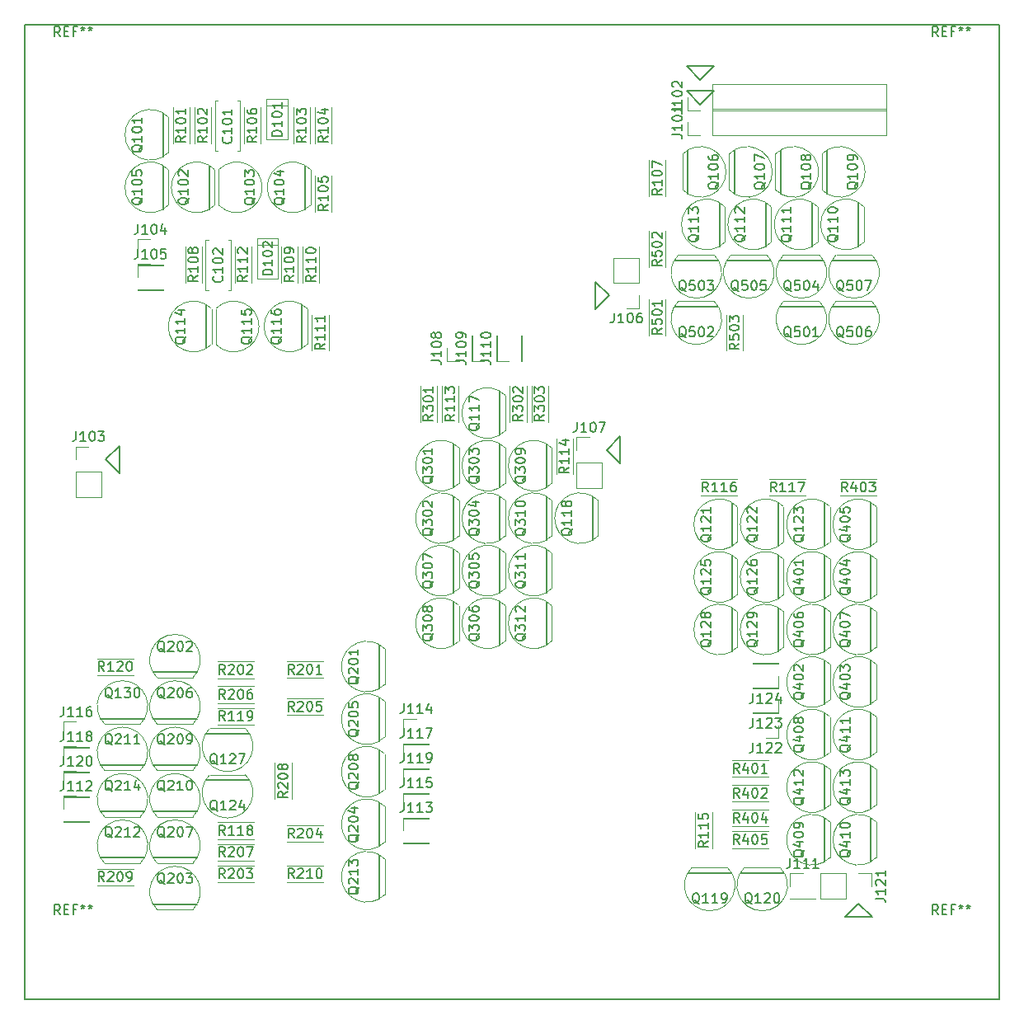
<source format=gbr>
%TF.GenerationSoftware,KiCad,Pcbnew,4.0.7-e2-6376~61~ubuntu18.04.1*%
%TF.CreationDate,2020-08-28T19:46:44+02:00*%
%TF.ProjectId,control,636F6E74726F6C2E6B696361645F7063,rev?*%
%TF.FileFunction,Legend,Top*%
%FSLAX46Y46*%
G04 Gerber Fmt 4.6, Leading zero omitted, Abs format (unit mm)*
G04 Created by KiCad (PCBNEW 4.0.7-e2-6376~61~ubuntu18.04.1) date Fri Aug 28 19:46:44 2020*
%MOMM*%
%LPD*%
G01*
G04 APERTURE LIST*
%ADD10C,0.100000*%
%ADD11C,0.150000*%
%ADD12C,0.120000*%
G04 APERTURE END LIST*
D10*
D11*
X41440000Y-15405000D02*
X41440000Y-115405000D01*
X41440000Y-115405000D02*
X141440000Y-115405000D01*
X141440000Y-15405000D02*
X141440000Y-115405000D01*
X41440000Y-15405000D02*
X141440000Y-15405000D01*
D12*
X63540000Y-23197500D02*
X63540000Y-28317500D01*
X60920000Y-23197500D02*
X60920000Y-28317500D01*
X63540000Y-23197500D02*
X63226000Y-23197500D01*
X61234000Y-23197500D02*
X60920000Y-23197500D01*
X63540000Y-28317500D02*
X63226000Y-28317500D01*
X61234000Y-28317500D02*
X60920000Y-28317500D01*
X62587500Y-37485000D02*
X62587500Y-42605000D01*
X59967500Y-37485000D02*
X59967500Y-42605000D01*
X62587500Y-37485000D02*
X62273500Y-37485000D01*
X60281500Y-37485000D02*
X59967500Y-37485000D01*
X62587500Y-42605000D02*
X62273500Y-42605000D01*
X60281500Y-42605000D02*
X59967500Y-42605000D01*
X68370000Y-23022500D02*
X66250000Y-23022500D01*
X66250000Y-23022500D02*
X66250000Y-27142500D01*
X66250000Y-27142500D02*
X68370000Y-27142500D01*
X68370000Y-27142500D02*
X68370000Y-23022500D01*
X68370000Y-23682500D02*
X66250000Y-23682500D01*
X67417500Y-37310000D02*
X65297500Y-37310000D01*
X65297500Y-37310000D02*
X65297500Y-41430000D01*
X65297500Y-41430000D02*
X67417500Y-41430000D01*
X67417500Y-41430000D02*
X67417500Y-37310000D01*
X67417500Y-37970000D02*
X65297500Y-37970000D01*
D11*
X110779360Y-23566588D02*
X112176360Y-22169588D01*
X112176360Y-22169588D02*
X109382360Y-22169588D01*
X110779360Y-23566588D02*
X109382360Y-22169588D01*
D12*
X129889360Y-26674588D02*
X129889360Y-24014588D01*
X112049360Y-26674588D02*
X129889360Y-26674588D01*
X112049360Y-24014588D02*
X129889360Y-24014588D01*
X112049360Y-26674588D02*
X112049360Y-24014588D01*
X110779360Y-26674588D02*
X109449360Y-26674588D01*
X109449360Y-26674588D02*
X109449360Y-25344588D01*
D11*
X110779360Y-21026588D02*
X112176360Y-19629588D01*
X112176360Y-19629588D02*
X109382360Y-19629588D01*
X110779360Y-21026588D02*
X109382360Y-19629588D01*
D12*
X129889360Y-24134588D02*
X129889360Y-21474588D01*
X112049360Y-24134588D02*
X129889360Y-24134588D01*
X112049360Y-21474588D02*
X129889360Y-21474588D01*
X112049360Y-24134588D02*
X112049360Y-21474588D01*
X110779360Y-24134588D02*
X109449360Y-24134588D01*
X109449360Y-24134588D02*
X109449360Y-22804588D01*
D11*
X49720500Y-60007500D02*
X51117500Y-58610500D01*
X51117500Y-58610500D02*
X51117500Y-61404500D01*
X51117500Y-61404500D02*
X49720500Y-60007500D01*
D12*
X46612500Y-63877500D02*
X49272500Y-63877500D01*
X46612500Y-61277500D02*
X46612500Y-63877500D01*
X49272500Y-61277500D02*
X49272500Y-63877500D01*
X46612500Y-61277500D02*
X49272500Y-61277500D01*
X46612500Y-60007500D02*
X46612500Y-58677500D01*
X46612500Y-58677500D02*
X47942500Y-58677500D01*
X52962500Y-40065000D02*
X55622500Y-40065000D01*
X52962500Y-40005000D02*
X52962500Y-40065000D01*
X55622500Y-40005000D02*
X55622500Y-40065000D01*
X52962500Y-40005000D02*
X55622500Y-40005000D01*
X52962500Y-38735000D02*
X52962500Y-37405000D01*
X52962500Y-37405000D02*
X54292500Y-37405000D01*
X52962500Y-42605000D02*
X55622500Y-42605000D01*
X52962500Y-42545000D02*
X52962500Y-42605000D01*
X55622500Y-42545000D02*
X55622500Y-42605000D01*
X52962500Y-42545000D02*
X55622500Y-42545000D01*
X52962500Y-41275000D02*
X52962500Y-39945000D01*
X52962500Y-39945000D02*
X54292500Y-39945000D01*
D11*
X101409500Y-43180000D02*
X100012500Y-44577000D01*
X100012500Y-44577000D02*
X100012500Y-41783000D01*
X100012500Y-41783000D02*
X101409500Y-43180000D01*
D12*
X104517500Y-39310000D02*
X101857500Y-39310000D01*
X104517500Y-41910000D02*
X104517500Y-39310000D01*
X101857500Y-41910000D02*
X101857500Y-39310000D01*
X104517500Y-41910000D02*
X101857500Y-41910000D01*
X104517500Y-43180000D02*
X104517500Y-44510000D01*
X104517500Y-44510000D02*
X103187500Y-44510000D01*
D11*
X101155500Y-59055000D02*
X102552500Y-57658000D01*
X102552500Y-57658000D02*
X102552500Y-60452000D01*
X102552500Y-60452000D02*
X101155500Y-59055000D01*
D12*
X98047500Y-62925000D02*
X100707500Y-62925000D01*
X98047500Y-60325000D02*
X98047500Y-62925000D01*
X100707500Y-60325000D02*
X100707500Y-62925000D01*
X98047500Y-60325000D02*
X100707500Y-60325000D01*
X98047500Y-59055000D02*
X98047500Y-57725000D01*
X98047500Y-57725000D02*
X99377500Y-57725000D01*
X87372500Y-49907500D02*
X87372500Y-47247500D01*
X87312500Y-49907500D02*
X87372500Y-49907500D01*
X87312500Y-47247500D02*
X87372500Y-47247500D01*
X87312500Y-49907500D02*
X87312500Y-47247500D01*
X86042500Y-49907500D02*
X84712500Y-49907500D01*
X84712500Y-49907500D02*
X84712500Y-48577500D01*
X89912500Y-49907500D02*
X89912500Y-47247500D01*
X89852500Y-49907500D02*
X89912500Y-49907500D01*
X89852500Y-47247500D02*
X89912500Y-47247500D01*
X89852500Y-49907500D02*
X89852500Y-47247500D01*
X88582500Y-49907500D02*
X87252500Y-49907500D01*
X87252500Y-49907500D02*
X87252500Y-48577500D01*
X92452500Y-49907500D02*
X92452500Y-47247500D01*
X92392500Y-49907500D02*
X92452500Y-49907500D01*
X92392500Y-47247500D02*
X92452500Y-47247500D01*
X92392500Y-49907500D02*
X92392500Y-47247500D01*
X91122500Y-49907500D02*
X89792500Y-49907500D01*
X89792500Y-49907500D02*
X89792500Y-48577500D01*
X119955000Y-105152500D02*
X122615000Y-105152500D01*
X119955000Y-105092500D02*
X119955000Y-105152500D01*
X122615000Y-105092500D02*
X122615000Y-105152500D01*
X119955000Y-105092500D02*
X122615000Y-105092500D01*
X119955000Y-103822500D02*
X119955000Y-102492500D01*
X119955000Y-102492500D02*
X121285000Y-102492500D01*
X45342500Y-97215000D02*
X48002500Y-97215000D01*
X45342500Y-97155000D02*
X45342500Y-97215000D01*
X48002500Y-97155000D02*
X48002500Y-97215000D01*
X45342500Y-97155000D02*
X48002500Y-97155000D01*
X45342500Y-95885000D02*
X45342500Y-94555000D01*
X45342500Y-94555000D02*
X46672500Y-94555000D01*
X80267500Y-99437500D02*
X82927500Y-99437500D01*
X80267500Y-99377500D02*
X80267500Y-99437500D01*
X82927500Y-99377500D02*
X82927500Y-99437500D01*
X80267500Y-99377500D02*
X82927500Y-99377500D01*
X80267500Y-98107500D02*
X80267500Y-96777500D01*
X80267500Y-96777500D02*
X81597500Y-96777500D01*
X80267500Y-89277500D02*
X82927500Y-89277500D01*
X80267500Y-89217500D02*
X80267500Y-89277500D01*
X82927500Y-89217500D02*
X82927500Y-89277500D01*
X80267500Y-89217500D02*
X82927500Y-89217500D01*
X80267500Y-87947500D02*
X80267500Y-86617500D01*
X80267500Y-86617500D02*
X81597500Y-86617500D01*
X80267500Y-96897500D02*
X82927500Y-96897500D01*
X80267500Y-96837500D02*
X80267500Y-96897500D01*
X82927500Y-96837500D02*
X82927500Y-96897500D01*
X80267500Y-96837500D02*
X82927500Y-96837500D01*
X80267500Y-95567500D02*
X80267500Y-94237500D01*
X80267500Y-94237500D02*
X81597500Y-94237500D01*
X45342500Y-89595000D02*
X48002500Y-89595000D01*
X45342500Y-89535000D02*
X45342500Y-89595000D01*
X48002500Y-89535000D02*
X48002500Y-89595000D01*
X45342500Y-89535000D02*
X48002500Y-89535000D01*
X45342500Y-88265000D02*
X45342500Y-86935000D01*
X45342500Y-86935000D02*
X46672500Y-86935000D01*
X80267500Y-91817500D02*
X82927500Y-91817500D01*
X80267500Y-91757500D02*
X80267500Y-91817500D01*
X82927500Y-91757500D02*
X82927500Y-91817500D01*
X80267500Y-91757500D02*
X82927500Y-91757500D01*
X80267500Y-90487500D02*
X80267500Y-89157500D01*
X80267500Y-89157500D02*
X81597500Y-89157500D01*
X45342500Y-92135000D02*
X48002500Y-92135000D01*
X45342500Y-92075000D02*
X45342500Y-92135000D01*
X48002500Y-92075000D02*
X48002500Y-92135000D01*
X45342500Y-92075000D02*
X48002500Y-92075000D01*
X45342500Y-90805000D02*
X45342500Y-89475000D01*
X45342500Y-89475000D02*
X46672500Y-89475000D01*
X80267500Y-94357500D02*
X82927500Y-94357500D01*
X80267500Y-94297500D02*
X80267500Y-94357500D01*
X82927500Y-94297500D02*
X82927500Y-94357500D01*
X80267500Y-94297500D02*
X82927500Y-94297500D01*
X80267500Y-93027500D02*
X80267500Y-91697500D01*
X80267500Y-91697500D02*
X81597500Y-91697500D01*
X45342500Y-94675000D02*
X48002500Y-94675000D01*
X45342500Y-94615000D02*
X45342500Y-94675000D01*
X48002500Y-94615000D02*
X48002500Y-94675000D01*
X45342500Y-94615000D02*
X48002500Y-94615000D01*
X45342500Y-93345000D02*
X45342500Y-92015000D01*
X45342500Y-92015000D02*
X46672500Y-92015000D01*
D11*
X127000000Y-105600500D02*
X128397000Y-106997500D01*
X128397000Y-106997500D02*
X125603000Y-106997500D01*
X125603000Y-106997500D02*
X127000000Y-105600500D01*
D12*
X123130000Y-102492500D02*
X123130000Y-105152500D01*
X125730000Y-102492500D02*
X123130000Y-102492500D01*
X125730000Y-105152500D02*
X123130000Y-105152500D01*
X125730000Y-102492500D02*
X125730000Y-105152500D01*
X127000000Y-102492500D02*
X128330000Y-102492500D01*
X128330000Y-102492500D02*
X128330000Y-103822500D01*
X118805000Y-85982500D02*
X116145000Y-85982500D01*
X118805000Y-86042500D02*
X118805000Y-85982500D01*
X116145000Y-86042500D02*
X116145000Y-85982500D01*
X118805000Y-86042500D02*
X116145000Y-86042500D01*
X118805000Y-87312500D02*
X118805000Y-88642500D01*
X118805000Y-88642500D02*
X117475000Y-88642500D01*
X118805000Y-83442500D02*
X116145000Y-83442500D01*
X118805000Y-83502500D02*
X118805000Y-83442500D01*
X116145000Y-83502500D02*
X116145000Y-83442500D01*
X118805000Y-83502500D02*
X116145000Y-83502500D01*
X118805000Y-84772500D02*
X118805000Y-86102500D01*
X118805000Y-86102500D02*
X117475000Y-86102500D01*
X118805000Y-80902500D02*
X116145000Y-80902500D01*
X118805000Y-80962500D02*
X118805000Y-80902500D01*
X116145000Y-80962500D02*
X116145000Y-80902500D01*
X118805000Y-80962500D02*
X116145000Y-80962500D01*
X118805000Y-82232500D02*
X118805000Y-83562500D01*
X118805000Y-83562500D02*
X117475000Y-83562500D01*
D11*
X55587900Y-28905200D02*
X55587900Y-24434800D01*
D12*
X56142500Y-28470000D02*
X56142500Y-24870000D01*
X56130978Y-28508478D02*
G75*
G02X51692500Y-26670000I-1838478J1838478D01*
G01*
X56130978Y-24831522D02*
G75*
G03X51692500Y-26670000I-1838478J-1838478D01*
G01*
D11*
X60350400Y-34302700D02*
X60350400Y-29832300D01*
D12*
X60905000Y-33867500D02*
X60905000Y-30267500D01*
X60893478Y-33905978D02*
G75*
G02X56455000Y-32067500I-1838478J1838478D01*
G01*
X60893478Y-30229022D02*
G75*
G03X56455000Y-32067500I-1838478J-1838478D01*
G01*
X61332500Y-30267500D02*
X61332500Y-33867500D01*
X61344022Y-30229022D02*
G75*
G02X65782500Y-32067500I1838478J-1838478D01*
G01*
X61344022Y-33905978D02*
G75*
G03X65782500Y-32067500I1838478J1838478D01*
G01*
D11*
X70192900Y-34302700D02*
X70192900Y-29832300D01*
D12*
X70747500Y-33867500D02*
X70747500Y-30267500D01*
X70735978Y-33905978D02*
G75*
G02X66297500Y-32067500I-1838478J1838478D01*
G01*
X70735978Y-30229022D02*
G75*
G03X66297500Y-32067500I-1838478J-1838478D01*
G01*
D11*
X55587900Y-34302700D02*
X55587900Y-29832300D01*
D12*
X56142500Y-33867500D02*
X56142500Y-30267500D01*
X56130978Y-33905978D02*
G75*
G02X51692500Y-32067500I-1838478J1838478D01*
G01*
X56130978Y-30229022D02*
G75*
G03X51692500Y-32067500I-1838478J-1838478D01*
G01*
D11*
X109512100Y-28244800D02*
X109512100Y-32715200D01*
D12*
X108957500Y-28680000D02*
X108957500Y-32280000D01*
X108969022Y-28641522D02*
G75*
G02X113407500Y-30480000I1838478J-1838478D01*
G01*
X108969022Y-32318478D02*
G75*
G03X113407500Y-30480000I1838478J1838478D01*
G01*
D11*
X114274600Y-28244800D02*
X114274600Y-32715200D01*
D12*
X113720000Y-28680000D02*
X113720000Y-32280000D01*
X113731522Y-28641522D02*
G75*
G02X118170000Y-30480000I1838478J-1838478D01*
G01*
X113731522Y-32318478D02*
G75*
G03X118170000Y-30480000I1838478J1838478D01*
G01*
D11*
X119037100Y-28244800D02*
X119037100Y-32715200D01*
D12*
X118482500Y-28680000D02*
X118482500Y-32280000D01*
X118494022Y-28641522D02*
G75*
G02X122932500Y-30480000I1838478J-1838478D01*
G01*
X118494022Y-32318478D02*
G75*
G03X122932500Y-30480000I1838478J1838478D01*
G01*
D11*
X123799600Y-28244800D02*
X123799600Y-32715200D01*
D12*
X123245000Y-28680000D02*
X123245000Y-32280000D01*
X123256522Y-28641522D02*
G75*
G02X127695000Y-30480000I1838478J-1838478D01*
G01*
X123256522Y-32318478D02*
G75*
G03X127695000Y-30480000I1838478J1838478D01*
G01*
D11*
X127025400Y-38112700D02*
X127025400Y-33642300D01*
D12*
X127580000Y-37677500D02*
X127580000Y-34077500D01*
X127568478Y-37715978D02*
G75*
G02X123130000Y-35877500I-1838478J1838478D01*
G01*
X127568478Y-34039022D02*
G75*
G03X123130000Y-35877500I-1838478J-1838478D01*
G01*
D11*
X122262900Y-38112700D02*
X122262900Y-33642300D01*
D12*
X122817500Y-37677500D02*
X122817500Y-34077500D01*
X122805978Y-37715978D02*
G75*
G02X118367500Y-35877500I-1838478J1838478D01*
G01*
X122805978Y-34039022D02*
G75*
G03X118367500Y-35877500I-1838478J-1838478D01*
G01*
D11*
X117500400Y-38112700D02*
X117500400Y-33642300D01*
D12*
X118055000Y-37677500D02*
X118055000Y-34077500D01*
X118043478Y-37715978D02*
G75*
G02X113605000Y-35877500I-1838478J1838478D01*
G01*
X118043478Y-34039022D02*
G75*
G03X113605000Y-35877500I-1838478J-1838478D01*
G01*
D11*
X112737900Y-38112700D02*
X112737900Y-33642300D01*
D12*
X113292500Y-37677500D02*
X113292500Y-34077500D01*
X113280978Y-37715978D02*
G75*
G02X108842500Y-35877500I-1838478J1838478D01*
G01*
X113280978Y-34039022D02*
G75*
G03X108842500Y-35877500I-1838478J-1838478D01*
G01*
D11*
X60032900Y-48590200D02*
X60032900Y-44119800D01*
D12*
X60587500Y-48155000D02*
X60587500Y-44555000D01*
X60575978Y-48193478D02*
G75*
G02X56137500Y-46355000I-1838478J1838478D01*
G01*
X60575978Y-44516522D02*
G75*
G03X56137500Y-46355000I-1838478J-1838478D01*
G01*
X61015000Y-44555000D02*
X61015000Y-48155000D01*
X61026522Y-44516522D02*
G75*
G02X65465000Y-46355000I1838478J-1838478D01*
G01*
X61026522Y-48193478D02*
G75*
G03X65465000Y-46355000I1838478J1838478D01*
G01*
D11*
X69875400Y-48590200D02*
X69875400Y-44119800D01*
D12*
X70430000Y-48155000D02*
X70430000Y-44555000D01*
X70418478Y-48193478D02*
G75*
G02X65980000Y-46355000I-1838478J1838478D01*
G01*
X70418478Y-44516522D02*
G75*
G03X65980000Y-46355000I-1838478J-1838478D01*
G01*
D11*
X90195400Y-57480200D02*
X90195400Y-53009800D01*
D12*
X90750000Y-57045000D02*
X90750000Y-53445000D01*
X90738478Y-57083478D02*
G75*
G02X86300000Y-55245000I-1838478J1838478D01*
G01*
X90738478Y-53406522D02*
G75*
G03X86300000Y-55245000I-1838478J-1838478D01*
G01*
D11*
X99720400Y-68275200D02*
X99720400Y-63804800D01*
D12*
X100275000Y-67840000D02*
X100275000Y-64240000D01*
X100263478Y-67878478D02*
G75*
G02X95825000Y-66040000I-1838478J1838478D01*
G01*
X100263478Y-64201522D02*
G75*
G03X95825000Y-66040000I-1838478J-1838478D01*
G01*
D11*
X113973174Y-102462572D02*
X109502774Y-102462572D01*
D12*
X113537974Y-101907972D02*
X109937974Y-101907972D01*
X113576452Y-101919494D02*
G75*
G02X111737974Y-106357972I-1838478J-1838478D01*
G01*
X109899496Y-101919494D02*
G75*
G03X111737974Y-106357972I1838478J-1838478D01*
G01*
D11*
X119370674Y-102462572D02*
X114900274Y-102462572D01*
D12*
X118935474Y-101907972D02*
X115335474Y-101907972D01*
X118973952Y-101919494D02*
G75*
G02X117135474Y-106357972I-1838478J-1838478D01*
G01*
X115296996Y-101919494D02*
G75*
G03X117135474Y-106357972I1838478J-1838478D01*
G01*
D11*
X114007900Y-68910200D02*
X114007900Y-64439800D01*
D12*
X114562500Y-68475000D02*
X114562500Y-64875000D01*
X114550978Y-68513478D02*
G75*
G02X110112500Y-66675000I-1838478J1838478D01*
G01*
X114550978Y-64836522D02*
G75*
G03X110112500Y-66675000I-1838478J-1838478D01*
G01*
D11*
X118770400Y-68910200D02*
X118770400Y-64439800D01*
D12*
X119325000Y-68475000D02*
X119325000Y-64875000D01*
X119313478Y-68513478D02*
G75*
G02X114875000Y-66675000I-1838478J1838478D01*
G01*
X119313478Y-64836522D02*
G75*
G03X114875000Y-66675000I-1838478J-1838478D01*
G01*
D11*
X123532900Y-68910200D02*
X123532900Y-64439800D01*
D12*
X124087500Y-68475000D02*
X124087500Y-64875000D01*
X124075978Y-68513478D02*
G75*
G02X119637500Y-66675000I-1838478J1838478D01*
G01*
X124075978Y-64836522D02*
G75*
G03X119637500Y-66675000I-1838478J-1838478D01*
G01*
D11*
X64466326Y-92930476D02*
X59995926Y-92930476D01*
D12*
X64031126Y-92375876D02*
X60431126Y-92375876D01*
X64069604Y-92387398D02*
G75*
G02X62231126Y-96825876I-1838478J-1838478D01*
G01*
X60392648Y-92387398D02*
G75*
G03X62231126Y-96825876I1838478J-1838478D01*
G01*
D11*
X114007900Y-74307700D02*
X114007900Y-69837300D01*
D12*
X114562500Y-73872500D02*
X114562500Y-70272500D01*
X114550978Y-73910978D02*
G75*
G02X110112500Y-72072500I-1838478J1838478D01*
G01*
X114550978Y-70234022D02*
G75*
G03X110112500Y-72072500I-1838478J-1838478D01*
G01*
D11*
X118770400Y-74307700D02*
X118770400Y-69837300D01*
D12*
X119325000Y-73872500D02*
X119325000Y-70272500D01*
X119313478Y-73910978D02*
G75*
G02X114875000Y-72072500I-1838478J1838478D01*
G01*
X119313478Y-70234022D02*
G75*
G03X114875000Y-72072500I-1838478J-1838478D01*
G01*
D11*
X64466326Y-88167976D02*
X59995926Y-88167976D01*
D12*
X64031126Y-87613376D02*
X60431126Y-87613376D01*
X64069604Y-87624898D02*
G75*
G02X62231126Y-92063376I-1838478J-1838478D01*
G01*
X60392648Y-87624898D02*
G75*
G03X62231126Y-92063376I1838478J-1838478D01*
G01*
D11*
X114007900Y-79705200D02*
X114007900Y-75234800D01*
D12*
X114562500Y-79270000D02*
X114562500Y-75670000D01*
X114550978Y-79308478D02*
G75*
G02X110112500Y-77470000I-1838478J1838478D01*
G01*
X114550978Y-75631522D02*
G75*
G03X110112500Y-77470000I-1838478J-1838478D01*
G01*
D11*
X118770400Y-79705200D02*
X118770400Y-75234800D01*
D12*
X119325000Y-79270000D02*
X119325000Y-75670000D01*
X119313478Y-79308478D02*
G75*
G02X114875000Y-77470000I-1838478J1838478D01*
G01*
X119313478Y-75631522D02*
G75*
G03X114875000Y-77470000I-1838478J-1838478D01*
G01*
D11*
X49200926Y-86631276D02*
X53671326Y-86631276D01*
D12*
X49636126Y-87185876D02*
X53236126Y-87185876D01*
X49597648Y-87174354D02*
G75*
G02X51436126Y-82735876I1838478J1838478D01*
G01*
X53274604Y-87174354D02*
G75*
G03X51436126Y-82735876I-1838478J1838478D01*
G01*
D11*
X77812900Y-83515200D02*
X77812900Y-79044800D01*
D12*
X78367500Y-83080000D02*
X78367500Y-79480000D01*
X78355978Y-83118478D02*
G75*
G02X73917500Y-81280000I-1838478J1838478D01*
G01*
X78355978Y-79441522D02*
G75*
G03X73917500Y-81280000I-1838478J-1838478D01*
G01*
D11*
X54598426Y-81868776D02*
X59068826Y-81868776D01*
D12*
X55033626Y-82423376D02*
X58633626Y-82423376D01*
X54995148Y-82411854D02*
G75*
G02X56833626Y-77973376I1838478J1838478D01*
G01*
X58672104Y-82411854D02*
G75*
G03X56833626Y-77973376I-1838478J1838478D01*
G01*
D11*
X54598426Y-105681276D02*
X59068826Y-105681276D01*
D12*
X55033626Y-106235876D02*
X58633626Y-106235876D01*
X54995148Y-106224354D02*
G75*
G02X56833626Y-101785876I1838478J1838478D01*
G01*
X58672104Y-106224354D02*
G75*
G03X56833626Y-101785876I-1838478J1838478D01*
G01*
D11*
X77812900Y-99707700D02*
X77812900Y-95237300D01*
D12*
X78367500Y-99272500D02*
X78367500Y-95672500D01*
X78355978Y-99310978D02*
G75*
G02X73917500Y-97472500I-1838478J1838478D01*
G01*
X78355978Y-95634022D02*
G75*
G03X73917500Y-97472500I-1838478J-1838478D01*
G01*
D11*
X77812900Y-88912700D02*
X77812900Y-84442300D01*
D12*
X78367500Y-88477500D02*
X78367500Y-84877500D01*
X78355978Y-88515978D02*
G75*
G02X73917500Y-86677500I-1838478J1838478D01*
G01*
X78355978Y-84839022D02*
G75*
G03X73917500Y-86677500I-1838478J-1838478D01*
G01*
D11*
X54598426Y-86631276D02*
X59068826Y-86631276D01*
D12*
X55033626Y-87185876D02*
X58633626Y-87185876D01*
X54995148Y-87174354D02*
G75*
G02X56833626Y-82735876I1838478J1838478D01*
G01*
X58672104Y-87174354D02*
G75*
G03X56833626Y-82735876I-1838478J1838478D01*
G01*
D11*
X54598426Y-100918776D02*
X59068826Y-100918776D01*
D12*
X55033626Y-101473376D02*
X58633626Y-101473376D01*
X54995148Y-101461854D02*
G75*
G02X56833626Y-97023376I1838478J1838478D01*
G01*
X58672104Y-101461854D02*
G75*
G03X56833626Y-97023376I-1838478J1838478D01*
G01*
D11*
X77812900Y-94310200D02*
X77812900Y-89839800D01*
D12*
X78367500Y-93875000D02*
X78367500Y-90275000D01*
X78355978Y-93913478D02*
G75*
G02X73917500Y-92075000I-1838478J1838478D01*
G01*
X78355978Y-90236522D02*
G75*
G03X73917500Y-92075000I-1838478J-1838478D01*
G01*
D11*
X54598426Y-91393776D02*
X59068826Y-91393776D01*
D12*
X55033626Y-91948376D02*
X58633626Y-91948376D01*
X54995148Y-91936854D02*
G75*
G02X56833626Y-87498376I1838478J1838478D01*
G01*
X58672104Y-91936854D02*
G75*
G03X56833626Y-87498376I-1838478J1838478D01*
G01*
D11*
X54598426Y-96156276D02*
X59068826Y-96156276D01*
D12*
X55033626Y-96710876D02*
X58633626Y-96710876D01*
X54995148Y-96699354D02*
G75*
G02X56833626Y-92260876I1838478J1838478D01*
G01*
X58672104Y-96699354D02*
G75*
G03X56833626Y-92260876I-1838478J1838478D01*
G01*
D11*
X49200926Y-91393776D02*
X53671326Y-91393776D01*
D12*
X49636126Y-91948376D02*
X53236126Y-91948376D01*
X49597648Y-91936854D02*
G75*
G02X51436126Y-87498376I1838478J1838478D01*
G01*
X53274604Y-91936854D02*
G75*
G03X51436126Y-87498376I-1838478J1838478D01*
G01*
D11*
X49200926Y-100918776D02*
X53671326Y-100918776D01*
D12*
X49636126Y-101473376D02*
X53236126Y-101473376D01*
X49597648Y-101461854D02*
G75*
G02X51436126Y-97023376I1838478J1838478D01*
G01*
X53274604Y-101461854D02*
G75*
G03X51436126Y-97023376I-1838478J1838478D01*
G01*
D11*
X77812900Y-105105200D02*
X77812900Y-100634800D01*
D12*
X78367500Y-104670000D02*
X78367500Y-101070000D01*
X78355978Y-104708478D02*
G75*
G02X73917500Y-102870000I-1838478J1838478D01*
G01*
X78355978Y-101031522D02*
G75*
G03X73917500Y-102870000I-1838478J-1838478D01*
G01*
D11*
X49200926Y-96156276D02*
X53671326Y-96156276D01*
D12*
X49636126Y-96710876D02*
X53236126Y-96710876D01*
X49597648Y-96699354D02*
G75*
G02X51436126Y-92260876I1838478J1838478D01*
G01*
X53274604Y-96699354D02*
G75*
G03X51436126Y-92260876I-1838478J1838478D01*
G01*
D11*
X85432900Y-62877700D02*
X85432900Y-58407300D01*
D12*
X85987500Y-62442500D02*
X85987500Y-58842500D01*
X85975978Y-62480978D02*
G75*
G02X81537500Y-60642500I-1838478J1838478D01*
G01*
X85975978Y-58804022D02*
G75*
G03X81537500Y-60642500I-1838478J-1838478D01*
G01*
D11*
X85432900Y-68275200D02*
X85432900Y-63804800D01*
D12*
X85987500Y-67840000D02*
X85987500Y-64240000D01*
X85975978Y-67878478D02*
G75*
G02X81537500Y-66040000I-1838478J1838478D01*
G01*
X85975978Y-64201522D02*
G75*
G03X81537500Y-66040000I-1838478J-1838478D01*
G01*
D11*
X90195400Y-62877700D02*
X90195400Y-58407300D01*
D12*
X90750000Y-62442500D02*
X90750000Y-58842500D01*
X90738478Y-62480978D02*
G75*
G02X86300000Y-60642500I-1838478J1838478D01*
G01*
X90738478Y-58804022D02*
G75*
G03X86300000Y-60642500I-1838478J-1838478D01*
G01*
D11*
X90195400Y-68275200D02*
X90195400Y-63804800D01*
D12*
X90750000Y-67840000D02*
X90750000Y-64240000D01*
X90738478Y-67878478D02*
G75*
G02X86300000Y-66040000I-1838478J1838478D01*
G01*
X90738478Y-64201522D02*
G75*
G03X86300000Y-66040000I-1838478J-1838478D01*
G01*
D11*
X90195400Y-73672700D02*
X90195400Y-69202300D01*
D12*
X90750000Y-73237500D02*
X90750000Y-69637500D01*
X90738478Y-73275978D02*
G75*
G02X86300000Y-71437500I-1838478J1838478D01*
G01*
X90738478Y-69599022D02*
G75*
G03X86300000Y-71437500I-1838478J-1838478D01*
G01*
D11*
X90195400Y-79070200D02*
X90195400Y-74599800D01*
D12*
X90750000Y-78635000D02*
X90750000Y-75035000D01*
X90738478Y-78673478D02*
G75*
G02X86300000Y-76835000I-1838478J1838478D01*
G01*
X90738478Y-74996522D02*
G75*
G03X86300000Y-76835000I-1838478J-1838478D01*
G01*
D11*
X85432900Y-73672700D02*
X85432900Y-69202300D01*
D12*
X85987500Y-73237500D02*
X85987500Y-69637500D01*
X85975978Y-73275978D02*
G75*
G02X81537500Y-71437500I-1838478J1838478D01*
G01*
X85975978Y-69599022D02*
G75*
G03X81537500Y-71437500I-1838478J-1838478D01*
G01*
D11*
X85432900Y-79070200D02*
X85432900Y-74599800D01*
D12*
X85987500Y-78635000D02*
X85987500Y-75035000D01*
X85975978Y-78673478D02*
G75*
G02X81537500Y-76835000I-1838478J1838478D01*
G01*
X85975978Y-74996522D02*
G75*
G03X81537500Y-76835000I-1838478J-1838478D01*
G01*
D11*
X94957900Y-62877700D02*
X94957900Y-58407300D01*
D12*
X95512500Y-62442500D02*
X95512500Y-58842500D01*
X95500978Y-62480978D02*
G75*
G02X91062500Y-60642500I-1838478J1838478D01*
G01*
X95500978Y-58804022D02*
G75*
G03X91062500Y-60642500I-1838478J-1838478D01*
G01*
D11*
X94957900Y-68275200D02*
X94957900Y-63804800D01*
D12*
X95512500Y-67840000D02*
X95512500Y-64240000D01*
X95500978Y-67878478D02*
G75*
G02X91062500Y-66040000I-1838478J1838478D01*
G01*
X95500978Y-64201522D02*
G75*
G03X91062500Y-66040000I-1838478J-1838478D01*
G01*
D11*
X94957900Y-73672700D02*
X94957900Y-69202300D01*
D12*
X95512500Y-73237500D02*
X95512500Y-69637500D01*
X95500978Y-73275978D02*
G75*
G02X91062500Y-71437500I-1838478J1838478D01*
G01*
X95500978Y-69599022D02*
G75*
G03X91062500Y-71437500I-1838478J-1838478D01*
G01*
D11*
X94957900Y-79070200D02*
X94957900Y-74599800D01*
D12*
X95512500Y-78635000D02*
X95512500Y-75035000D01*
X95500978Y-78673478D02*
G75*
G02X91062500Y-76835000I-1838478J1838478D01*
G01*
X95500978Y-74996522D02*
G75*
G03X91062500Y-76835000I-1838478J-1838478D01*
G01*
D11*
X123532900Y-74307700D02*
X123532900Y-69837300D01*
D12*
X124087500Y-73872500D02*
X124087500Y-70272500D01*
X124075978Y-73910978D02*
G75*
G02X119637500Y-72072500I-1838478J1838478D01*
G01*
X124075978Y-70234022D02*
G75*
G03X119637500Y-72072500I-1838478J-1838478D01*
G01*
D11*
X123532900Y-85102700D02*
X123532900Y-80632300D01*
D12*
X124087500Y-84667500D02*
X124087500Y-81067500D01*
X124075978Y-84705978D02*
G75*
G02X119637500Y-82867500I-1838478J1838478D01*
G01*
X124075978Y-81029022D02*
G75*
G03X119637500Y-82867500I-1838478J-1838478D01*
G01*
D11*
X128295400Y-85102700D02*
X128295400Y-80632300D01*
D12*
X128850000Y-84667500D02*
X128850000Y-81067500D01*
X128838478Y-84705978D02*
G75*
G02X124400000Y-82867500I-1838478J1838478D01*
G01*
X128838478Y-81029022D02*
G75*
G03X124400000Y-82867500I-1838478J-1838478D01*
G01*
D11*
X128295400Y-74307700D02*
X128295400Y-69837300D01*
D12*
X128850000Y-73872500D02*
X128850000Y-70272500D01*
X128838478Y-73910978D02*
G75*
G02X124400000Y-72072500I-1838478J1838478D01*
G01*
X128838478Y-70234022D02*
G75*
G03X124400000Y-72072500I-1838478J-1838478D01*
G01*
D11*
X128295400Y-68910200D02*
X128295400Y-64439800D01*
D12*
X128850000Y-68475000D02*
X128850000Y-64875000D01*
X128838478Y-68513478D02*
G75*
G02X124400000Y-66675000I-1838478J1838478D01*
G01*
X128838478Y-64836522D02*
G75*
G03X124400000Y-66675000I-1838478J-1838478D01*
G01*
D11*
X123532900Y-79705200D02*
X123532900Y-75234800D01*
D12*
X124087500Y-79270000D02*
X124087500Y-75670000D01*
X124075978Y-79308478D02*
G75*
G02X119637500Y-77470000I-1838478J1838478D01*
G01*
X124075978Y-75631522D02*
G75*
G03X119637500Y-77470000I-1838478J-1838478D01*
G01*
D11*
X128295400Y-79705200D02*
X128295400Y-75234800D01*
D12*
X128850000Y-79270000D02*
X128850000Y-75670000D01*
X128838478Y-79308478D02*
G75*
G02X124400000Y-77470000I-1838478J1838478D01*
G01*
X128838478Y-75631522D02*
G75*
G03X124400000Y-77470000I-1838478J-1838478D01*
G01*
D11*
X123532900Y-90500200D02*
X123532900Y-86029800D01*
D12*
X124087500Y-90065000D02*
X124087500Y-86465000D01*
X124075978Y-90103478D02*
G75*
G02X119637500Y-88265000I-1838478J1838478D01*
G01*
X124075978Y-86426522D02*
G75*
G03X119637500Y-88265000I-1838478J-1838478D01*
G01*
D11*
X123532900Y-101295200D02*
X123532900Y-96824800D01*
D12*
X124087500Y-100860000D02*
X124087500Y-97260000D01*
X124075978Y-100898478D02*
G75*
G02X119637500Y-99060000I-1838478J1838478D01*
G01*
X124075978Y-97221522D02*
G75*
G03X119637500Y-99060000I-1838478J-1838478D01*
G01*
D11*
X128295400Y-101295200D02*
X128295400Y-96824800D01*
D12*
X128850000Y-100860000D02*
X128850000Y-97260000D01*
X128838478Y-100898478D02*
G75*
G02X124400000Y-99060000I-1838478J1838478D01*
G01*
X128838478Y-97221522D02*
G75*
G03X124400000Y-99060000I-1838478J-1838478D01*
G01*
D11*
X128295400Y-90500200D02*
X128295400Y-86029800D01*
D12*
X128850000Y-90065000D02*
X128850000Y-86465000D01*
X128838478Y-90103478D02*
G75*
G02X124400000Y-88265000I-1838478J1838478D01*
G01*
X128838478Y-86426522D02*
G75*
G03X124400000Y-88265000I-1838478J-1838478D01*
G01*
D11*
X123532900Y-95897700D02*
X123532900Y-91427300D01*
D12*
X124087500Y-95462500D02*
X124087500Y-91862500D01*
X124075978Y-95500978D02*
G75*
G02X119637500Y-93662500I-1838478J1838478D01*
G01*
X124075978Y-91824022D02*
G75*
G03X119637500Y-93662500I-1838478J-1838478D01*
G01*
D11*
X128295400Y-95897700D02*
X128295400Y-91427300D01*
D12*
X128850000Y-95462500D02*
X128850000Y-91862500D01*
X128838478Y-95500978D02*
G75*
G02X124400000Y-93662500I-1838478J1838478D01*
G01*
X128838478Y-91824022D02*
G75*
G03X124400000Y-93662500I-1838478J-1838478D01*
G01*
D11*
X123395940Y-44311410D02*
X118925540Y-44311410D01*
D12*
X122960740Y-43756810D02*
X119360740Y-43756810D01*
X122999218Y-43768332D02*
G75*
G02X121160740Y-48206810I-1838478J-1838478D01*
G01*
X119322262Y-43768332D02*
G75*
G03X121160740Y-48206810I1838478J-1838478D01*
G01*
D11*
X112600940Y-44311410D02*
X108130540Y-44311410D01*
D12*
X112165740Y-43756810D02*
X108565740Y-43756810D01*
X112204218Y-43768332D02*
G75*
G02X110365740Y-48206810I-1838478J-1838478D01*
G01*
X108527262Y-43768332D02*
G75*
G03X110365740Y-48206810I1838478J-1838478D01*
G01*
D11*
X112600940Y-39548910D02*
X108130540Y-39548910D01*
D12*
X112165740Y-38994310D02*
X108565740Y-38994310D01*
X112204218Y-39005832D02*
G75*
G02X110365740Y-43444310I-1838478J-1838478D01*
G01*
X108527262Y-39005832D02*
G75*
G03X110365740Y-43444310I1838478J-1838478D01*
G01*
D11*
X123395940Y-39548910D02*
X118925540Y-39548910D01*
D12*
X122960740Y-38994310D02*
X119360740Y-38994310D01*
X122999218Y-39005832D02*
G75*
G02X121160740Y-43444310I-1838478J-1838478D01*
G01*
X119322262Y-39005832D02*
G75*
G03X121160740Y-43444310I1838478J-1838478D01*
G01*
D11*
X117998440Y-39548910D02*
X113528040Y-39548910D01*
D12*
X117563240Y-38994310D02*
X113963240Y-38994310D01*
X117601718Y-39005832D02*
G75*
G02X115763240Y-43444310I-1838478J-1838478D01*
G01*
X113924762Y-39005832D02*
G75*
G03X115763240Y-43444310I1838478J-1838478D01*
G01*
D11*
X128793440Y-44311410D02*
X124323040Y-44311410D01*
D12*
X128358240Y-43756810D02*
X124758240Y-43756810D01*
X128396718Y-43768332D02*
G75*
G02X126558240Y-48206810I-1838478J-1838478D01*
G01*
X124719762Y-43768332D02*
G75*
G03X126558240Y-48206810I1838478J-1838478D01*
G01*
D11*
X128793440Y-39548910D02*
X124323040Y-39548910D01*
D12*
X128358240Y-38994310D02*
X124758240Y-38994310D01*
X128396718Y-39005832D02*
G75*
G02X126558240Y-43444310I-1838478J-1838478D01*
G01*
X124719762Y-39005832D02*
G75*
G03X126558240Y-43444310I1838478J-1838478D01*
G01*
X58327500Y-23857500D02*
X58327500Y-27577500D01*
X56607500Y-23857500D02*
X56607500Y-27577500D01*
X60550000Y-23857500D02*
X60550000Y-27577500D01*
X58830000Y-23857500D02*
X58830000Y-27577500D01*
X68990000Y-27577500D02*
X68990000Y-23857500D01*
X70710000Y-27577500D02*
X70710000Y-23857500D01*
X72932500Y-23857500D02*
X72932500Y-27577500D01*
X71212500Y-23857500D02*
X71212500Y-27577500D01*
X71212500Y-34562500D02*
X71212500Y-30842500D01*
X72932500Y-34562500D02*
X72932500Y-30842500D01*
X63910000Y-27577500D02*
X63910000Y-23857500D01*
X65630000Y-27577500D02*
X65630000Y-23857500D01*
X107222500Y-29255000D02*
X107222500Y-32975000D01*
X105502500Y-29255000D02*
X105502500Y-32975000D01*
X59597500Y-38145000D02*
X59597500Y-41865000D01*
X57877500Y-38145000D02*
X57877500Y-41865000D01*
X67720000Y-41865000D02*
X67720000Y-38145000D01*
X69440000Y-41865000D02*
X69440000Y-38145000D01*
X71662500Y-38145000D02*
X71662500Y-41865000D01*
X69942500Y-38145000D02*
X69942500Y-41865000D01*
X70895000Y-48850000D02*
X70895000Y-45130000D01*
X72615000Y-48850000D02*
X72615000Y-45130000D01*
X62957500Y-41865000D02*
X62957500Y-38145000D01*
X64677500Y-41865000D02*
X64677500Y-38145000D01*
X85950000Y-52432500D02*
X85950000Y-56152500D01*
X84230000Y-52432500D02*
X84230000Y-56152500D01*
X97697500Y-57830000D02*
X97697500Y-61550000D01*
X95977500Y-57830000D02*
X95977500Y-61550000D01*
X111985000Y-96247500D02*
X111985000Y-99967500D01*
X110265000Y-96247500D02*
X110265000Y-99967500D01*
X114572500Y-63725000D02*
X110852500Y-63725000D01*
X114572500Y-62005000D02*
X110852500Y-62005000D01*
X117837500Y-62005000D02*
X121557500Y-62005000D01*
X117837500Y-63725000D02*
X121557500Y-63725000D01*
X64924896Y-98986242D02*
X61204896Y-98986242D01*
X64924896Y-97266242D02*
X61204896Y-97266242D01*
X64924896Y-87238742D02*
X61204896Y-87238742D01*
X64924896Y-85518742D02*
X61204896Y-85518742D01*
X48822396Y-80438742D02*
X52542396Y-80438742D01*
X48822396Y-82158742D02*
X52542396Y-82158742D01*
X68307500Y-80737500D02*
X72027500Y-80737500D01*
X68307500Y-82457500D02*
X72027500Y-82457500D01*
X64924896Y-82476242D02*
X61204896Y-82476242D01*
X64924896Y-80756242D02*
X61204896Y-80756242D01*
X64924896Y-103431242D02*
X61204896Y-103431242D01*
X64924896Y-101711242D02*
X61204896Y-101711242D01*
X68307500Y-97565000D02*
X72027500Y-97565000D01*
X68307500Y-99285000D02*
X72027500Y-99285000D01*
X68307500Y-84547500D02*
X72027500Y-84547500D01*
X68307500Y-86267500D02*
X72027500Y-86267500D01*
X64924896Y-85016242D02*
X61204896Y-85016242D01*
X64924896Y-83296242D02*
X61204896Y-83296242D01*
X64924896Y-101208742D02*
X61204896Y-101208742D01*
X64924896Y-99488742D02*
X61204896Y-99488742D01*
X67085000Y-94887500D02*
X67085000Y-91167500D01*
X68805000Y-94887500D02*
X68805000Y-91167500D01*
X48822396Y-102028742D02*
X52542396Y-102028742D01*
X48822396Y-103748742D02*
X52542396Y-103748742D01*
X68307500Y-101692500D02*
X72027500Y-101692500D01*
X68307500Y-103412500D02*
X72027500Y-103412500D01*
X83727500Y-52432500D02*
X83727500Y-56152500D01*
X82007500Y-52432500D02*
X82007500Y-56152500D01*
X92935000Y-52432500D02*
X92935000Y-56152500D01*
X91215000Y-52432500D02*
X91215000Y-56152500D01*
X95157500Y-52432500D02*
X95157500Y-56152500D01*
X93437500Y-52432500D02*
X93437500Y-56152500D01*
X114027500Y-90897500D02*
X117747500Y-90897500D01*
X114027500Y-92617500D02*
X117747500Y-92617500D01*
X114027500Y-93437500D02*
X117747500Y-93437500D01*
X114027500Y-95157500D02*
X117747500Y-95157500D01*
X128860000Y-63725000D02*
X125140000Y-63725000D01*
X128860000Y-62005000D02*
X125140000Y-62005000D01*
X114027500Y-95977500D02*
X117747500Y-95977500D01*
X114027500Y-97697500D02*
X117747500Y-97697500D01*
X114027500Y-98200000D02*
X117747500Y-98200000D01*
X114027500Y-99920000D02*
X117747500Y-99920000D01*
X105502500Y-47262500D02*
X105502500Y-43542500D01*
X107222500Y-47262500D02*
X107222500Y-43542500D01*
X107222500Y-36557500D02*
X107222500Y-40277500D01*
X105502500Y-36557500D02*
X105502500Y-40277500D01*
X113440000Y-48850000D02*
X113440000Y-45130000D01*
X115160000Y-48850000D02*
X115160000Y-45130000D01*
D11*
X135191667Y-16572381D02*
X134858333Y-16096190D01*
X134620238Y-16572381D02*
X134620238Y-15572381D01*
X135001191Y-15572381D01*
X135096429Y-15620000D01*
X135144048Y-15667619D01*
X135191667Y-15762857D01*
X135191667Y-15905714D01*
X135144048Y-16000952D01*
X135096429Y-16048571D01*
X135001191Y-16096190D01*
X134620238Y-16096190D01*
X135620238Y-16048571D02*
X135953572Y-16048571D01*
X136096429Y-16572381D02*
X135620238Y-16572381D01*
X135620238Y-15572381D01*
X136096429Y-15572381D01*
X136858334Y-16048571D02*
X136525000Y-16048571D01*
X136525000Y-16572381D02*
X136525000Y-15572381D01*
X137001191Y-15572381D01*
X137525000Y-15572381D02*
X137525000Y-15810476D01*
X137286905Y-15715238D02*
X137525000Y-15810476D01*
X137763096Y-15715238D01*
X137382143Y-16000952D02*
X137525000Y-15810476D01*
X137667858Y-16000952D01*
X138286905Y-15572381D02*
X138286905Y-15810476D01*
X138048810Y-15715238D02*
X138286905Y-15810476D01*
X138525001Y-15715238D01*
X138144048Y-16000952D02*
X138286905Y-15810476D01*
X138429763Y-16000952D01*
X45021667Y-16572381D02*
X44688333Y-16096190D01*
X44450238Y-16572381D02*
X44450238Y-15572381D01*
X44831191Y-15572381D01*
X44926429Y-15620000D01*
X44974048Y-15667619D01*
X45021667Y-15762857D01*
X45021667Y-15905714D01*
X44974048Y-16000952D01*
X44926429Y-16048571D01*
X44831191Y-16096190D01*
X44450238Y-16096190D01*
X45450238Y-16048571D02*
X45783572Y-16048571D01*
X45926429Y-16572381D02*
X45450238Y-16572381D01*
X45450238Y-15572381D01*
X45926429Y-15572381D01*
X46688334Y-16048571D02*
X46355000Y-16048571D01*
X46355000Y-16572381D02*
X46355000Y-15572381D01*
X46831191Y-15572381D01*
X47355000Y-15572381D02*
X47355000Y-15810476D01*
X47116905Y-15715238D02*
X47355000Y-15810476D01*
X47593096Y-15715238D01*
X47212143Y-16000952D02*
X47355000Y-15810476D01*
X47497858Y-16000952D01*
X48116905Y-15572381D02*
X48116905Y-15810476D01*
X47878810Y-15715238D02*
X48116905Y-15810476D01*
X48355001Y-15715238D01*
X47974048Y-16000952D02*
X48116905Y-15810476D01*
X48259763Y-16000952D01*
X45021667Y-106742381D02*
X44688333Y-106266190D01*
X44450238Y-106742381D02*
X44450238Y-105742381D01*
X44831191Y-105742381D01*
X44926429Y-105790000D01*
X44974048Y-105837619D01*
X45021667Y-105932857D01*
X45021667Y-106075714D01*
X44974048Y-106170952D01*
X44926429Y-106218571D01*
X44831191Y-106266190D01*
X44450238Y-106266190D01*
X45450238Y-106218571D02*
X45783572Y-106218571D01*
X45926429Y-106742381D02*
X45450238Y-106742381D01*
X45450238Y-105742381D01*
X45926429Y-105742381D01*
X46688334Y-106218571D02*
X46355000Y-106218571D01*
X46355000Y-106742381D02*
X46355000Y-105742381D01*
X46831191Y-105742381D01*
X47355000Y-105742381D02*
X47355000Y-105980476D01*
X47116905Y-105885238D02*
X47355000Y-105980476D01*
X47593096Y-105885238D01*
X47212143Y-106170952D02*
X47355000Y-105980476D01*
X47497858Y-106170952D01*
X48116905Y-105742381D02*
X48116905Y-105980476D01*
X47878810Y-105885238D02*
X48116905Y-105980476D01*
X48355001Y-105885238D01*
X47974048Y-106170952D02*
X48116905Y-105980476D01*
X48259763Y-106170952D01*
X135191667Y-106742381D02*
X134858333Y-106266190D01*
X134620238Y-106742381D02*
X134620238Y-105742381D01*
X135001191Y-105742381D01*
X135096429Y-105790000D01*
X135144048Y-105837619D01*
X135191667Y-105932857D01*
X135191667Y-106075714D01*
X135144048Y-106170952D01*
X135096429Y-106218571D01*
X135001191Y-106266190D01*
X134620238Y-106266190D01*
X135620238Y-106218571D02*
X135953572Y-106218571D01*
X136096429Y-106742381D02*
X135620238Y-106742381D01*
X135620238Y-105742381D01*
X136096429Y-105742381D01*
X136858334Y-106218571D02*
X136525000Y-106218571D01*
X136525000Y-106742381D02*
X136525000Y-105742381D01*
X137001191Y-105742381D01*
X137525000Y-105742381D02*
X137525000Y-105980476D01*
X137286905Y-105885238D02*
X137525000Y-105980476D01*
X137763096Y-105885238D01*
X137382143Y-106170952D02*
X137525000Y-105980476D01*
X137667858Y-106170952D01*
X138286905Y-105742381D02*
X138286905Y-105980476D01*
X138048810Y-105885238D02*
X138286905Y-105980476D01*
X138525001Y-105885238D01*
X138144048Y-106170952D02*
X138286905Y-105980476D01*
X138429763Y-106170952D01*
X62587143Y-26916547D02*
X62634762Y-26964166D01*
X62682381Y-27107023D01*
X62682381Y-27202261D01*
X62634762Y-27345119D01*
X62539524Y-27440357D01*
X62444286Y-27487976D01*
X62253810Y-27535595D01*
X62110952Y-27535595D01*
X61920476Y-27487976D01*
X61825238Y-27440357D01*
X61730000Y-27345119D01*
X61682381Y-27202261D01*
X61682381Y-27107023D01*
X61730000Y-26964166D01*
X61777619Y-26916547D01*
X62682381Y-25964166D02*
X62682381Y-26535595D01*
X62682381Y-26249881D02*
X61682381Y-26249881D01*
X61825238Y-26345119D01*
X61920476Y-26440357D01*
X61968095Y-26535595D01*
X61682381Y-25345119D02*
X61682381Y-25249880D01*
X61730000Y-25154642D01*
X61777619Y-25107023D01*
X61872857Y-25059404D01*
X62063333Y-25011785D01*
X62301429Y-25011785D01*
X62491905Y-25059404D01*
X62587143Y-25107023D01*
X62634762Y-25154642D01*
X62682381Y-25249880D01*
X62682381Y-25345119D01*
X62634762Y-25440357D01*
X62587143Y-25487976D01*
X62491905Y-25535595D01*
X62301429Y-25583214D01*
X62063333Y-25583214D01*
X61872857Y-25535595D01*
X61777619Y-25487976D01*
X61730000Y-25440357D01*
X61682381Y-25345119D01*
X62682381Y-24059404D02*
X62682381Y-24630833D01*
X62682381Y-24345119D02*
X61682381Y-24345119D01*
X61825238Y-24440357D01*
X61920476Y-24535595D01*
X61968095Y-24630833D01*
X61634643Y-41204047D02*
X61682262Y-41251666D01*
X61729881Y-41394523D01*
X61729881Y-41489761D01*
X61682262Y-41632619D01*
X61587024Y-41727857D01*
X61491786Y-41775476D01*
X61301310Y-41823095D01*
X61158452Y-41823095D01*
X60967976Y-41775476D01*
X60872738Y-41727857D01*
X60777500Y-41632619D01*
X60729881Y-41489761D01*
X60729881Y-41394523D01*
X60777500Y-41251666D01*
X60825119Y-41204047D01*
X61729881Y-40251666D02*
X61729881Y-40823095D01*
X61729881Y-40537381D02*
X60729881Y-40537381D01*
X60872738Y-40632619D01*
X60967976Y-40727857D01*
X61015595Y-40823095D01*
X60729881Y-39632619D02*
X60729881Y-39537380D01*
X60777500Y-39442142D01*
X60825119Y-39394523D01*
X60920357Y-39346904D01*
X61110833Y-39299285D01*
X61348929Y-39299285D01*
X61539405Y-39346904D01*
X61634643Y-39394523D01*
X61682262Y-39442142D01*
X61729881Y-39537380D01*
X61729881Y-39632619D01*
X61682262Y-39727857D01*
X61634643Y-39775476D01*
X61539405Y-39823095D01*
X61348929Y-39870714D01*
X61110833Y-39870714D01*
X60920357Y-39823095D01*
X60825119Y-39775476D01*
X60777500Y-39727857D01*
X60729881Y-39632619D01*
X60825119Y-38918333D02*
X60777500Y-38870714D01*
X60729881Y-38775476D01*
X60729881Y-38537380D01*
X60777500Y-38442142D01*
X60825119Y-38394523D01*
X60920357Y-38346904D01*
X61015595Y-38346904D01*
X61158452Y-38394523D01*
X61729881Y-38965952D01*
X61729881Y-38346904D01*
X67790381Y-26772976D02*
X66790381Y-26772976D01*
X66790381Y-26534881D01*
X66838000Y-26392023D01*
X66933238Y-26296785D01*
X67028476Y-26249166D01*
X67218952Y-26201547D01*
X67361810Y-26201547D01*
X67552286Y-26249166D01*
X67647524Y-26296785D01*
X67742762Y-26392023D01*
X67790381Y-26534881D01*
X67790381Y-26772976D01*
X67790381Y-25249166D02*
X67790381Y-25820595D01*
X67790381Y-25534881D02*
X66790381Y-25534881D01*
X66933238Y-25630119D01*
X67028476Y-25725357D01*
X67076095Y-25820595D01*
X66790381Y-24630119D02*
X66790381Y-24534880D01*
X66838000Y-24439642D01*
X66885619Y-24392023D01*
X66980857Y-24344404D01*
X67171333Y-24296785D01*
X67409429Y-24296785D01*
X67599905Y-24344404D01*
X67695143Y-24392023D01*
X67742762Y-24439642D01*
X67790381Y-24534880D01*
X67790381Y-24630119D01*
X67742762Y-24725357D01*
X67695143Y-24772976D01*
X67599905Y-24820595D01*
X67409429Y-24868214D01*
X67171333Y-24868214D01*
X66980857Y-24820595D01*
X66885619Y-24772976D01*
X66838000Y-24725357D01*
X66790381Y-24630119D01*
X67790381Y-23344404D02*
X67790381Y-23915833D01*
X67790381Y-23630119D02*
X66790381Y-23630119D01*
X66933238Y-23725357D01*
X67028476Y-23820595D01*
X67076095Y-23915833D01*
X66837881Y-41060476D02*
X65837881Y-41060476D01*
X65837881Y-40822381D01*
X65885500Y-40679523D01*
X65980738Y-40584285D01*
X66075976Y-40536666D01*
X66266452Y-40489047D01*
X66409310Y-40489047D01*
X66599786Y-40536666D01*
X66695024Y-40584285D01*
X66790262Y-40679523D01*
X66837881Y-40822381D01*
X66837881Y-41060476D01*
X66837881Y-39536666D02*
X66837881Y-40108095D01*
X66837881Y-39822381D02*
X65837881Y-39822381D01*
X65980738Y-39917619D01*
X66075976Y-40012857D01*
X66123595Y-40108095D01*
X65837881Y-38917619D02*
X65837881Y-38822380D01*
X65885500Y-38727142D01*
X65933119Y-38679523D01*
X66028357Y-38631904D01*
X66218833Y-38584285D01*
X66456929Y-38584285D01*
X66647405Y-38631904D01*
X66742643Y-38679523D01*
X66790262Y-38727142D01*
X66837881Y-38822380D01*
X66837881Y-38917619D01*
X66790262Y-39012857D01*
X66742643Y-39060476D01*
X66647405Y-39108095D01*
X66456929Y-39155714D01*
X66218833Y-39155714D01*
X66028357Y-39108095D01*
X65933119Y-39060476D01*
X65885500Y-39012857D01*
X65837881Y-38917619D01*
X65933119Y-38203333D02*
X65885500Y-38155714D01*
X65837881Y-38060476D01*
X65837881Y-37822380D01*
X65885500Y-37727142D01*
X65933119Y-37679523D01*
X66028357Y-37631904D01*
X66123595Y-37631904D01*
X66266452Y-37679523D01*
X66837881Y-38250952D01*
X66837881Y-37631904D01*
X107901741Y-26630302D02*
X108616027Y-26630302D01*
X108758884Y-26677922D01*
X108854122Y-26773160D01*
X108901741Y-26916017D01*
X108901741Y-27011255D01*
X108901741Y-25630302D02*
X108901741Y-26201731D01*
X108901741Y-25916017D02*
X107901741Y-25916017D01*
X108044598Y-26011255D01*
X108139836Y-26106493D01*
X108187455Y-26201731D01*
X107901741Y-25011255D02*
X107901741Y-24916016D01*
X107949360Y-24820778D01*
X107996979Y-24773159D01*
X108092217Y-24725540D01*
X108282693Y-24677921D01*
X108520789Y-24677921D01*
X108711265Y-24725540D01*
X108806503Y-24773159D01*
X108854122Y-24820778D01*
X108901741Y-24916016D01*
X108901741Y-25011255D01*
X108854122Y-25106493D01*
X108806503Y-25154112D01*
X108711265Y-25201731D01*
X108520789Y-25249350D01*
X108282693Y-25249350D01*
X108092217Y-25201731D01*
X107996979Y-25154112D01*
X107949360Y-25106493D01*
X107901741Y-25011255D01*
X108901741Y-23725540D02*
X108901741Y-24296969D01*
X108901741Y-24011255D02*
X107901741Y-24011255D01*
X108044598Y-24106493D01*
X108139836Y-24201731D01*
X108187455Y-24296969D01*
X107901741Y-24090302D02*
X108616027Y-24090302D01*
X108758884Y-24137922D01*
X108854122Y-24233160D01*
X108901741Y-24376017D01*
X108901741Y-24471255D01*
X108901741Y-23090302D02*
X108901741Y-23661731D01*
X108901741Y-23376017D02*
X107901741Y-23376017D01*
X108044598Y-23471255D01*
X108139836Y-23566493D01*
X108187455Y-23661731D01*
X107901741Y-22471255D02*
X107901741Y-22376016D01*
X107949360Y-22280778D01*
X107996979Y-22233159D01*
X108092217Y-22185540D01*
X108282693Y-22137921D01*
X108520789Y-22137921D01*
X108711265Y-22185540D01*
X108806503Y-22233159D01*
X108854122Y-22280778D01*
X108901741Y-22376016D01*
X108901741Y-22471255D01*
X108854122Y-22566493D01*
X108806503Y-22614112D01*
X108711265Y-22661731D01*
X108520789Y-22709350D01*
X108282693Y-22709350D01*
X108092217Y-22661731D01*
X107996979Y-22614112D01*
X107949360Y-22566493D01*
X107901741Y-22471255D01*
X107996979Y-21756969D02*
X107949360Y-21709350D01*
X107901741Y-21614112D01*
X107901741Y-21376016D01*
X107949360Y-21280778D01*
X107996979Y-21233159D01*
X108092217Y-21185540D01*
X108187455Y-21185540D01*
X108330312Y-21233159D01*
X108901741Y-21804588D01*
X108901741Y-21185540D01*
X46656786Y-57129881D02*
X46656786Y-57844167D01*
X46609166Y-57987024D01*
X46513928Y-58082262D01*
X46371071Y-58129881D01*
X46275833Y-58129881D01*
X47656786Y-58129881D02*
X47085357Y-58129881D01*
X47371071Y-58129881D02*
X47371071Y-57129881D01*
X47275833Y-57272738D01*
X47180595Y-57367976D01*
X47085357Y-57415595D01*
X48275833Y-57129881D02*
X48371072Y-57129881D01*
X48466310Y-57177500D01*
X48513929Y-57225119D01*
X48561548Y-57320357D01*
X48609167Y-57510833D01*
X48609167Y-57748929D01*
X48561548Y-57939405D01*
X48513929Y-58034643D01*
X48466310Y-58082262D01*
X48371072Y-58129881D01*
X48275833Y-58129881D01*
X48180595Y-58082262D01*
X48132976Y-58034643D01*
X48085357Y-57939405D01*
X48037738Y-57748929D01*
X48037738Y-57510833D01*
X48085357Y-57320357D01*
X48132976Y-57225119D01*
X48180595Y-57177500D01*
X48275833Y-57129881D01*
X48942500Y-57129881D02*
X49561548Y-57129881D01*
X49228214Y-57510833D01*
X49371072Y-57510833D01*
X49466310Y-57558452D01*
X49513929Y-57606071D01*
X49561548Y-57701310D01*
X49561548Y-57939405D01*
X49513929Y-58034643D01*
X49466310Y-58082262D01*
X49371072Y-58129881D01*
X49085357Y-58129881D01*
X48990119Y-58082262D01*
X48942500Y-58034643D01*
X53006786Y-35857381D02*
X53006786Y-36571667D01*
X52959166Y-36714524D01*
X52863928Y-36809762D01*
X52721071Y-36857381D01*
X52625833Y-36857381D01*
X54006786Y-36857381D02*
X53435357Y-36857381D01*
X53721071Y-36857381D02*
X53721071Y-35857381D01*
X53625833Y-36000238D01*
X53530595Y-36095476D01*
X53435357Y-36143095D01*
X54625833Y-35857381D02*
X54721072Y-35857381D01*
X54816310Y-35905000D01*
X54863929Y-35952619D01*
X54911548Y-36047857D01*
X54959167Y-36238333D01*
X54959167Y-36476429D01*
X54911548Y-36666905D01*
X54863929Y-36762143D01*
X54816310Y-36809762D01*
X54721072Y-36857381D01*
X54625833Y-36857381D01*
X54530595Y-36809762D01*
X54482976Y-36762143D01*
X54435357Y-36666905D01*
X54387738Y-36476429D01*
X54387738Y-36238333D01*
X54435357Y-36047857D01*
X54482976Y-35952619D01*
X54530595Y-35905000D01*
X54625833Y-35857381D01*
X55816310Y-36190714D02*
X55816310Y-36857381D01*
X55578214Y-35809762D02*
X55340119Y-36524048D01*
X55959167Y-36524048D01*
X53006786Y-38397381D02*
X53006786Y-39111667D01*
X52959166Y-39254524D01*
X52863928Y-39349762D01*
X52721071Y-39397381D01*
X52625833Y-39397381D01*
X54006786Y-39397381D02*
X53435357Y-39397381D01*
X53721071Y-39397381D02*
X53721071Y-38397381D01*
X53625833Y-38540238D01*
X53530595Y-38635476D01*
X53435357Y-38683095D01*
X54625833Y-38397381D02*
X54721072Y-38397381D01*
X54816310Y-38445000D01*
X54863929Y-38492619D01*
X54911548Y-38587857D01*
X54959167Y-38778333D01*
X54959167Y-39016429D01*
X54911548Y-39206905D01*
X54863929Y-39302143D01*
X54816310Y-39349762D01*
X54721072Y-39397381D01*
X54625833Y-39397381D01*
X54530595Y-39349762D01*
X54482976Y-39302143D01*
X54435357Y-39206905D01*
X54387738Y-39016429D01*
X54387738Y-38778333D01*
X54435357Y-38587857D01*
X54482976Y-38492619D01*
X54530595Y-38445000D01*
X54625833Y-38397381D01*
X55863929Y-38397381D02*
X55387738Y-38397381D01*
X55340119Y-38873571D01*
X55387738Y-38825952D01*
X55482976Y-38778333D01*
X55721072Y-38778333D01*
X55816310Y-38825952D01*
X55863929Y-38873571D01*
X55911548Y-38968810D01*
X55911548Y-39206905D01*
X55863929Y-39302143D01*
X55816310Y-39349762D01*
X55721072Y-39397381D01*
X55482976Y-39397381D01*
X55387738Y-39349762D01*
X55340119Y-39302143D01*
X101901786Y-44962381D02*
X101901786Y-45676667D01*
X101854166Y-45819524D01*
X101758928Y-45914762D01*
X101616071Y-45962381D01*
X101520833Y-45962381D01*
X102901786Y-45962381D02*
X102330357Y-45962381D01*
X102616071Y-45962381D02*
X102616071Y-44962381D01*
X102520833Y-45105238D01*
X102425595Y-45200476D01*
X102330357Y-45248095D01*
X103520833Y-44962381D02*
X103616072Y-44962381D01*
X103711310Y-45010000D01*
X103758929Y-45057619D01*
X103806548Y-45152857D01*
X103854167Y-45343333D01*
X103854167Y-45581429D01*
X103806548Y-45771905D01*
X103758929Y-45867143D01*
X103711310Y-45914762D01*
X103616072Y-45962381D01*
X103520833Y-45962381D01*
X103425595Y-45914762D01*
X103377976Y-45867143D01*
X103330357Y-45771905D01*
X103282738Y-45581429D01*
X103282738Y-45343333D01*
X103330357Y-45152857D01*
X103377976Y-45057619D01*
X103425595Y-45010000D01*
X103520833Y-44962381D01*
X104711310Y-44962381D02*
X104520833Y-44962381D01*
X104425595Y-45010000D01*
X104377976Y-45057619D01*
X104282738Y-45200476D01*
X104235119Y-45390952D01*
X104235119Y-45771905D01*
X104282738Y-45867143D01*
X104330357Y-45914762D01*
X104425595Y-45962381D01*
X104616072Y-45962381D01*
X104711310Y-45914762D01*
X104758929Y-45867143D01*
X104806548Y-45771905D01*
X104806548Y-45533810D01*
X104758929Y-45438571D01*
X104711310Y-45390952D01*
X104616072Y-45343333D01*
X104425595Y-45343333D01*
X104330357Y-45390952D01*
X104282738Y-45438571D01*
X104235119Y-45533810D01*
X98091786Y-56177381D02*
X98091786Y-56891667D01*
X98044166Y-57034524D01*
X97948928Y-57129762D01*
X97806071Y-57177381D01*
X97710833Y-57177381D01*
X99091786Y-57177381D02*
X98520357Y-57177381D01*
X98806071Y-57177381D02*
X98806071Y-56177381D01*
X98710833Y-56320238D01*
X98615595Y-56415476D01*
X98520357Y-56463095D01*
X99710833Y-56177381D02*
X99806072Y-56177381D01*
X99901310Y-56225000D01*
X99948929Y-56272619D01*
X99996548Y-56367857D01*
X100044167Y-56558333D01*
X100044167Y-56796429D01*
X99996548Y-56986905D01*
X99948929Y-57082143D01*
X99901310Y-57129762D01*
X99806072Y-57177381D01*
X99710833Y-57177381D01*
X99615595Y-57129762D01*
X99567976Y-57082143D01*
X99520357Y-56986905D01*
X99472738Y-56796429D01*
X99472738Y-56558333D01*
X99520357Y-56367857D01*
X99567976Y-56272619D01*
X99615595Y-56225000D01*
X99710833Y-56177381D01*
X100377500Y-56177381D02*
X101044167Y-56177381D01*
X100615595Y-57177381D01*
X83164881Y-49863214D02*
X83879167Y-49863214D01*
X84022024Y-49910834D01*
X84117262Y-50006072D01*
X84164881Y-50148929D01*
X84164881Y-50244167D01*
X84164881Y-48863214D02*
X84164881Y-49434643D01*
X84164881Y-49148929D02*
X83164881Y-49148929D01*
X83307738Y-49244167D01*
X83402976Y-49339405D01*
X83450595Y-49434643D01*
X83164881Y-48244167D02*
X83164881Y-48148928D01*
X83212500Y-48053690D01*
X83260119Y-48006071D01*
X83355357Y-47958452D01*
X83545833Y-47910833D01*
X83783929Y-47910833D01*
X83974405Y-47958452D01*
X84069643Y-48006071D01*
X84117262Y-48053690D01*
X84164881Y-48148928D01*
X84164881Y-48244167D01*
X84117262Y-48339405D01*
X84069643Y-48387024D01*
X83974405Y-48434643D01*
X83783929Y-48482262D01*
X83545833Y-48482262D01*
X83355357Y-48434643D01*
X83260119Y-48387024D01*
X83212500Y-48339405D01*
X83164881Y-48244167D01*
X83593452Y-47339405D02*
X83545833Y-47434643D01*
X83498214Y-47482262D01*
X83402976Y-47529881D01*
X83355357Y-47529881D01*
X83260119Y-47482262D01*
X83212500Y-47434643D01*
X83164881Y-47339405D01*
X83164881Y-47148928D01*
X83212500Y-47053690D01*
X83260119Y-47006071D01*
X83355357Y-46958452D01*
X83402976Y-46958452D01*
X83498214Y-47006071D01*
X83545833Y-47053690D01*
X83593452Y-47148928D01*
X83593452Y-47339405D01*
X83641071Y-47434643D01*
X83688690Y-47482262D01*
X83783929Y-47529881D01*
X83974405Y-47529881D01*
X84069643Y-47482262D01*
X84117262Y-47434643D01*
X84164881Y-47339405D01*
X84164881Y-47148928D01*
X84117262Y-47053690D01*
X84069643Y-47006071D01*
X83974405Y-46958452D01*
X83783929Y-46958452D01*
X83688690Y-47006071D01*
X83641071Y-47053690D01*
X83593452Y-47148928D01*
X85704881Y-49863214D02*
X86419167Y-49863214D01*
X86562024Y-49910834D01*
X86657262Y-50006072D01*
X86704881Y-50148929D01*
X86704881Y-50244167D01*
X86704881Y-48863214D02*
X86704881Y-49434643D01*
X86704881Y-49148929D02*
X85704881Y-49148929D01*
X85847738Y-49244167D01*
X85942976Y-49339405D01*
X85990595Y-49434643D01*
X85704881Y-48244167D02*
X85704881Y-48148928D01*
X85752500Y-48053690D01*
X85800119Y-48006071D01*
X85895357Y-47958452D01*
X86085833Y-47910833D01*
X86323929Y-47910833D01*
X86514405Y-47958452D01*
X86609643Y-48006071D01*
X86657262Y-48053690D01*
X86704881Y-48148928D01*
X86704881Y-48244167D01*
X86657262Y-48339405D01*
X86609643Y-48387024D01*
X86514405Y-48434643D01*
X86323929Y-48482262D01*
X86085833Y-48482262D01*
X85895357Y-48434643D01*
X85800119Y-48387024D01*
X85752500Y-48339405D01*
X85704881Y-48244167D01*
X86704881Y-47434643D02*
X86704881Y-47244167D01*
X86657262Y-47148928D01*
X86609643Y-47101309D01*
X86466786Y-47006071D01*
X86276310Y-46958452D01*
X85895357Y-46958452D01*
X85800119Y-47006071D01*
X85752500Y-47053690D01*
X85704881Y-47148928D01*
X85704881Y-47339405D01*
X85752500Y-47434643D01*
X85800119Y-47482262D01*
X85895357Y-47529881D01*
X86133452Y-47529881D01*
X86228690Y-47482262D01*
X86276310Y-47434643D01*
X86323929Y-47339405D01*
X86323929Y-47148928D01*
X86276310Y-47053690D01*
X86228690Y-47006071D01*
X86133452Y-46958452D01*
X88244881Y-49863214D02*
X88959167Y-49863214D01*
X89102024Y-49910834D01*
X89197262Y-50006072D01*
X89244881Y-50148929D01*
X89244881Y-50244167D01*
X89244881Y-48863214D02*
X89244881Y-49434643D01*
X89244881Y-49148929D02*
X88244881Y-49148929D01*
X88387738Y-49244167D01*
X88482976Y-49339405D01*
X88530595Y-49434643D01*
X89244881Y-47910833D02*
X89244881Y-48482262D01*
X89244881Y-48196548D02*
X88244881Y-48196548D01*
X88387738Y-48291786D01*
X88482976Y-48387024D01*
X88530595Y-48482262D01*
X88244881Y-47291786D02*
X88244881Y-47196547D01*
X88292500Y-47101309D01*
X88340119Y-47053690D01*
X88435357Y-47006071D01*
X88625833Y-46958452D01*
X88863929Y-46958452D01*
X89054405Y-47006071D01*
X89149643Y-47053690D01*
X89197262Y-47101309D01*
X89244881Y-47196547D01*
X89244881Y-47291786D01*
X89197262Y-47387024D01*
X89149643Y-47434643D01*
X89054405Y-47482262D01*
X88863929Y-47529881D01*
X88625833Y-47529881D01*
X88435357Y-47482262D01*
X88340119Y-47434643D01*
X88292500Y-47387024D01*
X88244881Y-47291786D01*
X119999286Y-100944881D02*
X119999286Y-101659167D01*
X119951666Y-101802024D01*
X119856428Y-101897262D01*
X119713571Y-101944881D01*
X119618333Y-101944881D01*
X120999286Y-101944881D02*
X120427857Y-101944881D01*
X120713571Y-101944881D02*
X120713571Y-100944881D01*
X120618333Y-101087738D01*
X120523095Y-101182976D01*
X120427857Y-101230595D01*
X121951667Y-101944881D02*
X121380238Y-101944881D01*
X121665952Y-101944881D02*
X121665952Y-100944881D01*
X121570714Y-101087738D01*
X121475476Y-101182976D01*
X121380238Y-101230595D01*
X122904048Y-101944881D02*
X122332619Y-101944881D01*
X122618333Y-101944881D02*
X122618333Y-100944881D01*
X122523095Y-101087738D01*
X122427857Y-101182976D01*
X122332619Y-101230595D01*
X45386786Y-93007381D02*
X45386786Y-93721667D01*
X45339166Y-93864524D01*
X45243928Y-93959762D01*
X45101071Y-94007381D01*
X45005833Y-94007381D01*
X46386786Y-94007381D02*
X45815357Y-94007381D01*
X46101071Y-94007381D02*
X46101071Y-93007381D01*
X46005833Y-93150238D01*
X45910595Y-93245476D01*
X45815357Y-93293095D01*
X47339167Y-94007381D02*
X46767738Y-94007381D01*
X47053452Y-94007381D02*
X47053452Y-93007381D01*
X46958214Y-93150238D01*
X46862976Y-93245476D01*
X46767738Y-93293095D01*
X47720119Y-93102619D02*
X47767738Y-93055000D01*
X47862976Y-93007381D01*
X48101072Y-93007381D01*
X48196310Y-93055000D01*
X48243929Y-93102619D01*
X48291548Y-93197857D01*
X48291548Y-93293095D01*
X48243929Y-93435952D01*
X47672500Y-94007381D01*
X48291548Y-94007381D01*
X80311786Y-95229881D02*
X80311786Y-95944167D01*
X80264166Y-96087024D01*
X80168928Y-96182262D01*
X80026071Y-96229881D01*
X79930833Y-96229881D01*
X81311786Y-96229881D02*
X80740357Y-96229881D01*
X81026071Y-96229881D02*
X81026071Y-95229881D01*
X80930833Y-95372738D01*
X80835595Y-95467976D01*
X80740357Y-95515595D01*
X82264167Y-96229881D02*
X81692738Y-96229881D01*
X81978452Y-96229881D02*
X81978452Y-95229881D01*
X81883214Y-95372738D01*
X81787976Y-95467976D01*
X81692738Y-95515595D01*
X82597500Y-95229881D02*
X83216548Y-95229881D01*
X82883214Y-95610833D01*
X83026072Y-95610833D01*
X83121310Y-95658452D01*
X83168929Y-95706071D01*
X83216548Y-95801310D01*
X83216548Y-96039405D01*
X83168929Y-96134643D01*
X83121310Y-96182262D01*
X83026072Y-96229881D01*
X82740357Y-96229881D01*
X82645119Y-96182262D01*
X82597500Y-96134643D01*
X80311786Y-85069881D02*
X80311786Y-85784167D01*
X80264166Y-85927024D01*
X80168928Y-86022262D01*
X80026071Y-86069881D01*
X79930833Y-86069881D01*
X81311786Y-86069881D02*
X80740357Y-86069881D01*
X81026071Y-86069881D02*
X81026071Y-85069881D01*
X80930833Y-85212738D01*
X80835595Y-85307976D01*
X80740357Y-85355595D01*
X82264167Y-86069881D02*
X81692738Y-86069881D01*
X81978452Y-86069881D02*
X81978452Y-85069881D01*
X81883214Y-85212738D01*
X81787976Y-85307976D01*
X81692738Y-85355595D01*
X83121310Y-85403214D02*
X83121310Y-86069881D01*
X82883214Y-85022262D02*
X82645119Y-85736548D01*
X83264167Y-85736548D01*
X80311786Y-92689881D02*
X80311786Y-93404167D01*
X80264166Y-93547024D01*
X80168928Y-93642262D01*
X80026071Y-93689881D01*
X79930833Y-93689881D01*
X81311786Y-93689881D02*
X80740357Y-93689881D01*
X81026071Y-93689881D02*
X81026071Y-92689881D01*
X80930833Y-92832738D01*
X80835595Y-92927976D01*
X80740357Y-92975595D01*
X82264167Y-93689881D02*
X81692738Y-93689881D01*
X81978452Y-93689881D02*
X81978452Y-92689881D01*
X81883214Y-92832738D01*
X81787976Y-92927976D01*
X81692738Y-92975595D01*
X83168929Y-92689881D02*
X82692738Y-92689881D01*
X82645119Y-93166071D01*
X82692738Y-93118452D01*
X82787976Y-93070833D01*
X83026072Y-93070833D01*
X83121310Y-93118452D01*
X83168929Y-93166071D01*
X83216548Y-93261310D01*
X83216548Y-93499405D01*
X83168929Y-93594643D01*
X83121310Y-93642262D01*
X83026072Y-93689881D01*
X82787976Y-93689881D01*
X82692738Y-93642262D01*
X82645119Y-93594643D01*
X45386786Y-85387381D02*
X45386786Y-86101667D01*
X45339166Y-86244524D01*
X45243928Y-86339762D01*
X45101071Y-86387381D01*
X45005833Y-86387381D01*
X46386786Y-86387381D02*
X45815357Y-86387381D01*
X46101071Y-86387381D02*
X46101071Y-85387381D01*
X46005833Y-85530238D01*
X45910595Y-85625476D01*
X45815357Y-85673095D01*
X47339167Y-86387381D02*
X46767738Y-86387381D01*
X47053452Y-86387381D02*
X47053452Y-85387381D01*
X46958214Y-85530238D01*
X46862976Y-85625476D01*
X46767738Y-85673095D01*
X48196310Y-85387381D02*
X48005833Y-85387381D01*
X47910595Y-85435000D01*
X47862976Y-85482619D01*
X47767738Y-85625476D01*
X47720119Y-85815952D01*
X47720119Y-86196905D01*
X47767738Y-86292143D01*
X47815357Y-86339762D01*
X47910595Y-86387381D01*
X48101072Y-86387381D01*
X48196310Y-86339762D01*
X48243929Y-86292143D01*
X48291548Y-86196905D01*
X48291548Y-85958810D01*
X48243929Y-85863571D01*
X48196310Y-85815952D01*
X48101072Y-85768333D01*
X47910595Y-85768333D01*
X47815357Y-85815952D01*
X47767738Y-85863571D01*
X47720119Y-85958810D01*
X80311786Y-87609881D02*
X80311786Y-88324167D01*
X80264166Y-88467024D01*
X80168928Y-88562262D01*
X80026071Y-88609881D01*
X79930833Y-88609881D01*
X81311786Y-88609881D02*
X80740357Y-88609881D01*
X81026071Y-88609881D02*
X81026071Y-87609881D01*
X80930833Y-87752738D01*
X80835595Y-87847976D01*
X80740357Y-87895595D01*
X82264167Y-88609881D02*
X81692738Y-88609881D01*
X81978452Y-88609881D02*
X81978452Y-87609881D01*
X81883214Y-87752738D01*
X81787976Y-87847976D01*
X81692738Y-87895595D01*
X82597500Y-87609881D02*
X83264167Y-87609881D01*
X82835595Y-88609881D01*
X45386786Y-87927381D02*
X45386786Y-88641667D01*
X45339166Y-88784524D01*
X45243928Y-88879762D01*
X45101071Y-88927381D01*
X45005833Y-88927381D01*
X46386786Y-88927381D02*
X45815357Y-88927381D01*
X46101071Y-88927381D02*
X46101071Y-87927381D01*
X46005833Y-88070238D01*
X45910595Y-88165476D01*
X45815357Y-88213095D01*
X47339167Y-88927381D02*
X46767738Y-88927381D01*
X47053452Y-88927381D02*
X47053452Y-87927381D01*
X46958214Y-88070238D01*
X46862976Y-88165476D01*
X46767738Y-88213095D01*
X47910595Y-88355952D02*
X47815357Y-88308333D01*
X47767738Y-88260714D01*
X47720119Y-88165476D01*
X47720119Y-88117857D01*
X47767738Y-88022619D01*
X47815357Y-87975000D01*
X47910595Y-87927381D01*
X48101072Y-87927381D01*
X48196310Y-87975000D01*
X48243929Y-88022619D01*
X48291548Y-88117857D01*
X48291548Y-88165476D01*
X48243929Y-88260714D01*
X48196310Y-88308333D01*
X48101072Y-88355952D01*
X47910595Y-88355952D01*
X47815357Y-88403571D01*
X47767738Y-88451190D01*
X47720119Y-88546429D01*
X47720119Y-88736905D01*
X47767738Y-88832143D01*
X47815357Y-88879762D01*
X47910595Y-88927381D01*
X48101072Y-88927381D01*
X48196310Y-88879762D01*
X48243929Y-88832143D01*
X48291548Y-88736905D01*
X48291548Y-88546429D01*
X48243929Y-88451190D01*
X48196310Y-88403571D01*
X48101072Y-88355952D01*
X80311786Y-90149881D02*
X80311786Y-90864167D01*
X80264166Y-91007024D01*
X80168928Y-91102262D01*
X80026071Y-91149881D01*
X79930833Y-91149881D01*
X81311786Y-91149881D02*
X80740357Y-91149881D01*
X81026071Y-91149881D02*
X81026071Y-90149881D01*
X80930833Y-90292738D01*
X80835595Y-90387976D01*
X80740357Y-90435595D01*
X82264167Y-91149881D02*
X81692738Y-91149881D01*
X81978452Y-91149881D02*
X81978452Y-90149881D01*
X81883214Y-90292738D01*
X81787976Y-90387976D01*
X81692738Y-90435595D01*
X82740357Y-91149881D02*
X82930833Y-91149881D01*
X83026072Y-91102262D01*
X83073691Y-91054643D01*
X83168929Y-90911786D01*
X83216548Y-90721310D01*
X83216548Y-90340357D01*
X83168929Y-90245119D01*
X83121310Y-90197500D01*
X83026072Y-90149881D01*
X82835595Y-90149881D01*
X82740357Y-90197500D01*
X82692738Y-90245119D01*
X82645119Y-90340357D01*
X82645119Y-90578452D01*
X82692738Y-90673690D01*
X82740357Y-90721310D01*
X82835595Y-90768929D01*
X83026072Y-90768929D01*
X83121310Y-90721310D01*
X83168929Y-90673690D01*
X83216548Y-90578452D01*
X45386786Y-90467381D02*
X45386786Y-91181667D01*
X45339166Y-91324524D01*
X45243928Y-91419762D01*
X45101071Y-91467381D01*
X45005833Y-91467381D01*
X46386786Y-91467381D02*
X45815357Y-91467381D01*
X46101071Y-91467381D02*
X46101071Y-90467381D01*
X46005833Y-90610238D01*
X45910595Y-90705476D01*
X45815357Y-90753095D01*
X46767738Y-90562619D02*
X46815357Y-90515000D01*
X46910595Y-90467381D01*
X47148691Y-90467381D01*
X47243929Y-90515000D01*
X47291548Y-90562619D01*
X47339167Y-90657857D01*
X47339167Y-90753095D01*
X47291548Y-90895952D01*
X46720119Y-91467381D01*
X47339167Y-91467381D01*
X47958214Y-90467381D02*
X48053453Y-90467381D01*
X48148691Y-90515000D01*
X48196310Y-90562619D01*
X48243929Y-90657857D01*
X48291548Y-90848333D01*
X48291548Y-91086429D01*
X48243929Y-91276905D01*
X48196310Y-91372143D01*
X48148691Y-91419762D01*
X48053453Y-91467381D01*
X47958214Y-91467381D01*
X47862976Y-91419762D01*
X47815357Y-91372143D01*
X47767738Y-91276905D01*
X47720119Y-91086429D01*
X47720119Y-90848333D01*
X47767738Y-90657857D01*
X47815357Y-90562619D01*
X47862976Y-90515000D01*
X47958214Y-90467381D01*
X128782381Y-105108214D02*
X129496667Y-105108214D01*
X129639524Y-105155834D01*
X129734762Y-105251072D01*
X129782381Y-105393929D01*
X129782381Y-105489167D01*
X129782381Y-104108214D02*
X129782381Y-104679643D01*
X129782381Y-104393929D02*
X128782381Y-104393929D01*
X128925238Y-104489167D01*
X129020476Y-104584405D01*
X129068095Y-104679643D01*
X128877619Y-103727262D02*
X128830000Y-103679643D01*
X128782381Y-103584405D01*
X128782381Y-103346309D01*
X128830000Y-103251071D01*
X128877619Y-103203452D01*
X128972857Y-103155833D01*
X129068095Y-103155833D01*
X129210952Y-103203452D01*
X129782381Y-103774881D01*
X129782381Y-103155833D01*
X129782381Y-102203452D02*
X129782381Y-102774881D01*
X129782381Y-102489167D02*
X128782381Y-102489167D01*
X128925238Y-102584405D01*
X129020476Y-102679643D01*
X129068095Y-102774881D01*
X116189286Y-89094881D02*
X116189286Y-89809167D01*
X116141666Y-89952024D01*
X116046428Y-90047262D01*
X115903571Y-90094881D01*
X115808333Y-90094881D01*
X117189286Y-90094881D02*
X116617857Y-90094881D01*
X116903571Y-90094881D02*
X116903571Y-89094881D01*
X116808333Y-89237738D01*
X116713095Y-89332976D01*
X116617857Y-89380595D01*
X117570238Y-89190119D02*
X117617857Y-89142500D01*
X117713095Y-89094881D01*
X117951191Y-89094881D01*
X118046429Y-89142500D01*
X118094048Y-89190119D01*
X118141667Y-89285357D01*
X118141667Y-89380595D01*
X118094048Y-89523452D01*
X117522619Y-90094881D01*
X118141667Y-90094881D01*
X118522619Y-89190119D02*
X118570238Y-89142500D01*
X118665476Y-89094881D01*
X118903572Y-89094881D01*
X118998810Y-89142500D01*
X119046429Y-89190119D01*
X119094048Y-89285357D01*
X119094048Y-89380595D01*
X119046429Y-89523452D01*
X118475000Y-90094881D01*
X119094048Y-90094881D01*
X116189286Y-86554881D02*
X116189286Y-87269167D01*
X116141666Y-87412024D01*
X116046428Y-87507262D01*
X115903571Y-87554881D01*
X115808333Y-87554881D01*
X117189286Y-87554881D02*
X116617857Y-87554881D01*
X116903571Y-87554881D02*
X116903571Y-86554881D01*
X116808333Y-86697738D01*
X116713095Y-86792976D01*
X116617857Y-86840595D01*
X117570238Y-86650119D02*
X117617857Y-86602500D01*
X117713095Y-86554881D01*
X117951191Y-86554881D01*
X118046429Y-86602500D01*
X118094048Y-86650119D01*
X118141667Y-86745357D01*
X118141667Y-86840595D01*
X118094048Y-86983452D01*
X117522619Y-87554881D01*
X118141667Y-87554881D01*
X118475000Y-86554881D02*
X119094048Y-86554881D01*
X118760714Y-86935833D01*
X118903572Y-86935833D01*
X118998810Y-86983452D01*
X119046429Y-87031071D01*
X119094048Y-87126310D01*
X119094048Y-87364405D01*
X119046429Y-87459643D01*
X118998810Y-87507262D01*
X118903572Y-87554881D01*
X118617857Y-87554881D01*
X118522619Y-87507262D01*
X118475000Y-87459643D01*
X116189286Y-84014881D02*
X116189286Y-84729167D01*
X116141666Y-84872024D01*
X116046428Y-84967262D01*
X115903571Y-85014881D01*
X115808333Y-85014881D01*
X117189286Y-85014881D02*
X116617857Y-85014881D01*
X116903571Y-85014881D02*
X116903571Y-84014881D01*
X116808333Y-84157738D01*
X116713095Y-84252976D01*
X116617857Y-84300595D01*
X117570238Y-84110119D02*
X117617857Y-84062500D01*
X117713095Y-84014881D01*
X117951191Y-84014881D01*
X118046429Y-84062500D01*
X118094048Y-84110119D01*
X118141667Y-84205357D01*
X118141667Y-84300595D01*
X118094048Y-84443452D01*
X117522619Y-85014881D01*
X118141667Y-85014881D01*
X118998810Y-84348214D02*
X118998810Y-85014881D01*
X118760714Y-83967262D02*
X118522619Y-84681548D01*
X119141667Y-84681548D01*
X53506619Y-27717619D02*
X53459000Y-27812857D01*
X53363762Y-27908095D01*
X53220905Y-28050952D01*
X53173286Y-28146191D01*
X53173286Y-28241429D01*
X53411381Y-28193810D02*
X53363762Y-28289048D01*
X53268524Y-28384286D01*
X53078048Y-28431905D01*
X52744714Y-28431905D01*
X52554238Y-28384286D01*
X52459000Y-28289048D01*
X52411381Y-28193810D01*
X52411381Y-28003333D01*
X52459000Y-27908095D01*
X52554238Y-27812857D01*
X52744714Y-27765238D01*
X53078048Y-27765238D01*
X53268524Y-27812857D01*
X53363762Y-27908095D01*
X53411381Y-28003333D01*
X53411381Y-28193810D01*
X53411381Y-26812857D02*
X53411381Y-27384286D01*
X53411381Y-27098572D02*
X52411381Y-27098572D01*
X52554238Y-27193810D01*
X52649476Y-27289048D01*
X52697095Y-27384286D01*
X52411381Y-26193810D02*
X52411381Y-26098571D01*
X52459000Y-26003333D01*
X52506619Y-25955714D01*
X52601857Y-25908095D01*
X52792333Y-25860476D01*
X53030429Y-25860476D01*
X53220905Y-25908095D01*
X53316143Y-25955714D01*
X53363762Y-26003333D01*
X53411381Y-26098571D01*
X53411381Y-26193810D01*
X53363762Y-26289048D01*
X53316143Y-26336667D01*
X53220905Y-26384286D01*
X53030429Y-26431905D01*
X52792333Y-26431905D01*
X52601857Y-26384286D01*
X52506619Y-26336667D01*
X52459000Y-26289048D01*
X52411381Y-26193810D01*
X53411381Y-24908095D02*
X53411381Y-25479524D01*
X53411381Y-25193810D02*
X52411381Y-25193810D01*
X52554238Y-25289048D01*
X52649476Y-25384286D01*
X52697095Y-25479524D01*
X58269119Y-33115119D02*
X58221500Y-33210357D01*
X58126262Y-33305595D01*
X57983405Y-33448452D01*
X57935786Y-33543691D01*
X57935786Y-33638929D01*
X58173881Y-33591310D02*
X58126262Y-33686548D01*
X58031024Y-33781786D01*
X57840548Y-33829405D01*
X57507214Y-33829405D01*
X57316738Y-33781786D01*
X57221500Y-33686548D01*
X57173881Y-33591310D01*
X57173881Y-33400833D01*
X57221500Y-33305595D01*
X57316738Y-33210357D01*
X57507214Y-33162738D01*
X57840548Y-33162738D01*
X58031024Y-33210357D01*
X58126262Y-33305595D01*
X58173881Y-33400833D01*
X58173881Y-33591310D01*
X58173881Y-32210357D02*
X58173881Y-32781786D01*
X58173881Y-32496072D02*
X57173881Y-32496072D01*
X57316738Y-32591310D01*
X57411976Y-32686548D01*
X57459595Y-32781786D01*
X57173881Y-31591310D02*
X57173881Y-31496071D01*
X57221500Y-31400833D01*
X57269119Y-31353214D01*
X57364357Y-31305595D01*
X57554833Y-31257976D01*
X57792929Y-31257976D01*
X57983405Y-31305595D01*
X58078643Y-31353214D01*
X58126262Y-31400833D01*
X58173881Y-31496071D01*
X58173881Y-31591310D01*
X58126262Y-31686548D01*
X58078643Y-31734167D01*
X57983405Y-31781786D01*
X57792929Y-31829405D01*
X57554833Y-31829405D01*
X57364357Y-31781786D01*
X57269119Y-31734167D01*
X57221500Y-31686548D01*
X57173881Y-31591310D01*
X57269119Y-30877024D02*
X57221500Y-30829405D01*
X57173881Y-30734167D01*
X57173881Y-30496071D01*
X57221500Y-30400833D01*
X57269119Y-30353214D01*
X57364357Y-30305595D01*
X57459595Y-30305595D01*
X57602452Y-30353214D01*
X58173881Y-30924643D01*
X58173881Y-30305595D01*
X65063619Y-33115119D02*
X65016000Y-33210357D01*
X64920762Y-33305595D01*
X64777905Y-33448452D01*
X64730286Y-33543691D01*
X64730286Y-33638929D01*
X64968381Y-33591310D02*
X64920762Y-33686548D01*
X64825524Y-33781786D01*
X64635048Y-33829405D01*
X64301714Y-33829405D01*
X64111238Y-33781786D01*
X64016000Y-33686548D01*
X63968381Y-33591310D01*
X63968381Y-33400833D01*
X64016000Y-33305595D01*
X64111238Y-33210357D01*
X64301714Y-33162738D01*
X64635048Y-33162738D01*
X64825524Y-33210357D01*
X64920762Y-33305595D01*
X64968381Y-33400833D01*
X64968381Y-33591310D01*
X64968381Y-32210357D02*
X64968381Y-32781786D01*
X64968381Y-32496072D02*
X63968381Y-32496072D01*
X64111238Y-32591310D01*
X64206476Y-32686548D01*
X64254095Y-32781786D01*
X63968381Y-31591310D02*
X63968381Y-31496071D01*
X64016000Y-31400833D01*
X64063619Y-31353214D01*
X64158857Y-31305595D01*
X64349333Y-31257976D01*
X64587429Y-31257976D01*
X64777905Y-31305595D01*
X64873143Y-31353214D01*
X64920762Y-31400833D01*
X64968381Y-31496071D01*
X64968381Y-31591310D01*
X64920762Y-31686548D01*
X64873143Y-31734167D01*
X64777905Y-31781786D01*
X64587429Y-31829405D01*
X64349333Y-31829405D01*
X64158857Y-31781786D01*
X64063619Y-31734167D01*
X64016000Y-31686548D01*
X63968381Y-31591310D01*
X63968381Y-30924643D02*
X63968381Y-30305595D01*
X64349333Y-30638929D01*
X64349333Y-30496071D01*
X64396952Y-30400833D01*
X64444571Y-30353214D01*
X64539810Y-30305595D01*
X64777905Y-30305595D01*
X64873143Y-30353214D01*
X64920762Y-30400833D01*
X64968381Y-30496071D01*
X64968381Y-30781786D01*
X64920762Y-30877024D01*
X64873143Y-30924643D01*
X68111619Y-33115119D02*
X68064000Y-33210357D01*
X67968762Y-33305595D01*
X67825905Y-33448452D01*
X67778286Y-33543691D01*
X67778286Y-33638929D01*
X68016381Y-33591310D02*
X67968762Y-33686548D01*
X67873524Y-33781786D01*
X67683048Y-33829405D01*
X67349714Y-33829405D01*
X67159238Y-33781786D01*
X67064000Y-33686548D01*
X67016381Y-33591310D01*
X67016381Y-33400833D01*
X67064000Y-33305595D01*
X67159238Y-33210357D01*
X67349714Y-33162738D01*
X67683048Y-33162738D01*
X67873524Y-33210357D01*
X67968762Y-33305595D01*
X68016381Y-33400833D01*
X68016381Y-33591310D01*
X68016381Y-32210357D02*
X68016381Y-32781786D01*
X68016381Y-32496072D02*
X67016381Y-32496072D01*
X67159238Y-32591310D01*
X67254476Y-32686548D01*
X67302095Y-32781786D01*
X67016381Y-31591310D02*
X67016381Y-31496071D01*
X67064000Y-31400833D01*
X67111619Y-31353214D01*
X67206857Y-31305595D01*
X67397333Y-31257976D01*
X67635429Y-31257976D01*
X67825905Y-31305595D01*
X67921143Y-31353214D01*
X67968762Y-31400833D01*
X68016381Y-31496071D01*
X68016381Y-31591310D01*
X67968762Y-31686548D01*
X67921143Y-31734167D01*
X67825905Y-31781786D01*
X67635429Y-31829405D01*
X67397333Y-31829405D01*
X67206857Y-31781786D01*
X67111619Y-31734167D01*
X67064000Y-31686548D01*
X67016381Y-31591310D01*
X67349714Y-30400833D02*
X68016381Y-30400833D01*
X66968762Y-30638929D02*
X67683048Y-30877024D01*
X67683048Y-30257976D01*
X53506619Y-33115119D02*
X53459000Y-33210357D01*
X53363762Y-33305595D01*
X53220905Y-33448452D01*
X53173286Y-33543691D01*
X53173286Y-33638929D01*
X53411381Y-33591310D02*
X53363762Y-33686548D01*
X53268524Y-33781786D01*
X53078048Y-33829405D01*
X52744714Y-33829405D01*
X52554238Y-33781786D01*
X52459000Y-33686548D01*
X52411381Y-33591310D01*
X52411381Y-33400833D01*
X52459000Y-33305595D01*
X52554238Y-33210357D01*
X52744714Y-33162738D01*
X53078048Y-33162738D01*
X53268524Y-33210357D01*
X53363762Y-33305595D01*
X53411381Y-33400833D01*
X53411381Y-33591310D01*
X53411381Y-32210357D02*
X53411381Y-32781786D01*
X53411381Y-32496072D02*
X52411381Y-32496072D01*
X52554238Y-32591310D01*
X52649476Y-32686548D01*
X52697095Y-32781786D01*
X52411381Y-31591310D02*
X52411381Y-31496071D01*
X52459000Y-31400833D01*
X52506619Y-31353214D01*
X52601857Y-31305595D01*
X52792333Y-31257976D01*
X53030429Y-31257976D01*
X53220905Y-31305595D01*
X53316143Y-31353214D01*
X53363762Y-31400833D01*
X53411381Y-31496071D01*
X53411381Y-31591310D01*
X53363762Y-31686548D01*
X53316143Y-31734167D01*
X53220905Y-31781786D01*
X53030429Y-31829405D01*
X52792333Y-31829405D01*
X52601857Y-31781786D01*
X52506619Y-31734167D01*
X52459000Y-31686548D01*
X52411381Y-31591310D01*
X52411381Y-30353214D02*
X52411381Y-30829405D01*
X52887571Y-30877024D01*
X52839952Y-30829405D01*
X52792333Y-30734167D01*
X52792333Y-30496071D01*
X52839952Y-30400833D01*
X52887571Y-30353214D01*
X52982810Y-30305595D01*
X53220905Y-30305595D01*
X53316143Y-30353214D01*
X53363762Y-30400833D01*
X53411381Y-30496071D01*
X53411381Y-30734167D01*
X53363762Y-30829405D01*
X53316143Y-30877024D01*
X112688619Y-31527619D02*
X112641000Y-31622857D01*
X112545762Y-31718095D01*
X112402905Y-31860952D01*
X112355286Y-31956191D01*
X112355286Y-32051429D01*
X112593381Y-32003810D02*
X112545762Y-32099048D01*
X112450524Y-32194286D01*
X112260048Y-32241905D01*
X111926714Y-32241905D01*
X111736238Y-32194286D01*
X111641000Y-32099048D01*
X111593381Y-32003810D01*
X111593381Y-31813333D01*
X111641000Y-31718095D01*
X111736238Y-31622857D01*
X111926714Y-31575238D01*
X112260048Y-31575238D01*
X112450524Y-31622857D01*
X112545762Y-31718095D01*
X112593381Y-31813333D01*
X112593381Y-32003810D01*
X112593381Y-30622857D02*
X112593381Y-31194286D01*
X112593381Y-30908572D02*
X111593381Y-30908572D01*
X111736238Y-31003810D01*
X111831476Y-31099048D01*
X111879095Y-31194286D01*
X111593381Y-30003810D02*
X111593381Y-29908571D01*
X111641000Y-29813333D01*
X111688619Y-29765714D01*
X111783857Y-29718095D01*
X111974333Y-29670476D01*
X112212429Y-29670476D01*
X112402905Y-29718095D01*
X112498143Y-29765714D01*
X112545762Y-29813333D01*
X112593381Y-29908571D01*
X112593381Y-30003810D01*
X112545762Y-30099048D01*
X112498143Y-30146667D01*
X112402905Y-30194286D01*
X112212429Y-30241905D01*
X111974333Y-30241905D01*
X111783857Y-30194286D01*
X111688619Y-30146667D01*
X111641000Y-30099048D01*
X111593381Y-30003810D01*
X111593381Y-28813333D02*
X111593381Y-29003810D01*
X111641000Y-29099048D01*
X111688619Y-29146667D01*
X111831476Y-29241905D01*
X112021952Y-29289524D01*
X112402905Y-29289524D01*
X112498143Y-29241905D01*
X112545762Y-29194286D01*
X112593381Y-29099048D01*
X112593381Y-28908571D01*
X112545762Y-28813333D01*
X112498143Y-28765714D01*
X112402905Y-28718095D01*
X112164810Y-28718095D01*
X112069571Y-28765714D01*
X112021952Y-28813333D01*
X111974333Y-28908571D01*
X111974333Y-29099048D01*
X112021952Y-29194286D01*
X112069571Y-29241905D01*
X112164810Y-29289524D01*
X117451119Y-31527619D02*
X117403500Y-31622857D01*
X117308262Y-31718095D01*
X117165405Y-31860952D01*
X117117786Y-31956191D01*
X117117786Y-32051429D01*
X117355881Y-32003810D02*
X117308262Y-32099048D01*
X117213024Y-32194286D01*
X117022548Y-32241905D01*
X116689214Y-32241905D01*
X116498738Y-32194286D01*
X116403500Y-32099048D01*
X116355881Y-32003810D01*
X116355881Y-31813333D01*
X116403500Y-31718095D01*
X116498738Y-31622857D01*
X116689214Y-31575238D01*
X117022548Y-31575238D01*
X117213024Y-31622857D01*
X117308262Y-31718095D01*
X117355881Y-31813333D01*
X117355881Y-32003810D01*
X117355881Y-30622857D02*
X117355881Y-31194286D01*
X117355881Y-30908572D02*
X116355881Y-30908572D01*
X116498738Y-31003810D01*
X116593976Y-31099048D01*
X116641595Y-31194286D01*
X116355881Y-30003810D02*
X116355881Y-29908571D01*
X116403500Y-29813333D01*
X116451119Y-29765714D01*
X116546357Y-29718095D01*
X116736833Y-29670476D01*
X116974929Y-29670476D01*
X117165405Y-29718095D01*
X117260643Y-29765714D01*
X117308262Y-29813333D01*
X117355881Y-29908571D01*
X117355881Y-30003810D01*
X117308262Y-30099048D01*
X117260643Y-30146667D01*
X117165405Y-30194286D01*
X116974929Y-30241905D01*
X116736833Y-30241905D01*
X116546357Y-30194286D01*
X116451119Y-30146667D01*
X116403500Y-30099048D01*
X116355881Y-30003810D01*
X116355881Y-29337143D02*
X116355881Y-28670476D01*
X117355881Y-29099048D01*
X122213619Y-31527619D02*
X122166000Y-31622857D01*
X122070762Y-31718095D01*
X121927905Y-31860952D01*
X121880286Y-31956191D01*
X121880286Y-32051429D01*
X122118381Y-32003810D02*
X122070762Y-32099048D01*
X121975524Y-32194286D01*
X121785048Y-32241905D01*
X121451714Y-32241905D01*
X121261238Y-32194286D01*
X121166000Y-32099048D01*
X121118381Y-32003810D01*
X121118381Y-31813333D01*
X121166000Y-31718095D01*
X121261238Y-31622857D01*
X121451714Y-31575238D01*
X121785048Y-31575238D01*
X121975524Y-31622857D01*
X122070762Y-31718095D01*
X122118381Y-31813333D01*
X122118381Y-32003810D01*
X122118381Y-30622857D02*
X122118381Y-31194286D01*
X122118381Y-30908572D02*
X121118381Y-30908572D01*
X121261238Y-31003810D01*
X121356476Y-31099048D01*
X121404095Y-31194286D01*
X121118381Y-30003810D02*
X121118381Y-29908571D01*
X121166000Y-29813333D01*
X121213619Y-29765714D01*
X121308857Y-29718095D01*
X121499333Y-29670476D01*
X121737429Y-29670476D01*
X121927905Y-29718095D01*
X122023143Y-29765714D01*
X122070762Y-29813333D01*
X122118381Y-29908571D01*
X122118381Y-30003810D01*
X122070762Y-30099048D01*
X122023143Y-30146667D01*
X121927905Y-30194286D01*
X121737429Y-30241905D01*
X121499333Y-30241905D01*
X121308857Y-30194286D01*
X121213619Y-30146667D01*
X121166000Y-30099048D01*
X121118381Y-30003810D01*
X121546952Y-29099048D02*
X121499333Y-29194286D01*
X121451714Y-29241905D01*
X121356476Y-29289524D01*
X121308857Y-29289524D01*
X121213619Y-29241905D01*
X121166000Y-29194286D01*
X121118381Y-29099048D01*
X121118381Y-28908571D01*
X121166000Y-28813333D01*
X121213619Y-28765714D01*
X121308857Y-28718095D01*
X121356476Y-28718095D01*
X121451714Y-28765714D01*
X121499333Y-28813333D01*
X121546952Y-28908571D01*
X121546952Y-29099048D01*
X121594571Y-29194286D01*
X121642190Y-29241905D01*
X121737429Y-29289524D01*
X121927905Y-29289524D01*
X122023143Y-29241905D01*
X122070762Y-29194286D01*
X122118381Y-29099048D01*
X122118381Y-28908571D01*
X122070762Y-28813333D01*
X122023143Y-28765714D01*
X121927905Y-28718095D01*
X121737429Y-28718095D01*
X121642190Y-28765714D01*
X121594571Y-28813333D01*
X121546952Y-28908571D01*
X126976119Y-31527619D02*
X126928500Y-31622857D01*
X126833262Y-31718095D01*
X126690405Y-31860952D01*
X126642786Y-31956191D01*
X126642786Y-32051429D01*
X126880881Y-32003810D02*
X126833262Y-32099048D01*
X126738024Y-32194286D01*
X126547548Y-32241905D01*
X126214214Y-32241905D01*
X126023738Y-32194286D01*
X125928500Y-32099048D01*
X125880881Y-32003810D01*
X125880881Y-31813333D01*
X125928500Y-31718095D01*
X126023738Y-31622857D01*
X126214214Y-31575238D01*
X126547548Y-31575238D01*
X126738024Y-31622857D01*
X126833262Y-31718095D01*
X126880881Y-31813333D01*
X126880881Y-32003810D01*
X126880881Y-30622857D02*
X126880881Y-31194286D01*
X126880881Y-30908572D02*
X125880881Y-30908572D01*
X126023738Y-31003810D01*
X126118976Y-31099048D01*
X126166595Y-31194286D01*
X125880881Y-30003810D02*
X125880881Y-29908571D01*
X125928500Y-29813333D01*
X125976119Y-29765714D01*
X126071357Y-29718095D01*
X126261833Y-29670476D01*
X126499929Y-29670476D01*
X126690405Y-29718095D01*
X126785643Y-29765714D01*
X126833262Y-29813333D01*
X126880881Y-29908571D01*
X126880881Y-30003810D01*
X126833262Y-30099048D01*
X126785643Y-30146667D01*
X126690405Y-30194286D01*
X126499929Y-30241905D01*
X126261833Y-30241905D01*
X126071357Y-30194286D01*
X125976119Y-30146667D01*
X125928500Y-30099048D01*
X125880881Y-30003810D01*
X126880881Y-29194286D02*
X126880881Y-29003810D01*
X126833262Y-28908571D01*
X126785643Y-28860952D01*
X126642786Y-28765714D01*
X126452310Y-28718095D01*
X126071357Y-28718095D01*
X125976119Y-28765714D01*
X125928500Y-28813333D01*
X125880881Y-28908571D01*
X125880881Y-29099048D01*
X125928500Y-29194286D01*
X125976119Y-29241905D01*
X126071357Y-29289524D01*
X126309452Y-29289524D01*
X126404690Y-29241905D01*
X126452310Y-29194286D01*
X126499929Y-29099048D01*
X126499929Y-28908571D01*
X126452310Y-28813333D01*
X126404690Y-28765714D01*
X126309452Y-28718095D01*
X124944119Y-36925119D02*
X124896500Y-37020357D01*
X124801262Y-37115595D01*
X124658405Y-37258452D01*
X124610786Y-37353691D01*
X124610786Y-37448929D01*
X124848881Y-37401310D02*
X124801262Y-37496548D01*
X124706024Y-37591786D01*
X124515548Y-37639405D01*
X124182214Y-37639405D01*
X123991738Y-37591786D01*
X123896500Y-37496548D01*
X123848881Y-37401310D01*
X123848881Y-37210833D01*
X123896500Y-37115595D01*
X123991738Y-37020357D01*
X124182214Y-36972738D01*
X124515548Y-36972738D01*
X124706024Y-37020357D01*
X124801262Y-37115595D01*
X124848881Y-37210833D01*
X124848881Y-37401310D01*
X124848881Y-36020357D02*
X124848881Y-36591786D01*
X124848881Y-36306072D02*
X123848881Y-36306072D01*
X123991738Y-36401310D01*
X124086976Y-36496548D01*
X124134595Y-36591786D01*
X124848881Y-35067976D02*
X124848881Y-35639405D01*
X124848881Y-35353691D02*
X123848881Y-35353691D01*
X123991738Y-35448929D01*
X124086976Y-35544167D01*
X124134595Y-35639405D01*
X123848881Y-34448929D02*
X123848881Y-34353690D01*
X123896500Y-34258452D01*
X123944119Y-34210833D01*
X124039357Y-34163214D01*
X124229833Y-34115595D01*
X124467929Y-34115595D01*
X124658405Y-34163214D01*
X124753643Y-34210833D01*
X124801262Y-34258452D01*
X124848881Y-34353690D01*
X124848881Y-34448929D01*
X124801262Y-34544167D01*
X124753643Y-34591786D01*
X124658405Y-34639405D01*
X124467929Y-34687024D01*
X124229833Y-34687024D01*
X124039357Y-34639405D01*
X123944119Y-34591786D01*
X123896500Y-34544167D01*
X123848881Y-34448929D01*
X120181619Y-36925119D02*
X120134000Y-37020357D01*
X120038762Y-37115595D01*
X119895905Y-37258452D01*
X119848286Y-37353691D01*
X119848286Y-37448929D01*
X120086381Y-37401310D02*
X120038762Y-37496548D01*
X119943524Y-37591786D01*
X119753048Y-37639405D01*
X119419714Y-37639405D01*
X119229238Y-37591786D01*
X119134000Y-37496548D01*
X119086381Y-37401310D01*
X119086381Y-37210833D01*
X119134000Y-37115595D01*
X119229238Y-37020357D01*
X119419714Y-36972738D01*
X119753048Y-36972738D01*
X119943524Y-37020357D01*
X120038762Y-37115595D01*
X120086381Y-37210833D01*
X120086381Y-37401310D01*
X120086381Y-36020357D02*
X120086381Y-36591786D01*
X120086381Y-36306072D02*
X119086381Y-36306072D01*
X119229238Y-36401310D01*
X119324476Y-36496548D01*
X119372095Y-36591786D01*
X120086381Y-35067976D02*
X120086381Y-35639405D01*
X120086381Y-35353691D02*
X119086381Y-35353691D01*
X119229238Y-35448929D01*
X119324476Y-35544167D01*
X119372095Y-35639405D01*
X120086381Y-34115595D02*
X120086381Y-34687024D01*
X120086381Y-34401310D02*
X119086381Y-34401310D01*
X119229238Y-34496548D01*
X119324476Y-34591786D01*
X119372095Y-34687024D01*
X115419119Y-36925119D02*
X115371500Y-37020357D01*
X115276262Y-37115595D01*
X115133405Y-37258452D01*
X115085786Y-37353691D01*
X115085786Y-37448929D01*
X115323881Y-37401310D02*
X115276262Y-37496548D01*
X115181024Y-37591786D01*
X114990548Y-37639405D01*
X114657214Y-37639405D01*
X114466738Y-37591786D01*
X114371500Y-37496548D01*
X114323881Y-37401310D01*
X114323881Y-37210833D01*
X114371500Y-37115595D01*
X114466738Y-37020357D01*
X114657214Y-36972738D01*
X114990548Y-36972738D01*
X115181024Y-37020357D01*
X115276262Y-37115595D01*
X115323881Y-37210833D01*
X115323881Y-37401310D01*
X115323881Y-36020357D02*
X115323881Y-36591786D01*
X115323881Y-36306072D02*
X114323881Y-36306072D01*
X114466738Y-36401310D01*
X114561976Y-36496548D01*
X114609595Y-36591786D01*
X115323881Y-35067976D02*
X115323881Y-35639405D01*
X115323881Y-35353691D02*
X114323881Y-35353691D01*
X114466738Y-35448929D01*
X114561976Y-35544167D01*
X114609595Y-35639405D01*
X114419119Y-34687024D02*
X114371500Y-34639405D01*
X114323881Y-34544167D01*
X114323881Y-34306071D01*
X114371500Y-34210833D01*
X114419119Y-34163214D01*
X114514357Y-34115595D01*
X114609595Y-34115595D01*
X114752452Y-34163214D01*
X115323881Y-34734643D01*
X115323881Y-34115595D01*
X110656619Y-36925119D02*
X110609000Y-37020357D01*
X110513762Y-37115595D01*
X110370905Y-37258452D01*
X110323286Y-37353691D01*
X110323286Y-37448929D01*
X110561381Y-37401310D02*
X110513762Y-37496548D01*
X110418524Y-37591786D01*
X110228048Y-37639405D01*
X109894714Y-37639405D01*
X109704238Y-37591786D01*
X109609000Y-37496548D01*
X109561381Y-37401310D01*
X109561381Y-37210833D01*
X109609000Y-37115595D01*
X109704238Y-37020357D01*
X109894714Y-36972738D01*
X110228048Y-36972738D01*
X110418524Y-37020357D01*
X110513762Y-37115595D01*
X110561381Y-37210833D01*
X110561381Y-37401310D01*
X110561381Y-36020357D02*
X110561381Y-36591786D01*
X110561381Y-36306072D02*
X109561381Y-36306072D01*
X109704238Y-36401310D01*
X109799476Y-36496548D01*
X109847095Y-36591786D01*
X110561381Y-35067976D02*
X110561381Y-35639405D01*
X110561381Y-35353691D02*
X109561381Y-35353691D01*
X109704238Y-35448929D01*
X109799476Y-35544167D01*
X109847095Y-35639405D01*
X109561381Y-34734643D02*
X109561381Y-34115595D01*
X109942333Y-34448929D01*
X109942333Y-34306071D01*
X109989952Y-34210833D01*
X110037571Y-34163214D01*
X110132810Y-34115595D01*
X110370905Y-34115595D01*
X110466143Y-34163214D01*
X110513762Y-34210833D01*
X110561381Y-34306071D01*
X110561381Y-34591786D01*
X110513762Y-34687024D01*
X110466143Y-34734643D01*
X57951619Y-47402619D02*
X57904000Y-47497857D01*
X57808762Y-47593095D01*
X57665905Y-47735952D01*
X57618286Y-47831191D01*
X57618286Y-47926429D01*
X57856381Y-47878810D02*
X57808762Y-47974048D01*
X57713524Y-48069286D01*
X57523048Y-48116905D01*
X57189714Y-48116905D01*
X56999238Y-48069286D01*
X56904000Y-47974048D01*
X56856381Y-47878810D01*
X56856381Y-47688333D01*
X56904000Y-47593095D01*
X56999238Y-47497857D01*
X57189714Y-47450238D01*
X57523048Y-47450238D01*
X57713524Y-47497857D01*
X57808762Y-47593095D01*
X57856381Y-47688333D01*
X57856381Y-47878810D01*
X57856381Y-46497857D02*
X57856381Y-47069286D01*
X57856381Y-46783572D02*
X56856381Y-46783572D01*
X56999238Y-46878810D01*
X57094476Y-46974048D01*
X57142095Y-47069286D01*
X57856381Y-45545476D02*
X57856381Y-46116905D01*
X57856381Y-45831191D02*
X56856381Y-45831191D01*
X56999238Y-45926429D01*
X57094476Y-46021667D01*
X57142095Y-46116905D01*
X57189714Y-44688333D02*
X57856381Y-44688333D01*
X56808762Y-44926429D02*
X57523048Y-45164524D01*
X57523048Y-44545476D01*
X64746119Y-47402619D02*
X64698500Y-47497857D01*
X64603262Y-47593095D01*
X64460405Y-47735952D01*
X64412786Y-47831191D01*
X64412786Y-47926429D01*
X64650881Y-47878810D02*
X64603262Y-47974048D01*
X64508024Y-48069286D01*
X64317548Y-48116905D01*
X63984214Y-48116905D01*
X63793738Y-48069286D01*
X63698500Y-47974048D01*
X63650881Y-47878810D01*
X63650881Y-47688333D01*
X63698500Y-47593095D01*
X63793738Y-47497857D01*
X63984214Y-47450238D01*
X64317548Y-47450238D01*
X64508024Y-47497857D01*
X64603262Y-47593095D01*
X64650881Y-47688333D01*
X64650881Y-47878810D01*
X64650881Y-46497857D02*
X64650881Y-47069286D01*
X64650881Y-46783572D02*
X63650881Y-46783572D01*
X63793738Y-46878810D01*
X63888976Y-46974048D01*
X63936595Y-47069286D01*
X64650881Y-45545476D02*
X64650881Y-46116905D01*
X64650881Y-45831191D02*
X63650881Y-45831191D01*
X63793738Y-45926429D01*
X63888976Y-46021667D01*
X63936595Y-46116905D01*
X63650881Y-44640714D02*
X63650881Y-45116905D01*
X64127071Y-45164524D01*
X64079452Y-45116905D01*
X64031833Y-45021667D01*
X64031833Y-44783571D01*
X64079452Y-44688333D01*
X64127071Y-44640714D01*
X64222310Y-44593095D01*
X64460405Y-44593095D01*
X64555643Y-44640714D01*
X64603262Y-44688333D01*
X64650881Y-44783571D01*
X64650881Y-45021667D01*
X64603262Y-45116905D01*
X64555643Y-45164524D01*
X67794119Y-47402619D02*
X67746500Y-47497857D01*
X67651262Y-47593095D01*
X67508405Y-47735952D01*
X67460786Y-47831191D01*
X67460786Y-47926429D01*
X67698881Y-47878810D02*
X67651262Y-47974048D01*
X67556024Y-48069286D01*
X67365548Y-48116905D01*
X67032214Y-48116905D01*
X66841738Y-48069286D01*
X66746500Y-47974048D01*
X66698881Y-47878810D01*
X66698881Y-47688333D01*
X66746500Y-47593095D01*
X66841738Y-47497857D01*
X67032214Y-47450238D01*
X67365548Y-47450238D01*
X67556024Y-47497857D01*
X67651262Y-47593095D01*
X67698881Y-47688333D01*
X67698881Y-47878810D01*
X67698881Y-46497857D02*
X67698881Y-47069286D01*
X67698881Y-46783572D02*
X66698881Y-46783572D01*
X66841738Y-46878810D01*
X66936976Y-46974048D01*
X66984595Y-47069286D01*
X67698881Y-45545476D02*
X67698881Y-46116905D01*
X67698881Y-45831191D02*
X66698881Y-45831191D01*
X66841738Y-45926429D01*
X66936976Y-46021667D01*
X66984595Y-46116905D01*
X66698881Y-44688333D02*
X66698881Y-44878810D01*
X66746500Y-44974048D01*
X66794119Y-45021667D01*
X66936976Y-45116905D01*
X67127452Y-45164524D01*
X67508405Y-45164524D01*
X67603643Y-45116905D01*
X67651262Y-45069286D01*
X67698881Y-44974048D01*
X67698881Y-44783571D01*
X67651262Y-44688333D01*
X67603643Y-44640714D01*
X67508405Y-44593095D01*
X67270310Y-44593095D01*
X67175071Y-44640714D01*
X67127452Y-44688333D01*
X67079833Y-44783571D01*
X67079833Y-44974048D01*
X67127452Y-45069286D01*
X67175071Y-45116905D01*
X67270310Y-45164524D01*
X88114119Y-56292619D02*
X88066500Y-56387857D01*
X87971262Y-56483095D01*
X87828405Y-56625952D01*
X87780786Y-56721191D01*
X87780786Y-56816429D01*
X88018881Y-56768810D02*
X87971262Y-56864048D01*
X87876024Y-56959286D01*
X87685548Y-57006905D01*
X87352214Y-57006905D01*
X87161738Y-56959286D01*
X87066500Y-56864048D01*
X87018881Y-56768810D01*
X87018881Y-56578333D01*
X87066500Y-56483095D01*
X87161738Y-56387857D01*
X87352214Y-56340238D01*
X87685548Y-56340238D01*
X87876024Y-56387857D01*
X87971262Y-56483095D01*
X88018881Y-56578333D01*
X88018881Y-56768810D01*
X88018881Y-55387857D02*
X88018881Y-55959286D01*
X88018881Y-55673572D02*
X87018881Y-55673572D01*
X87161738Y-55768810D01*
X87256976Y-55864048D01*
X87304595Y-55959286D01*
X88018881Y-54435476D02*
X88018881Y-55006905D01*
X88018881Y-54721191D02*
X87018881Y-54721191D01*
X87161738Y-54816429D01*
X87256976Y-54911667D01*
X87304595Y-55006905D01*
X87018881Y-54102143D02*
X87018881Y-53435476D01*
X88018881Y-53864048D01*
X97639119Y-67087619D02*
X97591500Y-67182857D01*
X97496262Y-67278095D01*
X97353405Y-67420952D01*
X97305786Y-67516191D01*
X97305786Y-67611429D01*
X97543881Y-67563810D02*
X97496262Y-67659048D01*
X97401024Y-67754286D01*
X97210548Y-67801905D01*
X96877214Y-67801905D01*
X96686738Y-67754286D01*
X96591500Y-67659048D01*
X96543881Y-67563810D01*
X96543881Y-67373333D01*
X96591500Y-67278095D01*
X96686738Y-67182857D01*
X96877214Y-67135238D01*
X97210548Y-67135238D01*
X97401024Y-67182857D01*
X97496262Y-67278095D01*
X97543881Y-67373333D01*
X97543881Y-67563810D01*
X97543881Y-66182857D02*
X97543881Y-66754286D01*
X97543881Y-66468572D02*
X96543881Y-66468572D01*
X96686738Y-66563810D01*
X96781976Y-66659048D01*
X96829595Y-66754286D01*
X97543881Y-65230476D02*
X97543881Y-65801905D01*
X97543881Y-65516191D02*
X96543881Y-65516191D01*
X96686738Y-65611429D01*
X96781976Y-65706667D01*
X96829595Y-65801905D01*
X96972452Y-64659048D02*
X96924833Y-64754286D01*
X96877214Y-64801905D01*
X96781976Y-64849524D01*
X96734357Y-64849524D01*
X96639119Y-64801905D01*
X96591500Y-64754286D01*
X96543881Y-64659048D01*
X96543881Y-64468571D01*
X96591500Y-64373333D01*
X96639119Y-64325714D01*
X96734357Y-64278095D01*
X96781976Y-64278095D01*
X96877214Y-64325714D01*
X96924833Y-64373333D01*
X96972452Y-64468571D01*
X96972452Y-64659048D01*
X97020071Y-64754286D01*
X97067690Y-64801905D01*
X97162929Y-64849524D01*
X97353405Y-64849524D01*
X97448643Y-64801905D01*
X97496262Y-64754286D01*
X97543881Y-64659048D01*
X97543881Y-64468571D01*
X97496262Y-64373333D01*
X97448643Y-64325714D01*
X97353405Y-64278095D01*
X97162929Y-64278095D01*
X97067690Y-64325714D01*
X97020071Y-64373333D01*
X96972452Y-64468571D01*
X110690355Y-105639091D02*
X110595117Y-105591472D01*
X110499879Y-105496234D01*
X110357022Y-105353377D01*
X110261783Y-105305758D01*
X110166545Y-105305758D01*
X110214164Y-105543853D02*
X110118926Y-105496234D01*
X110023688Y-105400996D01*
X109976069Y-105210520D01*
X109976069Y-104877186D01*
X110023688Y-104686710D01*
X110118926Y-104591472D01*
X110214164Y-104543853D01*
X110404641Y-104543853D01*
X110499879Y-104591472D01*
X110595117Y-104686710D01*
X110642736Y-104877186D01*
X110642736Y-105210520D01*
X110595117Y-105400996D01*
X110499879Y-105496234D01*
X110404641Y-105543853D01*
X110214164Y-105543853D01*
X111595117Y-105543853D02*
X111023688Y-105543853D01*
X111309402Y-105543853D02*
X111309402Y-104543853D01*
X111214164Y-104686710D01*
X111118926Y-104781948D01*
X111023688Y-104829567D01*
X112547498Y-105543853D02*
X111976069Y-105543853D01*
X112261783Y-105543853D02*
X112261783Y-104543853D01*
X112166545Y-104686710D01*
X112071307Y-104781948D01*
X111976069Y-104829567D01*
X113023688Y-105543853D02*
X113214164Y-105543853D01*
X113309403Y-105496234D01*
X113357022Y-105448615D01*
X113452260Y-105305758D01*
X113499879Y-105115282D01*
X113499879Y-104734329D01*
X113452260Y-104639091D01*
X113404641Y-104591472D01*
X113309403Y-104543853D01*
X113118926Y-104543853D01*
X113023688Y-104591472D01*
X112976069Y-104639091D01*
X112928450Y-104734329D01*
X112928450Y-104972424D01*
X112976069Y-105067662D01*
X113023688Y-105115282D01*
X113118926Y-105162901D01*
X113309403Y-105162901D01*
X113404641Y-105115282D01*
X113452260Y-105067662D01*
X113499879Y-104972424D01*
X116087855Y-105639091D02*
X115992617Y-105591472D01*
X115897379Y-105496234D01*
X115754522Y-105353377D01*
X115659283Y-105305758D01*
X115564045Y-105305758D01*
X115611664Y-105543853D02*
X115516426Y-105496234D01*
X115421188Y-105400996D01*
X115373569Y-105210520D01*
X115373569Y-104877186D01*
X115421188Y-104686710D01*
X115516426Y-104591472D01*
X115611664Y-104543853D01*
X115802141Y-104543853D01*
X115897379Y-104591472D01*
X115992617Y-104686710D01*
X116040236Y-104877186D01*
X116040236Y-105210520D01*
X115992617Y-105400996D01*
X115897379Y-105496234D01*
X115802141Y-105543853D01*
X115611664Y-105543853D01*
X116992617Y-105543853D02*
X116421188Y-105543853D01*
X116706902Y-105543853D02*
X116706902Y-104543853D01*
X116611664Y-104686710D01*
X116516426Y-104781948D01*
X116421188Y-104829567D01*
X117373569Y-104639091D02*
X117421188Y-104591472D01*
X117516426Y-104543853D01*
X117754522Y-104543853D01*
X117849760Y-104591472D01*
X117897379Y-104639091D01*
X117944998Y-104734329D01*
X117944998Y-104829567D01*
X117897379Y-104972424D01*
X117325950Y-105543853D01*
X117944998Y-105543853D01*
X118564045Y-104543853D02*
X118659284Y-104543853D01*
X118754522Y-104591472D01*
X118802141Y-104639091D01*
X118849760Y-104734329D01*
X118897379Y-104924805D01*
X118897379Y-105162901D01*
X118849760Y-105353377D01*
X118802141Y-105448615D01*
X118754522Y-105496234D01*
X118659284Y-105543853D01*
X118564045Y-105543853D01*
X118468807Y-105496234D01*
X118421188Y-105448615D01*
X118373569Y-105353377D01*
X118325950Y-105162901D01*
X118325950Y-104924805D01*
X118373569Y-104734329D01*
X118421188Y-104639091D01*
X118468807Y-104591472D01*
X118564045Y-104543853D01*
X111926619Y-67722619D02*
X111879000Y-67817857D01*
X111783762Y-67913095D01*
X111640905Y-68055952D01*
X111593286Y-68151191D01*
X111593286Y-68246429D01*
X111831381Y-68198810D02*
X111783762Y-68294048D01*
X111688524Y-68389286D01*
X111498048Y-68436905D01*
X111164714Y-68436905D01*
X110974238Y-68389286D01*
X110879000Y-68294048D01*
X110831381Y-68198810D01*
X110831381Y-68008333D01*
X110879000Y-67913095D01*
X110974238Y-67817857D01*
X111164714Y-67770238D01*
X111498048Y-67770238D01*
X111688524Y-67817857D01*
X111783762Y-67913095D01*
X111831381Y-68008333D01*
X111831381Y-68198810D01*
X111831381Y-66817857D02*
X111831381Y-67389286D01*
X111831381Y-67103572D02*
X110831381Y-67103572D01*
X110974238Y-67198810D01*
X111069476Y-67294048D01*
X111117095Y-67389286D01*
X110926619Y-66436905D02*
X110879000Y-66389286D01*
X110831381Y-66294048D01*
X110831381Y-66055952D01*
X110879000Y-65960714D01*
X110926619Y-65913095D01*
X111021857Y-65865476D01*
X111117095Y-65865476D01*
X111259952Y-65913095D01*
X111831381Y-66484524D01*
X111831381Y-65865476D01*
X111831381Y-64913095D02*
X111831381Y-65484524D01*
X111831381Y-65198810D02*
X110831381Y-65198810D01*
X110974238Y-65294048D01*
X111069476Y-65389286D01*
X111117095Y-65484524D01*
X116689119Y-67722619D02*
X116641500Y-67817857D01*
X116546262Y-67913095D01*
X116403405Y-68055952D01*
X116355786Y-68151191D01*
X116355786Y-68246429D01*
X116593881Y-68198810D02*
X116546262Y-68294048D01*
X116451024Y-68389286D01*
X116260548Y-68436905D01*
X115927214Y-68436905D01*
X115736738Y-68389286D01*
X115641500Y-68294048D01*
X115593881Y-68198810D01*
X115593881Y-68008333D01*
X115641500Y-67913095D01*
X115736738Y-67817857D01*
X115927214Y-67770238D01*
X116260548Y-67770238D01*
X116451024Y-67817857D01*
X116546262Y-67913095D01*
X116593881Y-68008333D01*
X116593881Y-68198810D01*
X116593881Y-66817857D02*
X116593881Y-67389286D01*
X116593881Y-67103572D02*
X115593881Y-67103572D01*
X115736738Y-67198810D01*
X115831976Y-67294048D01*
X115879595Y-67389286D01*
X115689119Y-66436905D02*
X115641500Y-66389286D01*
X115593881Y-66294048D01*
X115593881Y-66055952D01*
X115641500Y-65960714D01*
X115689119Y-65913095D01*
X115784357Y-65865476D01*
X115879595Y-65865476D01*
X116022452Y-65913095D01*
X116593881Y-66484524D01*
X116593881Y-65865476D01*
X115689119Y-65484524D02*
X115641500Y-65436905D01*
X115593881Y-65341667D01*
X115593881Y-65103571D01*
X115641500Y-65008333D01*
X115689119Y-64960714D01*
X115784357Y-64913095D01*
X115879595Y-64913095D01*
X116022452Y-64960714D01*
X116593881Y-65532143D01*
X116593881Y-64913095D01*
X121451619Y-67722619D02*
X121404000Y-67817857D01*
X121308762Y-67913095D01*
X121165905Y-68055952D01*
X121118286Y-68151191D01*
X121118286Y-68246429D01*
X121356381Y-68198810D02*
X121308762Y-68294048D01*
X121213524Y-68389286D01*
X121023048Y-68436905D01*
X120689714Y-68436905D01*
X120499238Y-68389286D01*
X120404000Y-68294048D01*
X120356381Y-68198810D01*
X120356381Y-68008333D01*
X120404000Y-67913095D01*
X120499238Y-67817857D01*
X120689714Y-67770238D01*
X121023048Y-67770238D01*
X121213524Y-67817857D01*
X121308762Y-67913095D01*
X121356381Y-68008333D01*
X121356381Y-68198810D01*
X121356381Y-66817857D02*
X121356381Y-67389286D01*
X121356381Y-67103572D02*
X120356381Y-67103572D01*
X120499238Y-67198810D01*
X120594476Y-67294048D01*
X120642095Y-67389286D01*
X120451619Y-66436905D02*
X120404000Y-66389286D01*
X120356381Y-66294048D01*
X120356381Y-66055952D01*
X120404000Y-65960714D01*
X120451619Y-65913095D01*
X120546857Y-65865476D01*
X120642095Y-65865476D01*
X120784952Y-65913095D01*
X121356381Y-66484524D01*
X121356381Y-65865476D01*
X120356381Y-65532143D02*
X120356381Y-64913095D01*
X120737333Y-65246429D01*
X120737333Y-65103571D01*
X120784952Y-65008333D01*
X120832571Y-64960714D01*
X120927810Y-64913095D01*
X121165905Y-64913095D01*
X121261143Y-64960714D01*
X121308762Y-65008333D01*
X121356381Y-65103571D01*
X121356381Y-65389286D01*
X121308762Y-65484524D01*
X121261143Y-65532143D01*
X61183507Y-96106995D02*
X61088269Y-96059376D01*
X60993031Y-95964138D01*
X60850174Y-95821281D01*
X60754935Y-95773662D01*
X60659697Y-95773662D01*
X60707316Y-96011757D02*
X60612078Y-95964138D01*
X60516840Y-95868900D01*
X60469221Y-95678424D01*
X60469221Y-95345090D01*
X60516840Y-95154614D01*
X60612078Y-95059376D01*
X60707316Y-95011757D01*
X60897793Y-95011757D01*
X60993031Y-95059376D01*
X61088269Y-95154614D01*
X61135888Y-95345090D01*
X61135888Y-95678424D01*
X61088269Y-95868900D01*
X60993031Y-95964138D01*
X60897793Y-96011757D01*
X60707316Y-96011757D01*
X62088269Y-96011757D02*
X61516840Y-96011757D01*
X61802554Y-96011757D02*
X61802554Y-95011757D01*
X61707316Y-95154614D01*
X61612078Y-95249852D01*
X61516840Y-95297471D01*
X62469221Y-95106995D02*
X62516840Y-95059376D01*
X62612078Y-95011757D01*
X62850174Y-95011757D01*
X62945412Y-95059376D01*
X62993031Y-95106995D01*
X63040650Y-95202233D01*
X63040650Y-95297471D01*
X62993031Y-95440328D01*
X62421602Y-96011757D01*
X63040650Y-96011757D01*
X63897793Y-95345090D02*
X63897793Y-96011757D01*
X63659697Y-94964138D02*
X63421602Y-95678424D01*
X64040650Y-95678424D01*
X111926619Y-73120119D02*
X111879000Y-73215357D01*
X111783762Y-73310595D01*
X111640905Y-73453452D01*
X111593286Y-73548691D01*
X111593286Y-73643929D01*
X111831381Y-73596310D02*
X111783762Y-73691548D01*
X111688524Y-73786786D01*
X111498048Y-73834405D01*
X111164714Y-73834405D01*
X110974238Y-73786786D01*
X110879000Y-73691548D01*
X110831381Y-73596310D01*
X110831381Y-73405833D01*
X110879000Y-73310595D01*
X110974238Y-73215357D01*
X111164714Y-73167738D01*
X111498048Y-73167738D01*
X111688524Y-73215357D01*
X111783762Y-73310595D01*
X111831381Y-73405833D01*
X111831381Y-73596310D01*
X111831381Y-72215357D02*
X111831381Y-72786786D01*
X111831381Y-72501072D02*
X110831381Y-72501072D01*
X110974238Y-72596310D01*
X111069476Y-72691548D01*
X111117095Y-72786786D01*
X110926619Y-71834405D02*
X110879000Y-71786786D01*
X110831381Y-71691548D01*
X110831381Y-71453452D01*
X110879000Y-71358214D01*
X110926619Y-71310595D01*
X111021857Y-71262976D01*
X111117095Y-71262976D01*
X111259952Y-71310595D01*
X111831381Y-71882024D01*
X111831381Y-71262976D01*
X110831381Y-70358214D02*
X110831381Y-70834405D01*
X111307571Y-70882024D01*
X111259952Y-70834405D01*
X111212333Y-70739167D01*
X111212333Y-70501071D01*
X111259952Y-70405833D01*
X111307571Y-70358214D01*
X111402810Y-70310595D01*
X111640905Y-70310595D01*
X111736143Y-70358214D01*
X111783762Y-70405833D01*
X111831381Y-70501071D01*
X111831381Y-70739167D01*
X111783762Y-70834405D01*
X111736143Y-70882024D01*
X116689119Y-73120119D02*
X116641500Y-73215357D01*
X116546262Y-73310595D01*
X116403405Y-73453452D01*
X116355786Y-73548691D01*
X116355786Y-73643929D01*
X116593881Y-73596310D02*
X116546262Y-73691548D01*
X116451024Y-73786786D01*
X116260548Y-73834405D01*
X115927214Y-73834405D01*
X115736738Y-73786786D01*
X115641500Y-73691548D01*
X115593881Y-73596310D01*
X115593881Y-73405833D01*
X115641500Y-73310595D01*
X115736738Y-73215357D01*
X115927214Y-73167738D01*
X116260548Y-73167738D01*
X116451024Y-73215357D01*
X116546262Y-73310595D01*
X116593881Y-73405833D01*
X116593881Y-73596310D01*
X116593881Y-72215357D02*
X116593881Y-72786786D01*
X116593881Y-72501072D02*
X115593881Y-72501072D01*
X115736738Y-72596310D01*
X115831976Y-72691548D01*
X115879595Y-72786786D01*
X115689119Y-71834405D02*
X115641500Y-71786786D01*
X115593881Y-71691548D01*
X115593881Y-71453452D01*
X115641500Y-71358214D01*
X115689119Y-71310595D01*
X115784357Y-71262976D01*
X115879595Y-71262976D01*
X116022452Y-71310595D01*
X116593881Y-71882024D01*
X116593881Y-71262976D01*
X115593881Y-70405833D02*
X115593881Y-70596310D01*
X115641500Y-70691548D01*
X115689119Y-70739167D01*
X115831976Y-70834405D01*
X116022452Y-70882024D01*
X116403405Y-70882024D01*
X116498643Y-70834405D01*
X116546262Y-70786786D01*
X116593881Y-70691548D01*
X116593881Y-70501071D01*
X116546262Y-70405833D01*
X116498643Y-70358214D01*
X116403405Y-70310595D01*
X116165310Y-70310595D01*
X116070071Y-70358214D01*
X116022452Y-70405833D01*
X115974833Y-70501071D01*
X115974833Y-70691548D01*
X116022452Y-70786786D01*
X116070071Y-70834405D01*
X116165310Y-70882024D01*
X61183507Y-91344495D02*
X61088269Y-91296876D01*
X60993031Y-91201638D01*
X60850174Y-91058781D01*
X60754935Y-91011162D01*
X60659697Y-91011162D01*
X60707316Y-91249257D02*
X60612078Y-91201638D01*
X60516840Y-91106400D01*
X60469221Y-90915924D01*
X60469221Y-90582590D01*
X60516840Y-90392114D01*
X60612078Y-90296876D01*
X60707316Y-90249257D01*
X60897793Y-90249257D01*
X60993031Y-90296876D01*
X61088269Y-90392114D01*
X61135888Y-90582590D01*
X61135888Y-90915924D01*
X61088269Y-91106400D01*
X60993031Y-91201638D01*
X60897793Y-91249257D01*
X60707316Y-91249257D01*
X62088269Y-91249257D02*
X61516840Y-91249257D01*
X61802554Y-91249257D02*
X61802554Y-90249257D01*
X61707316Y-90392114D01*
X61612078Y-90487352D01*
X61516840Y-90534971D01*
X62469221Y-90344495D02*
X62516840Y-90296876D01*
X62612078Y-90249257D01*
X62850174Y-90249257D01*
X62945412Y-90296876D01*
X62993031Y-90344495D01*
X63040650Y-90439733D01*
X63040650Y-90534971D01*
X62993031Y-90677828D01*
X62421602Y-91249257D01*
X63040650Y-91249257D01*
X63373983Y-90249257D02*
X64040650Y-90249257D01*
X63612078Y-91249257D01*
X111926619Y-78517619D02*
X111879000Y-78612857D01*
X111783762Y-78708095D01*
X111640905Y-78850952D01*
X111593286Y-78946191D01*
X111593286Y-79041429D01*
X111831381Y-78993810D02*
X111783762Y-79089048D01*
X111688524Y-79184286D01*
X111498048Y-79231905D01*
X111164714Y-79231905D01*
X110974238Y-79184286D01*
X110879000Y-79089048D01*
X110831381Y-78993810D01*
X110831381Y-78803333D01*
X110879000Y-78708095D01*
X110974238Y-78612857D01*
X111164714Y-78565238D01*
X111498048Y-78565238D01*
X111688524Y-78612857D01*
X111783762Y-78708095D01*
X111831381Y-78803333D01*
X111831381Y-78993810D01*
X111831381Y-77612857D02*
X111831381Y-78184286D01*
X111831381Y-77898572D02*
X110831381Y-77898572D01*
X110974238Y-77993810D01*
X111069476Y-78089048D01*
X111117095Y-78184286D01*
X110926619Y-77231905D02*
X110879000Y-77184286D01*
X110831381Y-77089048D01*
X110831381Y-76850952D01*
X110879000Y-76755714D01*
X110926619Y-76708095D01*
X111021857Y-76660476D01*
X111117095Y-76660476D01*
X111259952Y-76708095D01*
X111831381Y-77279524D01*
X111831381Y-76660476D01*
X111259952Y-76089048D02*
X111212333Y-76184286D01*
X111164714Y-76231905D01*
X111069476Y-76279524D01*
X111021857Y-76279524D01*
X110926619Y-76231905D01*
X110879000Y-76184286D01*
X110831381Y-76089048D01*
X110831381Y-75898571D01*
X110879000Y-75803333D01*
X110926619Y-75755714D01*
X111021857Y-75708095D01*
X111069476Y-75708095D01*
X111164714Y-75755714D01*
X111212333Y-75803333D01*
X111259952Y-75898571D01*
X111259952Y-76089048D01*
X111307571Y-76184286D01*
X111355190Y-76231905D01*
X111450429Y-76279524D01*
X111640905Y-76279524D01*
X111736143Y-76231905D01*
X111783762Y-76184286D01*
X111831381Y-76089048D01*
X111831381Y-75898571D01*
X111783762Y-75803333D01*
X111736143Y-75755714D01*
X111640905Y-75708095D01*
X111450429Y-75708095D01*
X111355190Y-75755714D01*
X111307571Y-75803333D01*
X111259952Y-75898571D01*
X116689119Y-78517619D02*
X116641500Y-78612857D01*
X116546262Y-78708095D01*
X116403405Y-78850952D01*
X116355786Y-78946191D01*
X116355786Y-79041429D01*
X116593881Y-78993810D02*
X116546262Y-79089048D01*
X116451024Y-79184286D01*
X116260548Y-79231905D01*
X115927214Y-79231905D01*
X115736738Y-79184286D01*
X115641500Y-79089048D01*
X115593881Y-78993810D01*
X115593881Y-78803333D01*
X115641500Y-78708095D01*
X115736738Y-78612857D01*
X115927214Y-78565238D01*
X116260548Y-78565238D01*
X116451024Y-78612857D01*
X116546262Y-78708095D01*
X116593881Y-78803333D01*
X116593881Y-78993810D01*
X116593881Y-77612857D02*
X116593881Y-78184286D01*
X116593881Y-77898572D02*
X115593881Y-77898572D01*
X115736738Y-77993810D01*
X115831976Y-78089048D01*
X115879595Y-78184286D01*
X115689119Y-77231905D02*
X115641500Y-77184286D01*
X115593881Y-77089048D01*
X115593881Y-76850952D01*
X115641500Y-76755714D01*
X115689119Y-76708095D01*
X115784357Y-76660476D01*
X115879595Y-76660476D01*
X116022452Y-76708095D01*
X116593881Y-77279524D01*
X116593881Y-76660476D01*
X116593881Y-76184286D02*
X116593881Y-75993810D01*
X116546262Y-75898571D01*
X116498643Y-75850952D01*
X116355786Y-75755714D01*
X116165310Y-75708095D01*
X115784357Y-75708095D01*
X115689119Y-75755714D01*
X115641500Y-75803333D01*
X115593881Y-75898571D01*
X115593881Y-76089048D01*
X115641500Y-76184286D01*
X115689119Y-76231905D01*
X115784357Y-76279524D01*
X116022452Y-76279524D01*
X116117690Y-76231905D01*
X116165310Y-76184286D01*
X116212929Y-76089048D01*
X116212929Y-75898571D01*
X116165310Y-75803333D01*
X116117690Y-75755714D01*
X116022452Y-75708095D01*
X50388507Y-84549995D02*
X50293269Y-84502376D01*
X50198031Y-84407138D01*
X50055174Y-84264281D01*
X49959935Y-84216662D01*
X49864697Y-84216662D01*
X49912316Y-84454757D02*
X49817078Y-84407138D01*
X49721840Y-84311900D01*
X49674221Y-84121424D01*
X49674221Y-83788090D01*
X49721840Y-83597614D01*
X49817078Y-83502376D01*
X49912316Y-83454757D01*
X50102793Y-83454757D01*
X50198031Y-83502376D01*
X50293269Y-83597614D01*
X50340888Y-83788090D01*
X50340888Y-84121424D01*
X50293269Y-84311900D01*
X50198031Y-84407138D01*
X50102793Y-84454757D01*
X49912316Y-84454757D01*
X51293269Y-84454757D02*
X50721840Y-84454757D01*
X51007554Y-84454757D02*
X51007554Y-83454757D01*
X50912316Y-83597614D01*
X50817078Y-83692852D01*
X50721840Y-83740471D01*
X51626602Y-83454757D02*
X52245650Y-83454757D01*
X51912316Y-83835709D01*
X52055174Y-83835709D01*
X52150412Y-83883328D01*
X52198031Y-83930947D01*
X52245650Y-84026186D01*
X52245650Y-84264281D01*
X52198031Y-84359519D01*
X52150412Y-84407138D01*
X52055174Y-84454757D01*
X51769459Y-84454757D01*
X51674221Y-84407138D01*
X51626602Y-84359519D01*
X52864697Y-83454757D02*
X52959936Y-83454757D01*
X53055174Y-83502376D01*
X53102793Y-83549995D01*
X53150412Y-83645233D01*
X53198031Y-83835709D01*
X53198031Y-84073805D01*
X53150412Y-84264281D01*
X53102793Y-84359519D01*
X53055174Y-84407138D01*
X52959936Y-84454757D01*
X52864697Y-84454757D01*
X52769459Y-84407138D01*
X52721840Y-84359519D01*
X52674221Y-84264281D01*
X52626602Y-84073805D01*
X52626602Y-83835709D01*
X52674221Y-83645233D01*
X52721840Y-83549995D01*
X52769459Y-83502376D01*
X52864697Y-83454757D01*
X75731619Y-82327619D02*
X75684000Y-82422857D01*
X75588762Y-82518095D01*
X75445905Y-82660952D01*
X75398286Y-82756191D01*
X75398286Y-82851429D01*
X75636381Y-82803810D02*
X75588762Y-82899048D01*
X75493524Y-82994286D01*
X75303048Y-83041905D01*
X74969714Y-83041905D01*
X74779238Y-82994286D01*
X74684000Y-82899048D01*
X74636381Y-82803810D01*
X74636381Y-82613333D01*
X74684000Y-82518095D01*
X74779238Y-82422857D01*
X74969714Y-82375238D01*
X75303048Y-82375238D01*
X75493524Y-82422857D01*
X75588762Y-82518095D01*
X75636381Y-82613333D01*
X75636381Y-82803810D01*
X74731619Y-81994286D02*
X74684000Y-81946667D01*
X74636381Y-81851429D01*
X74636381Y-81613333D01*
X74684000Y-81518095D01*
X74731619Y-81470476D01*
X74826857Y-81422857D01*
X74922095Y-81422857D01*
X75064952Y-81470476D01*
X75636381Y-82041905D01*
X75636381Y-81422857D01*
X74636381Y-80803810D02*
X74636381Y-80708571D01*
X74684000Y-80613333D01*
X74731619Y-80565714D01*
X74826857Y-80518095D01*
X75017333Y-80470476D01*
X75255429Y-80470476D01*
X75445905Y-80518095D01*
X75541143Y-80565714D01*
X75588762Y-80613333D01*
X75636381Y-80708571D01*
X75636381Y-80803810D01*
X75588762Y-80899048D01*
X75541143Y-80946667D01*
X75445905Y-80994286D01*
X75255429Y-81041905D01*
X75017333Y-81041905D01*
X74826857Y-80994286D01*
X74731619Y-80946667D01*
X74684000Y-80899048D01*
X74636381Y-80803810D01*
X75636381Y-79518095D02*
X75636381Y-80089524D01*
X75636381Y-79803810D02*
X74636381Y-79803810D01*
X74779238Y-79899048D01*
X74874476Y-79994286D01*
X74922095Y-80089524D01*
X55786007Y-79787495D02*
X55690769Y-79739876D01*
X55595531Y-79644638D01*
X55452674Y-79501781D01*
X55357435Y-79454162D01*
X55262197Y-79454162D01*
X55309816Y-79692257D02*
X55214578Y-79644638D01*
X55119340Y-79549400D01*
X55071721Y-79358924D01*
X55071721Y-79025590D01*
X55119340Y-78835114D01*
X55214578Y-78739876D01*
X55309816Y-78692257D01*
X55500293Y-78692257D01*
X55595531Y-78739876D01*
X55690769Y-78835114D01*
X55738388Y-79025590D01*
X55738388Y-79358924D01*
X55690769Y-79549400D01*
X55595531Y-79644638D01*
X55500293Y-79692257D01*
X55309816Y-79692257D01*
X56119340Y-78787495D02*
X56166959Y-78739876D01*
X56262197Y-78692257D01*
X56500293Y-78692257D01*
X56595531Y-78739876D01*
X56643150Y-78787495D01*
X56690769Y-78882733D01*
X56690769Y-78977971D01*
X56643150Y-79120828D01*
X56071721Y-79692257D01*
X56690769Y-79692257D01*
X57309816Y-78692257D02*
X57405055Y-78692257D01*
X57500293Y-78739876D01*
X57547912Y-78787495D01*
X57595531Y-78882733D01*
X57643150Y-79073209D01*
X57643150Y-79311305D01*
X57595531Y-79501781D01*
X57547912Y-79597019D01*
X57500293Y-79644638D01*
X57405055Y-79692257D01*
X57309816Y-79692257D01*
X57214578Y-79644638D01*
X57166959Y-79597019D01*
X57119340Y-79501781D01*
X57071721Y-79311305D01*
X57071721Y-79073209D01*
X57119340Y-78882733D01*
X57166959Y-78787495D01*
X57214578Y-78739876D01*
X57309816Y-78692257D01*
X58024102Y-78787495D02*
X58071721Y-78739876D01*
X58166959Y-78692257D01*
X58405055Y-78692257D01*
X58500293Y-78739876D01*
X58547912Y-78787495D01*
X58595531Y-78882733D01*
X58595531Y-78977971D01*
X58547912Y-79120828D01*
X57976483Y-79692257D01*
X58595531Y-79692257D01*
X55786007Y-103599995D02*
X55690769Y-103552376D01*
X55595531Y-103457138D01*
X55452674Y-103314281D01*
X55357435Y-103266662D01*
X55262197Y-103266662D01*
X55309816Y-103504757D02*
X55214578Y-103457138D01*
X55119340Y-103361900D01*
X55071721Y-103171424D01*
X55071721Y-102838090D01*
X55119340Y-102647614D01*
X55214578Y-102552376D01*
X55309816Y-102504757D01*
X55500293Y-102504757D01*
X55595531Y-102552376D01*
X55690769Y-102647614D01*
X55738388Y-102838090D01*
X55738388Y-103171424D01*
X55690769Y-103361900D01*
X55595531Y-103457138D01*
X55500293Y-103504757D01*
X55309816Y-103504757D01*
X56119340Y-102599995D02*
X56166959Y-102552376D01*
X56262197Y-102504757D01*
X56500293Y-102504757D01*
X56595531Y-102552376D01*
X56643150Y-102599995D01*
X56690769Y-102695233D01*
X56690769Y-102790471D01*
X56643150Y-102933328D01*
X56071721Y-103504757D01*
X56690769Y-103504757D01*
X57309816Y-102504757D02*
X57405055Y-102504757D01*
X57500293Y-102552376D01*
X57547912Y-102599995D01*
X57595531Y-102695233D01*
X57643150Y-102885709D01*
X57643150Y-103123805D01*
X57595531Y-103314281D01*
X57547912Y-103409519D01*
X57500293Y-103457138D01*
X57405055Y-103504757D01*
X57309816Y-103504757D01*
X57214578Y-103457138D01*
X57166959Y-103409519D01*
X57119340Y-103314281D01*
X57071721Y-103123805D01*
X57071721Y-102885709D01*
X57119340Y-102695233D01*
X57166959Y-102599995D01*
X57214578Y-102552376D01*
X57309816Y-102504757D01*
X57976483Y-102504757D02*
X58595531Y-102504757D01*
X58262197Y-102885709D01*
X58405055Y-102885709D01*
X58500293Y-102933328D01*
X58547912Y-102980947D01*
X58595531Y-103076186D01*
X58595531Y-103314281D01*
X58547912Y-103409519D01*
X58500293Y-103457138D01*
X58405055Y-103504757D01*
X58119340Y-103504757D01*
X58024102Y-103457138D01*
X57976483Y-103409519D01*
X75731619Y-98520119D02*
X75684000Y-98615357D01*
X75588762Y-98710595D01*
X75445905Y-98853452D01*
X75398286Y-98948691D01*
X75398286Y-99043929D01*
X75636381Y-98996310D02*
X75588762Y-99091548D01*
X75493524Y-99186786D01*
X75303048Y-99234405D01*
X74969714Y-99234405D01*
X74779238Y-99186786D01*
X74684000Y-99091548D01*
X74636381Y-98996310D01*
X74636381Y-98805833D01*
X74684000Y-98710595D01*
X74779238Y-98615357D01*
X74969714Y-98567738D01*
X75303048Y-98567738D01*
X75493524Y-98615357D01*
X75588762Y-98710595D01*
X75636381Y-98805833D01*
X75636381Y-98996310D01*
X74731619Y-98186786D02*
X74684000Y-98139167D01*
X74636381Y-98043929D01*
X74636381Y-97805833D01*
X74684000Y-97710595D01*
X74731619Y-97662976D01*
X74826857Y-97615357D01*
X74922095Y-97615357D01*
X75064952Y-97662976D01*
X75636381Y-98234405D01*
X75636381Y-97615357D01*
X74636381Y-96996310D02*
X74636381Y-96901071D01*
X74684000Y-96805833D01*
X74731619Y-96758214D01*
X74826857Y-96710595D01*
X75017333Y-96662976D01*
X75255429Y-96662976D01*
X75445905Y-96710595D01*
X75541143Y-96758214D01*
X75588762Y-96805833D01*
X75636381Y-96901071D01*
X75636381Y-96996310D01*
X75588762Y-97091548D01*
X75541143Y-97139167D01*
X75445905Y-97186786D01*
X75255429Y-97234405D01*
X75017333Y-97234405D01*
X74826857Y-97186786D01*
X74731619Y-97139167D01*
X74684000Y-97091548D01*
X74636381Y-96996310D01*
X74969714Y-95805833D02*
X75636381Y-95805833D01*
X74588762Y-96043929D02*
X75303048Y-96282024D01*
X75303048Y-95662976D01*
X75731619Y-87725119D02*
X75684000Y-87820357D01*
X75588762Y-87915595D01*
X75445905Y-88058452D01*
X75398286Y-88153691D01*
X75398286Y-88248929D01*
X75636381Y-88201310D02*
X75588762Y-88296548D01*
X75493524Y-88391786D01*
X75303048Y-88439405D01*
X74969714Y-88439405D01*
X74779238Y-88391786D01*
X74684000Y-88296548D01*
X74636381Y-88201310D01*
X74636381Y-88010833D01*
X74684000Y-87915595D01*
X74779238Y-87820357D01*
X74969714Y-87772738D01*
X75303048Y-87772738D01*
X75493524Y-87820357D01*
X75588762Y-87915595D01*
X75636381Y-88010833D01*
X75636381Y-88201310D01*
X74731619Y-87391786D02*
X74684000Y-87344167D01*
X74636381Y-87248929D01*
X74636381Y-87010833D01*
X74684000Y-86915595D01*
X74731619Y-86867976D01*
X74826857Y-86820357D01*
X74922095Y-86820357D01*
X75064952Y-86867976D01*
X75636381Y-87439405D01*
X75636381Y-86820357D01*
X74636381Y-86201310D02*
X74636381Y-86106071D01*
X74684000Y-86010833D01*
X74731619Y-85963214D01*
X74826857Y-85915595D01*
X75017333Y-85867976D01*
X75255429Y-85867976D01*
X75445905Y-85915595D01*
X75541143Y-85963214D01*
X75588762Y-86010833D01*
X75636381Y-86106071D01*
X75636381Y-86201310D01*
X75588762Y-86296548D01*
X75541143Y-86344167D01*
X75445905Y-86391786D01*
X75255429Y-86439405D01*
X75017333Y-86439405D01*
X74826857Y-86391786D01*
X74731619Y-86344167D01*
X74684000Y-86296548D01*
X74636381Y-86201310D01*
X74636381Y-84963214D02*
X74636381Y-85439405D01*
X75112571Y-85487024D01*
X75064952Y-85439405D01*
X75017333Y-85344167D01*
X75017333Y-85106071D01*
X75064952Y-85010833D01*
X75112571Y-84963214D01*
X75207810Y-84915595D01*
X75445905Y-84915595D01*
X75541143Y-84963214D01*
X75588762Y-85010833D01*
X75636381Y-85106071D01*
X75636381Y-85344167D01*
X75588762Y-85439405D01*
X75541143Y-85487024D01*
X55786007Y-84549995D02*
X55690769Y-84502376D01*
X55595531Y-84407138D01*
X55452674Y-84264281D01*
X55357435Y-84216662D01*
X55262197Y-84216662D01*
X55309816Y-84454757D02*
X55214578Y-84407138D01*
X55119340Y-84311900D01*
X55071721Y-84121424D01*
X55071721Y-83788090D01*
X55119340Y-83597614D01*
X55214578Y-83502376D01*
X55309816Y-83454757D01*
X55500293Y-83454757D01*
X55595531Y-83502376D01*
X55690769Y-83597614D01*
X55738388Y-83788090D01*
X55738388Y-84121424D01*
X55690769Y-84311900D01*
X55595531Y-84407138D01*
X55500293Y-84454757D01*
X55309816Y-84454757D01*
X56119340Y-83549995D02*
X56166959Y-83502376D01*
X56262197Y-83454757D01*
X56500293Y-83454757D01*
X56595531Y-83502376D01*
X56643150Y-83549995D01*
X56690769Y-83645233D01*
X56690769Y-83740471D01*
X56643150Y-83883328D01*
X56071721Y-84454757D01*
X56690769Y-84454757D01*
X57309816Y-83454757D02*
X57405055Y-83454757D01*
X57500293Y-83502376D01*
X57547912Y-83549995D01*
X57595531Y-83645233D01*
X57643150Y-83835709D01*
X57643150Y-84073805D01*
X57595531Y-84264281D01*
X57547912Y-84359519D01*
X57500293Y-84407138D01*
X57405055Y-84454757D01*
X57309816Y-84454757D01*
X57214578Y-84407138D01*
X57166959Y-84359519D01*
X57119340Y-84264281D01*
X57071721Y-84073805D01*
X57071721Y-83835709D01*
X57119340Y-83645233D01*
X57166959Y-83549995D01*
X57214578Y-83502376D01*
X57309816Y-83454757D01*
X58500293Y-83454757D02*
X58309816Y-83454757D01*
X58214578Y-83502376D01*
X58166959Y-83549995D01*
X58071721Y-83692852D01*
X58024102Y-83883328D01*
X58024102Y-84264281D01*
X58071721Y-84359519D01*
X58119340Y-84407138D01*
X58214578Y-84454757D01*
X58405055Y-84454757D01*
X58500293Y-84407138D01*
X58547912Y-84359519D01*
X58595531Y-84264281D01*
X58595531Y-84026186D01*
X58547912Y-83930947D01*
X58500293Y-83883328D01*
X58405055Y-83835709D01*
X58214578Y-83835709D01*
X58119340Y-83883328D01*
X58071721Y-83930947D01*
X58024102Y-84026186D01*
X55786007Y-98837495D02*
X55690769Y-98789876D01*
X55595531Y-98694638D01*
X55452674Y-98551781D01*
X55357435Y-98504162D01*
X55262197Y-98504162D01*
X55309816Y-98742257D02*
X55214578Y-98694638D01*
X55119340Y-98599400D01*
X55071721Y-98408924D01*
X55071721Y-98075590D01*
X55119340Y-97885114D01*
X55214578Y-97789876D01*
X55309816Y-97742257D01*
X55500293Y-97742257D01*
X55595531Y-97789876D01*
X55690769Y-97885114D01*
X55738388Y-98075590D01*
X55738388Y-98408924D01*
X55690769Y-98599400D01*
X55595531Y-98694638D01*
X55500293Y-98742257D01*
X55309816Y-98742257D01*
X56119340Y-97837495D02*
X56166959Y-97789876D01*
X56262197Y-97742257D01*
X56500293Y-97742257D01*
X56595531Y-97789876D01*
X56643150Y-97837495D01*
X56690769Y-97932733D01*
X56690769Y-98027971D01*
X56643150Y-98170828D01*
X56071721Y-98742257D01*
X56690769Y-98742257D01*
X57309816Y-97742257D02*
X57405055Y-97742257D01*
X57500293Y-97789876D01*
X57547912Y-97837495D01*
X57595531Y-97932733D01*
X57643150Y-98123209D01*
X57643150Y-98361305D01*
X57595531Y-98551781D01*
X57547912Y-98647019D01*
X57500293Y-98694638D01*
X57405055Y-98742257D01*
X57309816Y-98742257D01*
X57214578Y-98694638D01*
X57166959Y-98647019D01*
X57119340Y-98551781D01*
X57071721Y-98361305D01*
X57071721Y-98123209D01*
X57119340Y-97932733D01*
X57166959Y-97837495D01*
X57214578Y-97789876D01*
X57309816Y-97742257D01*
X57976483Y-97742257D02*
X58643150Y-97742257D01*
X58214578Y-98742257D01*
X75731619Y-93122619D02*
X75684000Y-93217857D01*
X75588762Y-93313095D01*
X75445905Y-93455952D01*
X75398286Y-93551191D01*
X75398286Y-93646429D01*
X75636381Y-93598810D02*
X75588762Y-93694048D01*
X75493524Y-93789286D01*
X75303048Y-93836905D01*
X74969714Y-93836905D01*
X74779238Y-93789286D01*
X74684000Y-93694048D01*
X74636381Y-93598810D01*
X74636381Y-93408333D01*
X74684000Y-93313095D01*
X74779238Y-93217857D01*
X74969714Y-93170238D01*
X75303048Y-93170238D01*
X75493524Y-93217857D01*
X75588762Y-93313095D01*
X75636381Y-93408333D01*
X75636381Y-93598810D01*
X74731619Y-92789286D02*
X74684000Y-92741667D01*
X74636381Y-92646429D01*
X74636381Y-92408333D01*
X74684000Y-92313095D01*
X74731619Y-92265476D01*
X74826857Y-92217857D01*
X74922095Y-92217857D01*
X75064952Y-92265476D01*
X75636381Y-92836905D01*
X75636381Y-92217857D01*
X74636381Y-91598810D02*
X74636381Y-91503571D01*
X74684000Y-91408333D01*
X74731619Y-91360714D01*
X74826857Y-91313095D01*
X75017333Y-91265476D01*
X75255429Y-91265476D01*
X75445905Y-91313095D01*
X75541143Y-91360714D01*
X75588762Y-91408333D01*
X75636381Y-91503571D01*
X75636381Y-91598810D01*
X75588762Y-91694048D01*
X75541143Y-91741667D01*
X75445905Y-91789286D01*
X75255429Y-91836905D01*
X75017333Y-91836905D01*
X74826857Y-91789286D01*
X74731619Y-91741667D01*
X74684000Y-91694048D01*
X74636381Y-91598810D01*
X75064952Y-90694048D02*
X75017333Y-90789286D01*
X74969714Y-90836905D01*
X74874476Y-90884524D01*
X74826857Y-90884524D01*
X74731619Y-90836905D01*
X74684000Y-90789286D01*
X74636381Y-90694048D01*
X74636381Y-90503571D01*
X74684000Y-90408333D01*
X74731619Y-90360714D01*
X74826857Y-90313095D01*
X74874476Y-90313095D01*
X74969714Y-90360714D01*
X75017333Y-90408333D01*
X75064952Y-90503571D01*
X75064952Y-90694048D01*
X75112571Y-90789286D01*
X75160190Y-90836905D01*
X75255429Y-90884524D01*
X75445905Y-90884524D01*
X75541143Y-90836905D01*
X75588762Y-90789286D01*
X75636381Y-90694048D01*
X75636381Y-90503571D01*
X75588762Y-90408333D01*
X75541143Y-90360714D01*
X75445905Y-90313095D01*
X75255429Y-90313095D01*
X75160190Y-90360714D01*
X75112571Y-90408333D01*
X75064952Y-90503571D01*
X55786007Y-89312495D02*
X55690769Y-89264876D01*
X55595531Y-89169638D01*
X55452674Y-89026781D01*
X55357435Y-88979162D01*
X55262197Y-88979162D01*
X55309816Y-89217257D02*
X55214578Y-89169638D01*
X55119340Y-89074400D01*
X55071721Y-88883924D01*
X55071721Y-88550590D01*
X55119340Y-88360114D01*
X55214578Y-88264876D01*
X55309816Y-88217257D01*
X55500293Y-88217257D01*
X55595531Y-88264876D01*
X55690769Y-88360114D01*
X55738388Y-88550590D01*
X55738388Y-88883924D01*
X55690769Y-89074400D01*
X55595531Y-89169638D01*
X55500293Y-89217257D01*
X55309816Y-89217257D01*
X56119340Y-88312495D02*
X56166959Y-88264876D01*
X56262197Y-88217257D01*
X56500293Y-88217257D01*
X56595531Y-88264876D01*
X56643150Y-88312495D01*
X56690769Y-88407733D01*
X56690769Y-88502971D01*
X56643150Y-88645828D01*
X56071721Y-89217257D01*
X56690769Y-89217257D01*
X57309816Y-88217257D02*
X57405055Y-88217257D01*
X57500293Y-88264876D01*
X57547912Y-88312495D01*
X57595531Y-88407733D01*
X57643150Y-88598209D01*
X57643150Y-88836305D01*
X57595531Y-89026781D01*
X57547912Y-89122019D01*
X57500293Y-89169638D01*
X57405055Y-89217257D01*
X57309816Y-89217257D01*
X57214578Y-89169638D01*
X57166959Y-89122019D01*
X57119340Y-89026781D01*
X57071721Y-88836305D01*
X57071721Y-88598209D01*
X57119340Y-88407733D01*
X57166959Y-88312495D01*
X57214578Y-88264876D01*
X57309816Y-88217257D01*
X58119340Y-89217257D02*
X58309816Y-89217257D01*
X58405055Y-89169638D01*
X58452674Y-89122019D01*
X58547912Y-88979162D01*
X58595531Y-88788686D01*
X58595531Y-88407733D01*
X58547912Y-88312495D01*
X58500293Y-88264876D01*
X58405055Y-88217257D01*
X58214578Y-88217257D01*
X58119340Y-88264876D01*
X58071721Y-88312495D01*
X58024102Y-88407733D01*
X58024102Y-88645828D01*
X58071721Y-88741066D01*
X58119340Y-88788686D01*
X58214578Y-88836305D01*
X58405055Y-88836305D01*
X58500293Y-88788686D01*
X58547912Y-88741066D01*
X58595531Y-88645828D01*
X55786007Y-94074995D02*
X55690769Y-94027376D01*
X55595531Y-93932138D01*
X55452674Y-93789281D01*
X55357435Y-93741662D01*
X55262197Y-93741662D01*
X55309816Y-93979757D02*
X55214578Y-93932138D01*
X55119340Y-93836900D01*
X55071721Y-93646424D01*
X55071721Y-93313090D01*
X55119340Y-93122614D01*
X55214578Y-93027376D01*
X55309816Y-92979757D01*
X55500293Y-92979757D01*
X55595531Y-93027376D01*
X55690769Y-93122614D01*
X55738388Y-93313090D01*
X55738388Y-93646424D01*
X55690769Y-93836900D01*
X55595531Y-93932138D01*
X55500293Y-93979757D01*
X55309816Y-93979757D01*
X56119340Y-93074995D02*
X56166959Y-93027376D01*
X56262197Y-92979757D01*
X56500293Y-92979757D01*
X56595531Y-93027376D01*
X56643150Y-93074995D01*
X56690769Y-93170233D01*
X56690769Y-93265471D01*
X56643150Y-93408328D01*
X56071721Y-93979757D01*
X56690769Y-93979757D01*
X57643150Y-93979757D02*
X57071721Y-93979757D01*
X57357435Y-93979757D02*
X57357435Y-92979757D01*
X57262197Y-93122614D01*
X57166959Y-93217852D01*
X57071721Y-93265471D01*
X58262197Y-92979757D02*
X58357436Y-92979757D01*
X58452674Y-93027376D01*
X58500293Y-93074995D01*
X58547912Y-93170233D01*
X58595531Y-93360709D01*
X58595531Y-93598805D01*
X58547912Y-93789281D01*
X58500293Y-93884519D01*
X58452674Y-93932138D01*
X58357436Y-93979757D01*
X58262197Y-93979757D01*
X58166959Y-93932138D01*
X58119340Y-93884519D01*
X58071721Y-93789281D01*
X58024102Y-93598805D01*
X58024102Y-93360709D01*
X58071721Y-93170233D01*
X58119340Y-93074995D01*
X58166959Y-93027376D01*
X58262197Y-92979757D01*
X50388507Y-89312495D02*
X50293269Y-89264876D01*
X50198031Y-89169638D01*
X50055174Y-89026781D01*
X49959935Y-88979162D01*
X49864697Y-88979162D01*
X49912316Y-89217257D02*
X49817078Y-89169638D01*
X49721840Y-89074400D01*
X49674221Y-88883924D01*
X49674221Y-88550590D01*
X49721840Y-88360114D01*
X49817078Y-88264876D01*
X49912316Y-88217257D01*
X50102793Y-88217257D01*
X50198031Y-88264876D01*
X50293269Y-88360114D01*
X50340888Y-88550590D01*
X50340888Y-88883924D01*
X50293269Y-89074400D01*
X50198031Y-89169638D01*
X50102793Y-89217257D01*
X49912316Y-89217257D01*
X50721840Y-88312495D02*
X50769459Y-88264876D01*
X50864697Y-88217257D01*
X51102793Y-88217257D01*
X51198031Y-88264876D01*
X51245650Y-88312495D01*
X51293269Y-88407733D01*
X51293269Y-88502971D01*
X51245650Y-88645828D01*
X50674221Y-89217257D01*
X51293269Y-89217257D01*
X52245650Y-89217257D02*
X51674221Y-89217257D01*
X51959935Y-89217257D02*
X51959935Y-88217257D01*
X51864697Y-88360114D01*
X51769459Y-88455352D01*
X51674221Y-88502971D01*
X53198031Y-89217257D02*
X52626602Y-89217257D01*
X52912316Y-89217257D02*
X52912316Y-88217257D01*
X52817078Y-88360114D01*
X52721840Y-88455352D01*
X52626602Y-88502971D01*
X50388507Y-98837495D02*
X50293269Y-98789876D01*
X50198031Y-98694638D01*
X50055174Y-98551781D01*
X49959935Y-98504162D01*
X49864697Y-98504162D01*
X49912316Y-98742257D02*
X49817078Y-98694638D01*
X49721840Y-98599400D01*
X49674221Y-98408924D01*
X49674221Y-98075590D01*
X49721840Y-97885114D01*
X49817078Y-97789876D01*
X49912316Y-97742257D01*
X50102793Y-97742257D01*
X50198031Y-97789876D01*
X50293269Y-97885114D01*
X50340888Y-98075590D01*
X50340888Y-98408924D01*
X50293269Y-98599400D01*
X50198031Y-98694638D01*
X50102793Y-98742257D01*
X49912316Y-98742257D01*
X50721840Y-97837495D02*
X50769459Y-97789876D01*
X50864697Y-97742257D01*
X51102793Y-97742257D01*
X51198031Y-97789876D01*
X51245650Y-97837495D01*
X51293269Y-97932733D01*
X51293269Y-98027971D01*
X51245650Y-98170828D01*
X50674221Y-98742257D01*
X51293269Y-98742257D01*
X52245650Y-98742257D02*
X51674221Y-98742257D01*
X51959935Y-98742257D02*
X51959935Y-97742257D01*
X51864697Y-97885114D01*
X51769459Y-97980352D01*
X51674221Y-98027971D01*
X52626602Y-97837495D02*
X52674221Y-97789876D01*
X52769459Y-97742257D01*
X53007555Y-97742257D01*
X53102793Y-97789876D01*
X53150412Y-97837495D01*
X53198031Y-97932733D01*
X53198031Y-98027971D01*
X53150412Y-98170828D01*
X52578983Y-98742257D01*
X53198031Y-98742257D01*
X75731619Y-103917619D02*
X75684000Y-104012857D01*
X75588762Y-104108095D01*
X75445905Y-104250952D01*
X75398286Y-104346191D01*
X75398286Y-104441429D01*
X75636381Y-104393810D02*
X75588762Y-104489048D01*
X75493524Y-104584286D01*
X75303048Y-104631905D01*
X74969714Y-104631905D01*
X74779238Y-104584286D01*
X74684000Y-104489048D01*
X74636381Y-104393810D01*
X74636381Y-104203333D01*
X74684000Y-104108095D01*
X74779238Y-104012857D01*
X74969714Y-103965238D01*
X75303048Y-103965238D01*
X75493524Y-104012857D01*
X75588762Y-104108095D01*
X75636381Y-104203333D01*
X75636381Y-104393810D01*
X74731619Y-103584286D02*
X74684000Y-103536667D01*
X74636381Y-103441429D01*
X74636381Y-103203333D01*
X74684000Y-103108095D01*
X74731619Y-103060476D01*
X74826857Y-103012857D01*
X74922095Y-103012857D01*
X75064952Y-103060476D01*
X75636381Y-103631905D01*
X75636381Y-103012857D01*
X75636381Y-102060476D02*
X75636381Y-102631905D01*
X75636381Y-102346191D02*
X74636381Y-102346191D01*
X74779238Y-102441429D01*
X74874476Y-102536667D01*
X74922095Y-102631905D01*
X74636381Y-101727143D02*
X74636381Y-101108095D01*
X75017333Y-101441429D01*
X75017333Y-101298571D01*
X75064952Y-101203333D01*
X75112571Y-101155714D01*
X75207810Y-101108095D01*
X75445905Y-101108095D01*
X75541143Y-101155714D01*
X75588762Y-101203333D01*
X75636381Y-101298571D01*
X75636381Y-101584286D01*
X75588762Y-101679524D01*
X75541143Y-101727143D01*
X50388507Y-94074995D02*
X50293269Y-94027376D01*
X50198031Y-93932138D01*
X50055174Y-93789281D01*
X49959935Y-93741662D01*
X49864697Y-93741662D01*
X49912316Y-93979757D02*
X49817078Y-93932138D01*
X49721840Y-93836900D01*
X49674221Y-93646424D01*
X49674221Y-93313090D01*
X49721840Y-93122614D01*
X49817078Y-93027376D01*
X49912316Y-92979757D01*
X50102793Y-92979757D01*
X50198031Y-93027376D01*
X50293269Y-93122614D01*
X50340888Y-93313090D01*
X50340888Y-93646424D01*
X50293269Y-93836900D01*
X50198031Y-93932138D01*
X50102793Y-93979757D01*
X49912316Y-93979757D01*
X50721840Y-93074995D02*
X50769459Y-93027376D01*
X50864697Y-92979757D01*
X51102793Y-92979757D01*
X51198031Y-93027376D01*
X51245650Y-93074995D01*
X51293269Y-93170233D01*
X51293269Y-93265471D01*
X51245650Y-93408328D01*
X50674221Y-93979757D01*
X51293269Y-93979757D01*
X52245650Y-93979757D02*
X51674221Y-93979757D01*
X51959935Y-93979757D02*
X51959935Y-92979757D01*
X51864697Y-93122614D01*
X51769459Y-93217852D01*
X51674221Y-93265471D01*
X53102793Y-93313090D02*
X53102793Y-93979757D01*
X52864697Y-92932138D02*
X52626602Y-93646424D01*
X53245650Y-93646424D01*
X83351619Y-61690119D02*
X83304000Y-61785357D01*
X83208762Y-61880595D01*
X83065905Y-62023452D01*
X83018286Y-62118691D01*
X83018286Y-62213929D01*
X83256381Y-62166310D02*
X83208762Y-62261548D01*
X83113524Y-62356786D01*
X82923048Y-62404405D01*
X82589714Y-62404405D01*
X82399238Y-62356786D01*
X82304000Y-62261548D01*
X82256381Y-62166310D01*
X82256381Y-61975833D01*
X82304000Y-61880595D01*
X82399238Y-61785357D01*
X82589714Y-61737738D01*
X82923048Y-61737738D01*
X83113524Y-61785357D01*
X83208762Y-61880595D01*
X83256381Y-61975833D01*
X83256381Y-62166310D01*
X82256381Y-61404405D02*
X82256381Y-60785357D01*
X82637333Y-61118691D01*
X82637333Y-60975833D01*
X82684952Y-60880595D01*
X82732571Y-60832976D01*
X82827810Y-60785357D01*
X83065905Y-60785357D01*
X83161143Y-60832976D01*
X83208762Y-60880595D01*
X83256381Y-60975833D01*
X83256381Y-61261548D01*
X83208762Y-61356786D01*
X83161143Y-61404405D01*
X82256381Y-60166310D02*
X82256381Y-60071071D01*
X82304000Y-59975833D01*
X82351619Y-59928214D01*
X82446857Y-59880595D01*
X82637333Y-59832976D01*
X82875429Y-59832976D01*
X83065905Y-59880595D01*
X83161143Y-59928214D01*
X83208762Y-59975833D01*
X83256381Y-60071071D01*
X83256381Y-60166310D01*
X83208762Y-60261548D01*
X83161143Y-60309167D01*
X83065905Y-60356786D01*
X82875429Y-60404405D01*
X82637333Y-60404405D01*
X82446857Y-60356786D01*
X82351619Y-60309167D01*
X82304000Y-60261548D01*
X82256381Y-60166310D01*
X83256381Y-58880595D02*
X83256381Y-59452024D01*
X83256381Y-59166310D02*
X82256381Y-59166310D01*
X82399238Y-59261548D01*
X82494476Y-59356786D01*
X82542095Y-59452024D01*
X83351619Y-67087619D02*
X83304000Y-67182857D01*
X83208762Y-67278095D01*
X83065905Y-67420952D01*
X83018286Y-67516191D01*
X83018286Y-67611429D01*
X83256381Y-67563810D02*
X83208762Y-67659048D01*
X83113524Y-67754286D01*
X82923048Y-67801905D01*
X82589714Y-67801905D01*
X82399238Y-67754286D01*
X82304000Y-67659048D01*
X82256381Y-67563810D01*
X82256381Y-67373333D01*
X82304000Y-67278095D01*
X82399238Y-67182857D01*
X82589714Y-67135238D01*
X82923048Y-67135238D01*
X83113524Y-67182857D01*
X83208762Y-67278095D01*
X83256381Y-67373333D01*
X83256381Y-67563810D01*
X82256381Y-66801905D02*
X82256381Y-66182857D01*
X82637333Y-66516191D01*
X82637333Y-66373333D01*
X82684952Y-66278095D01*
X82732571Y-66230476D01*
X82827810Y-66182857D01*
X83065905Y-66182857D01*
X83161143Y-66230476D01*
X83208762Y-66278095D01*
X83256381Y-66373333D01*
X83256381Y-66659048D01*
X83208762Y-66754286D01*
X83161143Y-66801905D01*
X82256381Y-65563810D02*
X82256381Y-65468571D01*
X82304000Y-65373333D01*
X82351619Y-65325714D01*
X82446857Y-65278095D01*
X82637333Y-65230476D01*
X82875429Y-65230476D01*
X83065905Y-65278095D01*
X83161143Y-65325714D01*
X83208762Y-65373333D01*
X83256381Y-65468571D01*
X83256381Y-65563810D01*
X83208762Y-65659048D01*
X83161143Y-65706667D01*
X83065905Y-65754286D01*
X82875429Y-65801905D01*
X82637333Y-65801905D01*
X82446857Y-65754286D01*
X82351619Y-65706667D01*
X82304000Y-65659048D01*
X82256381Y-65563810D01*
X82351619Y-64849524D02*
X82304000Y-64801905D01*
X82256381Y-64706667D01*
X82256381Y-64468571D01*
X82304000Y-64373333D01*
X82351619Y-64325714D01*
X82446857Y-64278095D01*
X82542095Y-64278095D01*
X82684952Y-64325714D01*
X83256381Y-64897143D01*
X83256381Y-64278095D01*
X88114119Y-61690119D02*
X88066500Y-61785357D01*
X87971262Y-61880595D01*
X87828405Y-62023452D01*
X87780786Y-62118691D01*
X87780786Y-62213929D01*
X88018881Y-62166310D02*
X87971262Y-62261548D01*
X87876024Y-62356786D01*
X87685548Y-62404405D01*
X87352214Y-62404405D01*
X87161738Y-62356786D01*
X87066500Y-62261548D01*
X87018881Y-62166310D01*
X87018881Y-61975833D01*
X87066500Y-61880595D01*
X87161738Y-61785357D01*
X87352214Y-61737738D01*
X87685548Y-61737738D01*
X87876024Y-61785357D01*
X87971262Y-61880595D01*
X88018881Y-61975833D01*
X88018881Y-62166310D01*
X87018881Y-61404405D02*
X87018881Y-60785357D01*
X87399833Y-61118691D01*
X87399833Y-60975833D01*
X87447452Y-60880595D01*
X87495071Y-60832976D01*
X87590310Y-60785357D01*
X87828405Y-60785357D01*
X87923643Y-60832976D01*
X87971262Y-60880595D01*
X88018881Y-60975833D01*
X88018881Y-61261548D01*
X87971262Y-61356786D01*
X87923643Y-61404405D01*
X87018881Y-60166310D02*
X87018881Y-60071071D01*
X87066500Y-59975833D01*
X87114119Y-59928214D01*
X87209357Y-59880595D01*
X87399833Y-59832976D01*
X87637929Y-59832976D01*
X87828405Y-59880595D01*
X87923643Y-59928214D01*
X87971262Y-59975833D01*
X88018881Y-60071071D01*
X88018881Y-60166310D01*
X87971262Y-60261548D01*
X87923643Y-60309167D01*
X87828405Y-60356786D01*
X87637929Y-60404405D01*
X87399833Y-60404405D01*
X87209357Y-60356786D01*
X87114119Y-60309167D01*
X87066500Y-60261548D01*
X87018881Y-60166310D01*
X87018881Y-59499643D02*
X87018881Y-58880595D01*
X87399833Y-59213929D01*
X87399833Y-59071071D01*
X87447452Y-58975833D01*
X87495071Y-58928214D01*
X87590310Y-58880595D01*
X87828405Y-58880595D01*
X87923643Y-58928214D01*
X87971262Y-58975833D01*
X88018881Y-59071071D01*
X88018881Y-59356786D01*
X87971262Y-59452024D01*
X87923643Y-59499643D01*
X88114119Y-67087619D02*
X88066500Y-67182857D01*
X87971262Y-67278095D01*
X87828405Y-67420952D01*
X87780786Y-67516191D01*
X87780786Y-67611429D01*
X88018881Y-67563810D02*
X87971262Y-67659048D01*
X87876024Y-67754286D01*
X87685548Y-67801905D01*
X87352214Y-67801905D01*
X87161738Y-67754286D01*
X87066500Y-67659048D01*
X87018881Y-67563810D01*
X87018881Y-67373333D01*
X87066500Y-67278095D01*
X87161738Y-67182857D01*
X87352214Y-67135238D01*
X87685548Y-67135238D01*
X87876024Y-67182857D01*
X87971262Y-67278095D01*
X88018881Y-67373333D01*
X88018881Y-67563810D01*
X87018881Y-66801905D02*
X87018881Y-66182857D01*
X87399833Y-66516191D01*
X87399833Y-66373333D01*
X87447452Y-66278095D01*
X87495071Y-66230476D01*
X87590310Y-66182857D01*
X87828405Y-66182857D01*
X87923643Y-66230476D01*
X87971262Y-66278095D01*
X88018881Y-66373333D01*
X88018881Y-66659048D01*
X87971262Y-66754286D01*
X87923643Y-66801905D01*
X87018881Y-65563810D02*
X87018881Y-65468571D01*
X87066500Y-65373333D01*
X87114119Y-65325714D01*
X87209357Y-65278095D01*
X87399833Y-65230476D01*
X87637929Y-65230476D01*
X87828405Y-65278095D01*
X87923643Y-65325714D01*
X87971262Y-65373333D01*
X88018881Y-65468571D01*
X88018881Y-65563810D01*
X87971262Y-65659048D01*
X87923643Y-65706667D01*
X87828405Y-65754286D01*
X87637929Y-65801905D01*
X87399833Y-65801905D01*
X87209357Y-65754286D01*
X87114119Y-65706667D01*
X87066500Y-65659048D01*
X87018881Y-65563810D01*
X87352214Y-64373333D02*
X88018881Y-64373333D01*
X86971262Y-64611429D02*
X87685548Y-64849524D01*
X87685548Y-64230476D01*
X88114119Y-72485119D02*
X88066500Y-72580357D01*
X87971262Y-72675595D01*
X87828405Y-72818452D01*
X87780786Y-72913691D01*
X87780786Y-73008929D01*
X88018881Y-72961310D02*
X87971262Y-73056548D01*
X87876024Y-73151786D01*
X87685548Y-73199405D01*
X87352214Y-73199405D01*
X87161738Y-73151786D01*
X87066500Y-73056548D01*
X87018881Y-72961310D01*
X87018881Y-72770833D01*
X87066500Y-72675595D01*
X87161738Y-72580357D01*
X87352214Y-72532738D01*
X87685548Y-72532738D01*
X87876024Y-72580357D01*
X87971262Y-72675595D01*
X88018881Y-72770833D01*
X88018881Y-72961310D01*
X87018881Y-72199405D02*
X87018881Y-71580357D01*
X87399833Y-71913691D01*
X87399833Y-71770833D01*
X87447452Y-71675595D01*
X87495071Y-71627976D01*
X87590310Y-71580357D01*
X87828405Y-71580357D01*
X87923643Y-71627976D01*
X87971262Y-71675595D01*
X88018881Y-71770833D01*
X88018881Y-72056548D01*
X87971262Y-72151786D01*
X87923643Y-72199405D01*
X87018881Y-70961310D02*
X87018881Y-70866071D01*
X87066500Y-70770833D01*
X87114119Y-70723214D01*
X87209357Y-70675595D01*
X87399833Y-70627976D01*
X87637929Y-70627976D01*
X87828405Y-70675595D01*
X87923643Y-70723214D01*
X87971262Y-70770833D01*
X88018881Y-70866071D01*
X88018881Y-70961310D01*
X87971262Y-71056548D01*
X87923643Y-71104167D01*
X87828405Y-71151786D01*
X87637929Y-71199405D01*
X87399833Y-71199405D01*
X87209357Y-71151786D01*
X87114119Y-71104167D01*
X87066500Y-71056548D01*
X87018881Y-70961310D01*
X87018881Y-69723214D02*
X87018881Y-70199405D01*
X87495071Y-70247024D01*
X87447452Y-70199405D01*
X87399833Y-70104167D01*
X87399833Y-69866071D01*
X87447452Y-69770833D01*
X87495071Y-69723214D01*
X87590310Y-69675595D01*
X87828405Y-69675595D01*
X87923643Y-69723214D01*
X87971262Y-69770833D01*
X88018881Y-69866071D01*
X88018881Y-70104167D01*
X87971262Y-70199405D01*
X87923643Y-70247024D01*
X88114119Y-77882619D02*
X88066500Y-77977857D01*
X87971262Y-78073095D01*
X87828405Y-78215952D01*
X87780786Y-78311191D01*
X87780786Y-78406429D01*
X88018881Y-78358810D02*
X87971262Y-78454048D01*
X87876024Y-78549286D01*
X87685548Y-78596905D01*
X87352214Y-78596905D01*
X87161738Y-78549286D01*
X87066500Y-78454048D01*
X87018881Y-78358810D01*
X87018881Y-78168333D01*
X87066500Y-78073095D01*
X87161738Y-77977857D01*
X87352214Y-77930238D01*
X87685548Y-77930238D01*
X87876024Y-77977857D01*
X87971262Y-78073095D01*
X88018881Y-78168333D01*
X88018881Y-78358810D01*
X87018881Y-77596905D02*
X87018881Y-76977857D01*
X87399833Y-77311191D01*
X87399833Y-77168333D01*
X87447452Y-77073095D01*
X87495071Y-77025476D01*
X87590310Y-76977857D01*
X87828405Y-76977857D01*
X87923643Y-77025476D01*
X87971262Y-77073095D01*
X88018881Y-77168333D01*
X88018881Y-77454048D01*
X87971262Y-77549286D01*
X87923643Y-77596905D01*
X87018881Y-76358810D02*
X87018881Y-76263571D01*
X87066500Y-76168333D01*
X87114119Y-76120714D01*
X87209357Y-76073095D01*
X87399833Y-76025476D01*
X87637929Y-76025476D01*
X87828405Y-76073095D01*
X87923643Y-76120714D01*
X87971262Y-76168333D01*
X88018881Y-76263571D01*
X88018881Y-76358810D01*
X87971262Y-76454048D01*
X87923643Y-76501667D01*
X87828405Y-76549286D01*
X87637929Y-76596905D01*
X87399833Y-76596905D01*
X87209357Y-76549286D01*
X87114119Y-76501667D01*
X87066500Y-76454048D01*
X87018881Y-76358810D01*
X87018881Y-75168333D02*
X87018881Y-75358810D01*
X87066500Y-75454048D01*
X87114119Y-75501667D01*
X87256976Y-75596905D01*
X87447452Y-75644524D01*
X87828405Y-75644524D01*
X87923643Y-75596905D01*
X87971262Y-75549286D01*
X88018881Y-75454048D01*
X88018881Y-75263571D01*
X87971262Y-75168333D01*
X87923643Y-75120714D01*
X87828405Y-75073095D01*
X87590310Y-75073095D01*
X87495071Y-75120714D01*
X87447452Y-75168333D01*
X87399833Y-75263571D01*
X87399833Y-75454048D01*
X87447452Y-75549286D01*
X87495071Y-75596905D01*
X87590310Y-75644524D01*
X83351619Y-72485119D02*
X83304000Y-72580357D01*
X83208762Y-72675595D01*
X83065905Y-72818452D01*
X83018286Y-72913691D01*
X83018286Y-73008929D01*
X83256381Y-72961310D02*
X83208762Y-73056548D01*
X83113524Y-73151786D01*
X82923048Y-73199405D01*
X82589714Y-73199405D01*
X82399238Y-73151786D01*
X82304000Y-73056548D01*
X82256381Y-72961310D01*
X82256381Y-72770833D01*
X82304000Y-72675595D01*
X82399238Y-72580357D01*
X82589714Y-72532738D01*
X82923048Y-72532738D01*
X83113524Y-72580357D01*
X83208762Y-72675595D01*
X83256381Y-72770833D01*
X83256381Y-72961310D01*
X82256381Y-72199405D02*
X82256381Y-71580357D01*
X82637333Y-71913691D01*
X82637333Y-71770833D01*
X82684952Y-71675595D01*
X82732571Y-71627976D01*
X82827810Y-71580357D01*
X83065905Y-71580357D01*
X83161143Y-71627976D01*
X83208762Y-71675595D01*
X83256381Y-71770833D01*
X83256381Y-72056548D01*
X83208762Y-72151786D01*
X83161143Y-72199405D01*
X82256381Y-70961310D02*
X82256381Y-70866071D01*
X82304000Y-70770833D01*
X82351619Y-70723214D01*
X82446857Y-70675595D01*
X82637333Y-70627976D01*
X82875429Y-70627976D01*
X83065905Y-70675595D01*
X83161143Y-70723214D01*
X83208762Y-70770833D01*
X83256381Y-70866071D01*
X83256381Y-70961310D01*
X83208762Y-71056548D01*
X83161143Y-71104167D01*
X83065905Y-71151786D01*
X82875429Y-71199405D01*
X82637333Y-71199405D01*
X82446857Y-71151786D01*
X82351619Y-71104167D01*
X82304000Y-71056548D01*
X82256381Y-70961310D01*
X82256381Y-70294643D02*
X82256381Y-69627976D01*
X83256381Y-70056548D01*
X83351619Y-77882619D02*
X83304000Y-77977857D01*
X83208762Y-78073095D01*
X83065905Y-78215952D01*
X83018286Y-78311191D01*
X83018286Y-78406429D01*
X83256381Y-78358810D02*
X83208762Y-78454048D01*
X83113524Y-78549286D01*
X82923048Y-78596905D01*
X82589714Y-78596905D01*
X82399238Y-78549286D01*
X82304000Y-78454048D01*
X82256381Y-78358810D01*
X82256381Y-78168333D01*
X82304000Y-78073095D01*
X82399238Y-77977857D01*
X82589714Y-77930238D01*
X82923048Y-77930238D01*
X83113524Y-77977857D01*
X83208762Y-78073095D01*
X83256381Y-78168333D01*
X83256381Y-78358810D01*
X82256381Y-77596905D02*
X82256381Y-76977857D01*
X82637333Y-77311191D01*
X82637333Y-77168333D01*
X82684952Y-77073095D01*
X82732571Y-77025476D01*
X82827810Y-76977857D01*
X83065905Y-76977857D01*
X83161143Y-77025476D01*
X83208762Y-77073095D01*
X83256381Y-77168333D01*
X83256381Y-77454048D01*
X83208762Y-77549286D01*
X83161143Y-77596905D01*
X82256381Y-76358810D02*
X82256381Y-76263571D01*
X82304000Y-76168333D01*
X82351619Y-76120714D01*
X82446857Y-76073095D01*
X82637333Y-76025476D01*
X82875429Y-76025476D01*
X83065905Y-76073095D01*
X83161143Y-76120714D01*
X83208762Y-76168333D01*
X83256381Y-76263571D01*
X83256381Y-76358810D01*
X83208762Y-76454048D01*
X83161143Y-76501667D01*
X83065905Y-76549286D01*
X82875429Y-76596905D01*
X82637333Y-76596905D01*
X82446857Y-76549286D01*
X82351619Y-76501667D01*
X82304000Y-76454048D01*
X82256381Y-76358810D01*
X82684952Y-75454048D02*
X82637333Y-75549286D01*
X82589714Y-75596905D01*
X82494476Y-75644524D01*
X82446857Y-75644524D01*
X82351619Y-75596905D01*
X82304000Y-75549286D01*
X82256381Y-75454048D01*
X82256381Y-75263571D01*
X82304000Y-75168333D01*
X82351619Y-75120714D01*
X82446857Y-75073095D01*
X82494476Y-75073095D01*
X82589714Y-75120714D01*
X82637333Y-75168333D01*
X82684952Y-75263571D01*
X82684952Y-75454048D01*
X82732571Y-75549286D01*
X82780190Y-75596905D01*
X82875429Y-75644524D01*
X83065905Y-75644524D01*
X83161143Y-75596905D01*
X83208762Y-75549286D01*
X83256381Y-75454048D01*
X83256381Y-75263571D01*
X83208762Y-75168333D01*
X83161143Y-75120714D01*
X83065905Y-75073095D01*
X82875429Y-75073095D01*
X82780190Y-75120714D01*
X82732571Y-75168333D01*
X82684952Y-75263571D01*
X92876619Y-61690119D02*
X92829000Y-61785357D01*
X92733762Y-61880595D01*
X92590905Y-62023452D01*
X92543286Y-62118691D01*
X92543286Y-62213929D01*
X92781381Y-62166310D02*
X92733762Y-62261548D01*
X92638524Y-62356786D01*
X92448048Y-62404405D01*
X92114714Y-62404405D01*
X91924238Y-62356786D01*
X91829000Y-62261548D01*
X91781381Y-62166310D01*
X91781381Y-61975833D01*
X91829000Y-61880595D01*
X91924238Y-61785357D01*
X92114714Y-61737738D01*
X92448048Y-61737738D01*
X92638524Y-61785357D01*
X92733762Y-61880595D01*
X92781381Y-61975833D01*
X92781381Y-62166310D01*
X91781381Y-61404405D02*
X91781381Y-60785357D01*
X92162333Y-61118691D01*
X92162333Y-60975833D01*
X92209952Y-60880595D01*
X92257571Y-60832976D01*
X92352810Y-60785357D01*
X92590905Y-60785357D01*
X92686143Y-60832976D01*
X92733762Y-60880595D01*
X92781381Y-60975833D01*
X92781381Y-61261548D01*
X92733762Y-61356786D01*
X92686143Y-61404405D01*
X91781381Y-60166310D02*
X91781381Y-60071071D01*
X91829000Y-59975833D01*
X91876619Y-59928214D01*
X91971857Y-59880595D01*
X92162333Y-59832976D01*
X92400429Y-59832976D01*
X92590905Y-59880595D01*
X92686143Y-59928214D01*
X92733762Y-59975833D01*
X92781381Y-60071071D01*
X92781381Y-60166310D01*
X92733762Y-60261548D01*
X92686143Y-60309167D01*
X92590905Y-60356786D01*
X92400429Y-60404405D01*
X92162333Y-60404405D01*
X91971857Y-60356786D01*
X91876619Y-60309167D01*
X91829000Y-60261548D01*
X91781381Y-60166310D01*
X92781381Y-59356786D02*
X92781381Y-59166310D01*
X92733762Y-59071071D01*
X92686143Y-59023452D01*
X92543286Y-58928214D01*
X92352810Y-58880595D01*
X91971857Y-58880595D01*
X91876619Y-58928214D01*
X91829000Y-58975833D01*
X91781381Y-59071071D01*
X91781381Y-59261548D01*
X91829000Y-59356786D01*
X91876619Y-59404405D01*
X91971857Y-59452024D01*
X92209952Y-59452024D01*
X92305190Y-59404405D01*
X92352810Y-59356786D01*
X92400429Y-59261548D01*
X92400429Y-59071071D01*
X92352810Y-58975833D01*
X92305190Y-58928214D01*
X92209952Y-58880595D01*
X92876619Y-67087619D02*
X92829000Y-67182857D01*
X92733762Y-67278095D01*
X92590905Y-67420952D01*
X92543286Y-67516191D01*
X92543286Y-67611429D01*
X92781381Y-67563810D02*
X92733762Y-67659048D01*
X92638524Y-67754286D01*
X92448048Y-67801905D01*
X92114714Y-67801905D01*
X91924238Y-67754286D01*
X91829000Y-67659048D01*
X91781381Y-67563810D01*
X91781381Y-67373333D01*
X91829000Y-67278095D01*
X91924238Y-67182857D01*
X92114714Y-67135238D01*
X92448048Y-67135238D01*
X92638524Y-67182857D01*
X92733762Y-67278095D01*
X92781381Y-67373333D01*
X92781381Y-67563810D01*
X91781381Y-66801905D02*
X91781381Y-66182857D01*
X92162333Y-66516191D01*
X92162333Y-66373333D01*
X92209952Y-66278095D01*
X92257571Y-66230476D01*
X92352810Y-66182857D01*
X92590905Y-66182857D01*
X92686143Y-66230476D01*
X92733762Y-66278095D01*
X92781381Y-66373333D01*
X92781381Y-66659048D01*
X92733762Y-66754286D01*
X92686143Y-66801905D01*
X92781381Y-65230476D02*
X92781381Y-65801905D01*
X92781381Y-65516191D02*
X91781381Y-65516191D01*
X91924238Y-65611429D01*
X92019476Y-65706667D01*
X92067095Y-65801905D01*
X91781381Y-64611429D02*
X91781381Y-64516190D01*
X91829000Y-64420952D01*
X91876619Y-64373333D01*
X91971857Y-64325714D01*
X92162333Y-64278095D01*
X92400429Y-64278095D01*
X92590905Y-64325714D01*
X92686143Y-64373333D01*
X92733762Y-64420952D01*
X92781381Y-64516190D01*
X92781381Y-64611429D01*
X92733762Y-64706667D01*
X92686143Y-64754286D01*
X92590905Y-64801905D01*
X92400429Y-64849524D01*
X92162333Y-64849524D01*
X91971857Y-64801905D01*
X91876619Y-64754286D01*
X91829000Y-64706667D01*
X91781381Y-64611429D01*
X92876619Y-72485119D02*
X92829000Y-72580357D01*
X92733762Y-72675595D01*
X92590905Y-72818452D01*
X92543286Y-72913691D01*
X92543286Y-73008929D01*
X92781381Y-72961310D02*
X92733762Y-73056548D01*
X92638524Y-73151786D01*
X92448048Y-73199405D01*
X92114714Y-73199405D01*
X91924238Y-73151786D01*
X91829000Y-73056548D01*
X91781381Y-72961310D01*
X91781381Y-72770833D01*
X91829000Y-72675595D01*
X91924238Y-72580357D01*
X92114714Y-72532738D01*
X92448048Y-72532738D01*
X92638524Y-72580357D01*
X92733762Y-72675595D01*
X92781381Y-72770833D01*
X92781381Y-72961310D01*
X91781381Y-72199405D02*
X91781381Y-71580357D01*
X92162333Y-71913691D01*
X92162333Y-71770833D01*
X92209952Y-71675595D01*
X92257571Y-71627976D01*
X92352810Y-71580357D01*
X92590905Y-71580357D01*
X92686143Y-71627976D01*
X92733762Y-71675595D01*
X92781381Y-71770833D01*
X92781381Y-72056548D01*
X92733762Y-72151786D01*
X92686143Y-72199405D01*
X92781381Y-70627976D02*
X92781381Y-71199405D01*
X92781381Y-70913691D02*
X91781381Y-70913691D01*
X91924238Y-71008929D01*
X92019476Y-71104167D01*
X92067095Y-71199405D01*
X92781381Y-69675595D02*
X92781381Y-70247024D01*
X92781381Y-69961310D02*
X91781381Y-69961310D01*
X91924238Y-70056548D01*
X92019476Y-70151786D01*
X92067095Y-70247024D01*
X92876619Y-77882619D02*
X92829000Y-77977857D01*
X92733762Y-78073095D01*
X92590905Y-78215952D01*
X92543286Y-78311191D01*
X92543286Y-78406429D01*
X92781381Y-78358810D02*
X92733762Y-78454048D01*
X92638524Y-78549286D01*
X92448048Y-78596905D01*
X92114714Y-78596905D01*
X91924238Y-78549286D01*
X91829000Y-78454048D01*
X91781381Y-78358810D01*
X91781381Y-78168333D01*
X91829000Y-78073095D01*
X91924238Y-77977857D01*
X92114714Y-77930238D01*
X92448048Y-77930238D01*
X92638524Y-77977857D01*
X92733762Y-78073095D01*
X92781381Y-78168333D01*
X92781381Y-78358810D01*
X91781381Y-77596905D02*
X91781381Y-76977857D01*
X92162333Y-77311191D01*
X92162333Y-77168333D01*
X92209952Y-77073095D01*
X92257571Y-77025476D01*
X92352810Y-76977857D01*
X92590905Y-76977857D01*
X92686143Y-77025476D01*
X92733762Y-77073095D01*
X92781381Y-77168333D01*
X92781381Y-77454048D01*
X92733762Y-77549286D01*
X92686143Y-77596905D01*
X92781381Y-76025476D02*
X92781381Y-76596905D01*
X92781381Y-76311191D02*
X91781381Y-76311191D01*
X91924238Y-76406429D01*
X92019476Y-76501667D01*
X92067095Y-76596905D01*
X91876619Y-75644524D02*
X91829000Y-75596905D01*
X91781381Y-75501667D01*
X91781381Y-75263571D01*
X91829000Y-75168333D01*
X91876619Y-75120714D01*
X91971857Y-75073095D01*
X92067095Y-75073095D01*
X92209952Y-75120714D01*
X92781381Y-75692143D01*
X92781381Y-75073095D01*
X121451619Y-73120119D02*
X121404000Y-73215357D01*
X121308762Y-73310595D01*
X121165905Y-73453452D01*
X121118286Y-73548691D01*
X121118286Y-73643929D01*
X121356381Y-73596310D02*
X121308762Y-73691548D01*
X121213524Y-73786786D01*
X121023048Y-73834405D01*
X120689714Y-73834405D01*
X120499238Y-73786786D01*
X120404000Y-73691548D01*
X120356381Y-73596310D01*
X120356381Y-73405833D01*
X120404000Y-73310595D01*
X120499238Y-73215357D01*
X120689714Y-73167738D01*
X121023048Y-73167738D01*
X121213524Y-73215357D01*
X121308762Y-73310595D01*
X121356381Y-73405833D01*
X121356381Y-73596310D01*
X120689714Y-72310595D02*
X121356381Y-72310595D01*
X120308762Y-72548691D02*
X121023048Y-72786786D01*
X121023048Y-72167738D01*
X120356381Y-71596310D02*
X120356381Y-71501071D01*
X120404000Y-71405833D01*
X120451619Y-71358214D01*
X120546857Y-71310595D01*
X120737333Y-71262976D01*
X120975429Y-71262976D01*
X121165905Y-71310595D01*
X121261143Y-71358214D01*
X121308762Y-71405833D01*
X121356381Y-71501071D01*
X121356381Y-71596310D01*
X121308762Y-71691548D01*
X121261143Y-71739167D01*
X121165905Y-71786786D01*
X120975429Y-71834405D01*
X120737333Y-71834405D01*
X120546857Y-71786786D01*
X120451619Y-71739167D01*
X120404000Y-71691548D01*
X120356381Y-71596310D01*
X121356381Y-70310595D02*
X121356381Y-70882024D01*
X121356381Y-70596310D02*
X120356381Y-70596310D01*
X120499238Y-70691548D01*
X120594476Y-70786786D01*
X120642095Y-70882024D01*
X121451619Y-83915119D02*
X121404000Y-84010357D01*
X121308762Y-84105595D01*
X121165905Y-84248452D01*
X121118286Y-84343691D01*
X121118286Y-84438929D01*
X121356381Y-84391310D02*
X121308762Y-84486548D01*
X121213524Y-84581786D01*
X121023048Y-84629405D01*
X120689714Y-84629405D01*
X120499238Y-84581786D01*
X120404000Y-84486548D01*
X120356381Y-84391310D01*
X120356381Y-84200833D01*
X120404000Y-84105595D01*
X120499238Y-84010357D01*
X120689714Y-83962738D01*
X121023048Y-83962738D01*
X121213524Y-84010357D01*
X121308762Y-84105595D01*
X121356381Y-84200833D01*
X121356381Y-84391310D01*
X120689714Y-83105595D02*
X121356381Y-83105595D01*
X120308762Y-83343691D02*
X121023048Y-83581786D01*
X121023048Y-82962738D01*
X120356381Y-82391310D02*
X120356381Y-82296071D01*
X120404000Y-82200833D01*
X120451619Y-82153214D01*
X120546857Y-82105595D01*
X120737333Y-82057976D01*
X120975429Y-82057976D01*
X121165905Y-82105595D01*
X121261143Y-82153214D01*
X121308762Y-82200833D01*
X121356381Y-82296071D01*
X121356381Y-82391310D01*
X121308762Y-82486548D01*
X121261143Y-82534167D01*
X121165905Y-82581786D01*
X120975429Y-82629405D01*
X120737333Y-82629405D01*
X120546857Y-82581786D01*
X120451619Y-82534167D01*
X120404000Y-82486548D01*
X120356381Y-82391310D01*
X120451619Y-81677024D02*
X120404000Y-81629405D01*
X120356381Y-81534167D01*
X120356381Y-81296071D01*
X120404000Y-81200833D01*
X120451619Y-81153214D01*
X120546857Y-81105595D01*
X120642095Y-81105595D01*
X120784952Y-81153214D01*
X121356381Y-81724643D01*
X121356381Y-81105595D01*
X126214119Y-83915119D02*
X126166500Y-84010357D01*
X126071262Y-84105595D01*
X125928405Y-84248452D01*
X125880786Y-84343691D01*
X125880786Y-84438929D01*
X126118881Y-84391310D02*
X126071262Y-84486548D01*
X125976024Y-84581786D01*
X125785548Y-84629405D01*
X125452214Y-84629405D01*
X125261738Y-84581786D01*
X125166500Y-84486548D01*
X125118881Y-84391310D01*
X125118881Y-84200833D01*
X125166500Y-84105595D01*
X125261738Y-84010357D01*
X125452214Y-83962738D01*
X125785548Y-83962738D01*
X125976024Y-84010357D01*
X126071262Y-84105595D01*
X126118881Y-84200833D01*
X126118881Y-84391310D01*
X125452214Y-83105595D02*
X126118881Y-83105595D01*
X125071262Y-83343691D02*
X125785548Y-83581786D01*
X125785548Y-82962738D01*
X125118881Y-82391310D02*
X125118881Y-82296071D01*
X125166500Y-82200833D01*
X125214119Y-82153214D01*
X125309357Y-82105595D01*
X125499833Y-82057976D01*
X125737929Y-82057976D01*
X125928405Y-82105595D01*
X126023643Y-82153214D01*
X126071262Y-82200833D01*
X126118881Y-82296071D01*
X126118881Y-82391310D01*
X126071262Y-82486548D01*
X126023643Y-82534167D01*
X125928405Y-82581786D01*
X125737929Y-82629405D01*
X125499833Y-82629405D01*
X125309357Y-82581786D01*
X125214119Y-82534167D01*
X125166500Y-82486548D01*
X125118881Y-82391310D01*
X125118881Y-81724643D02*
X125118881Y-81105595D01*
X125499833Y-81438929D01*
X125499833Y-81296071D01*
X125547452Y-81200833D01*
X125595071Y-81153214D01*
X125690310Y-81105595D01*
X125928405Y-81105595D01*
X126023643Y-81153214D01*
X126071262Y-81200833D01*
X126118881Y-81296071D01*
X126118881Y-81581786D01*
X126071262Y-81677024D01*
X126023643Y-81724643D01*
X126214119Y-73120119D02*
X126166500Y-73215357D01*
X126071262Y-73310595D01*
X125928405Y-73453452D01*
X125880786Y-73548691D01*
X125880786Y-73643929D01*
X126118881Y-73596310D02*
X126071262Y-73691548D01*
X125976024Y-73786786D01*
X125785548Y-73834405D01*
X125452214Y-73834405D01*
X125261738Y-73786786D01*
X125166500Y-73691548D01*
X125118881Y-73596310D01*
X125118881Y-73405833D01*
X125166500Y-73310595D01*
X125261738Y-73215357D01*
X125452214Y-73167738D01*
X125785548Y-73167738D01*
X125976024Y-73215357D01*
X126071262Y-73310595D01*
X126118881Y-73405833D01*
X126118881Y-73596310D01*
X125452214Y-72310595D02*
X126118881Y-72310595D01*
X125071262Y-72548691D02*
X125785548Y-72786786D01*
X125785548Y-72167738D01*
X125118881Y-71596310D02*
X125118881Y-71501071D01*
X125166500Y-71405833D01*
X125214119Y-71358214D01*
X125309357Y-71310595D01*
X125499833Y-71262976D01*
X125737929Y-71262976D01*
X125928405Y-71310595D01*
X126023643Y-71358214D01*
X126071262Y-71405833D01*
X126118881Y-71501071D01*
X126118881Y-71596310D01*
X126071262Y-71691548D01*
X126023643Y-71739167D01*
X125928405Y-71786786D01*
X125737929Y-71834405D01*
X125499833Y-71834405D01*
X125309357Y-71786786D01*
X125214119Y-71739167D01*
X125166500Y-71691548D01*
X125118881Y-71596310D01*
X125452214Y-70405833D02*
X126118881Y-70405833D01*
X125071262Y-70643929D02*
X125785548Y-70882024D01*
X125785548Y-70262976D01*
X126214119Y-67722619D02*
X126166500Y-67817857D01*
X126071262Y-67913095D01*
X125928405Y-68055952D01*
X125880786Y-68151191D01*
X125880786Y-68246429D01*
X126118881Y-68198810D02*
X126071262Y-68294048D01*
X125976024Y-68389286D01*
X125785548Y-68436905D01*
X125452214Y-68436905D01*
X125261738Y-68389286D01*
X125166500Y-68294048D01*
X125118881Y-68198810D01*
X125118881Y-68008333D01*
X125166500Y-67913095D01*
X125261738Y-67817857D01*
X125452214Y-67770238D01*
X125785548Y-67770238D01*
X125976024Y-67817857D01*
X126071262Y-67913095D01*
X126118881Y-68008333D01*
X126118881Y-68198810D01*
X125452214Y-66913095D02*
X126118881Y-66913095D01*
X125071262Y-67151191D02*
X125785548Y-67389286D01*
X125785548Y-66770238D01*
X125118881Y-66198810D02*
X125118881Y-66103571D01*
X125166500Y-66008333D01*
X125214119Y-65960714D01*
X125309357Y-65913095D01*
X125499833Y-65865476D01*
X125737929Y-65865476D01*
X125928405Y-65913095D01*
X126023643Y-65960714D01*
X126071262Y-66008333D01*
X126118881Y-66103571D01*
X126118881Y-66198810D01*
X126071262Y-66294048D01*
X126023643Y-66341667D01*
X125928405Y-66389286D01*
X125737929Y-66436905D01*
X125499833Y-66436905D01*
X125309357Y-66389286D01*
X125214119Y-66341667D01*
X125166500Y-66294048D01*
X125118881Y-66198810D01*
X125118881Y-64960714D02*
X125118881Y-65436905D01*
X125595071Y-65484524D01*
X125547452Y-65436905D01*
X125499833Y-65341667D01*
X125499833Y-65103571D01*
X125547452Y-65008333D01*
X125595071Y-64960714D01*
X125690310Y-64913095D01*
X125928405Y-64913095D01*
X126023643Y-64960714D01*
X126071262Y-65008333D01*
X126118881Y-65103571D01*
X126118881Y-65341667D01*
X126071262Y-65436905D01*
X126023643Y-65484524D01*
X121451619Y-78517619D02*
X121404000Y-78612857D01*
X121308762Y-78708095D01*
X121165905Y-78850952D01*
X121118286Y-78946191D01*
X121118286Y-79041429D01*
X121356381Y-78993810D02*
X121308762Y-79089048D01*
X121213524Y-79184286D01*
X121023048Y-79231905D01*
X120689714Y-79231905D01*
X120499238Y-79184286D01*
X120404000Y-79089048D01*
X120356381Y-78993810D01*
X120356381Y-78803333D01*
X120404000Y-78708095D01*
X120499238Y-78612857D01*
X120689714Y-78565238D01*
X121023048Y-78565238D01*
X121213524Y-78612857D01*
X121308762Y-78708095D01*
X121356381Y-78803333D01*
X121356381Y-78993810D01*
X120689714Y-77708095D02*
X121356381Y-77708095D01*
X120308762Y-77946191D02*
X121023048Y-78184286D01*
X121023048Y-77565238D01*
X120356381Y-76993810D02*
X120356381Y-76898571D01*
X120404000Y-76803333D01*
X120451619Y-76755714D01*
X120546857Y-76708095D01*
X120737333Y-76660476D01*
X120975429Y-76660476D01*
X121165905Y-76708095D01*
X121261143Y-76755714D01*
X121308762Y-76803333D01*
X121356381Y-76898571D01*
X121356381Y-76993810D01*
X121308762Y-77089048D01*
X121261143Y-77136667D01*
X121165905Y-77184286D01*
X120975429Y-77231905D01*
X120737333Y-77231905D01*
X120546857Y-77184286D01*
X120451619Y-77136667D01*
X120404000Y-77089048D01*
X120356381Y-76993810D01*
X120356381Y-75803333D02*
X120356381Y-75993810D01*
X120404000Y-76089048D01*
X120451619Y-76136667D01*
X120594476Y-76231905D01*
X120784952Y-76279524D01*
X121165905Y-76279524D01*
X121261143Y-76231905D01*
X121308762Y-76184286D01*
X121356381Y-76089048D01*
X121356381Y-75898571D01*
X121308762Y-75803333D01*
X121261143Y-75755714D01*
X121165905Y-75708095D01*
X120927810Y-75708095D01*
X120832571Y-75755714D01*
X120784952Y-75803333D01*
X120737333Y-75898571D01*
X120737333Y-76089048D01*
X120784952Y-76184286D01*
X120832571Y-76231905D01*
X120927810Y-76279524D01*
X126214119Y-78517619D02*
X126166500Y-78612857D01*
X126071262Y-78708095D01*
X125928405Y-78850952D01*
X125880786Y-78946191D01*
X125880786Y-79041429D01*
X126118881Y-78993810D02*
X126071262Y-79089048D01*
X125976024Y-79184286D01*
X125785548Y-79231905D01*
X125452214Y-79231905D01*
X125261738Y-79184286D01*
X125166500Y-79089048D01*
X125118881Y-78993810D01*
X125118881Y-78803333D01*
X125166500Y-78708095D01*
X125261738Y-78612857D01*
X125452214Y-78565238D01*
X125785548Y-78565238D01*
X125976024Y-78612857D01*
X126071262Y-78708095D01*
X126118881Y-78803333D01*
X126118881Y-78993810D01*
X125452214Y-77708095D02*
X126118881Y-77708095D01*
X125071262Y-77946191D02*
X125785548Y-78184286D01*
X125785548Y-77565238D01*
X125118881Y-76993810D02*
X125118881Y-76898571D01*
X125166500Y-76803333D01*
X125214119Y-76755714D01*
X125309357Y-76708095D01*
X125499833Y-76660476D01*
X125737929Y-76660476D01*
X125928405Y-76708095D01*
X126023643Y-76755714D01*
X126071262Y-76803333D01*
X126118881Y-76898571D01*
X126118881Y-76993810D01*
X126071262Y-77089048D01*
X126023643Y-77136667D01*
X125928405Y-77184286D01*
X125737929Y-77231905D01*
X125499833Y-77231905D01*
X125309357Y-77184286D01*
X125214119Y-77136667D01*
X125166500Y-77089048D01*
X125118881Y-76993810D01*
X125118881Y-76327143D02*
X125118881Y-75660476D01*
X126118881Y-76089048D01*
X121451619Y-89312619D02*
X121404000Y-89407857D01*
X121308762Y-89503095D01*
X121165905Y-89645952D01*
X121118286Y-89741191D01*
X121118286Y-89836429D01*
X121356381Y-89788810D02*
X121308762Y-89884048D01*
X121213524Y-89979286D01*
X121023048Y-90026905D01*
X120689714Y-90026905D01*
X120499238Y-89979286D01*
X120404000Y-89884048D01*
X120356381Y-89788810D01*
X120356381Y-89598333D01*
X120404000Y-89503095D01*
X120499238Y-89407857D01*
X120689714Y-89360238D01*
X121023048Y-89360238D01*
X121213524Y-89407857D01*
X121308762Y-89503095D01*
X121356381Y-89598333D01*
X121356381Y-89788810D01*
X120689714Y-88503095D02*
X121356381Y-88503095D01*
X120308762Y-88741191D02*
X121023048Y-88979286D01*
X121023048Y-88360238D01*
X120356381Y-87788810D02*
X120356381Y-87693571D01*
X120404000Y-87598333D01*
X120451619Y-87550714D01*
X120546857Y-87503095D01*
X120737333Y-87455476D01*
X120975429Y-87455476D01*
X121165905Y-87503095D01*
X121261143Y-87550714D01*
X121308762Y-87598333D01*
X121356381Y-87693571D01*
X121356381Y-87788810D01*
X121308762Y-87884048D01*
X121261143Y-87931667D01*
X121165905Y-87979286D01*
X120975429Y-88026905D01*
X120737333Y-88026905D01*
X120546857Y-87979286D01*
X120451619Y-87931667D01*
X120404000Y-87884048D01*
X120356381Y-87788810D01*
X120784952Y-86884048D02*
X120737333Y-86979286D01*
X120689714Y-87026905D01*
X120594476Y-87074524D01*
X120546857Y-87074524D01*
X120451619Y-87026905D01*
X120404000Y-86979286D01*
X120356381Y-86884048D01*
X120356381Y-86693571D01*
X120404000Y-86598333D01*
X120451619Y-86550714D01*
X120546857Y-86503095D01*
X120594476Y-86503095D01*
X120689714Y-86550714D01*
X120737333Y-86598333D01*
X120784952Y-86693571D01*
X120784952Y-86884048D01*
X120832571Y-86979286D01*
X120880190Y-87026905D01*
X120975429Y-87074524D01*
X121165905Y-87074524D01*
X121261143Y-87026905D01*
X121308762Y-86979286D01*
X121356381Y-86884048D01*
X121356381Y-86693571D01*
X121308762Y-86598333D01*
X121261143Y-86550714D01*
X121165905Y-86503095D01*
X120975429Y-86503095D01*
X120880190Y-86550714D01*
X120832571Y-86598333D01*
X120784952Y-86693571D01*
X121451619Y-100107619D02*
X121404000Y-100202857D01*
X121308762Y-100298095D01*
X121165905Y-100440952D01*
X121118286Y-100536191D01*
X121118286Y-100631429D01*
X121356381Y-100583810D02*
X121308762Y-100679048D01*
X121213524Y-100774286D01*
X121023048Y-100821905D01*
X120689714Y-100821905D01*
X120499238Y-100774286D01*
X120404000Y-100679048D01*
X120356381Y-100583810D01*
X120356381Y-100393333D01*
X120404000Y-100298095D01*
X120499238Y-100202857D01*
X120689714Y-100155238D01*
X121023048Y-100155238D01*
X121213524Y-100202857D01*
X121308762Y-100298095D01*
X121356381Y-100393333D01*
X121356381Y-100583810D01*
X120689714Y-99298095D02*
X121356381Y-99298095D01*
X120308762Y-99536191D02*
X121023048Y-99774286D01*
X121023048Y-99155238D01*
X120356381Y-98583810D02*
X120356381Y-98488571D01*
X120404000Y-98393333D01*
X120451619Y-98345714D01*
X120546857Y-98298095D01*
X120737333Y-98250476D01*
X120975429Y-98250476D01*
X121165905Y-98298095D01*
X121261143Y-98345714D01*
X121308762Y-98393333D01*
X121356381Y-98488571D01*
X121356381Y-98583810D01*
X121308762Y-98679048D01*
X121261143Y-98726667D01*
X121165905Y-98774286D01*
X120975429Y-98821905D01*
X120737333Y-98821905D01*
X120546857Y-98774286D01*
X120451619Y-98726667D01*
X120404000Y-98679048D01*
X120356381Y-98583810D01*
X121356381Y-97774286D02*
X121356381Y-97583810D01*
X121308762Y-97488571D01*
X121261143Y-97440952D01*
X121118286Y-97345714D01*
X120927810Y-97298095D01*
X120546857Y-97298095D01*
X120451619Y-97345714D01*
X120404000Y-97393333D01*
X120356381Y-97488571D01*
X120356381Y-97679048D01*
X120404000Y-97774286D01*
X120451619Y-97821905D01*
X120546857Y-97869524D01*
X120784952Y-97869524D01*
X120880190Y-97821905D01*
X120927810Y-97774286D01*
X120975429Y-97679048D01*
X120975429Y-97488571D01*
X120927810Y-97393333D01*
X120880190Y-97345714D01*
X120784952Y-97298095D01*
X126214119Y-100107619D02*
X126166500Y-100202857D01*
X126071262Y-100298095D01*
X125928405Y-100440952D01*
X125880786Y-100536191D01*
X125880786Y-100631429D01*
X126118881Y-100583810D02*
X126071262Y-100679048D01*
X125976024Y-100774286D01*
X125785548Y-100821905D01*
X125452214Y-100821905D01*
X125261738Y-100774286D01*
X125166500Y-100679048D01*
X125118881Y-100583810D01*
X125118881Y-100393333D01*
X125166500Y-100298095D01*
X125261738Y-100202857D01*
X125452214Y-100155238D01*
X125785548Y-100155238D01*
X125976024Y-100202857D01*
X126071262Y-100298095D01*
X126118881Y-100393333D01*
X126118881Y-100583810D01*
X125452214Y-99298095D02*
X126118881Y-99298095D01*
X125071262Y-99536191D02*
X125785548Y-99774286D01*
X125785548Y-99155238D01*
X126118881Y-98250476D02*
X126118881Y-98821905D01*
X126118881Y-98536191D02*
X125118881Y-98536191D01*
X125261738Y-98631429D01*
X125356976Y-98726667D01*
X125404595Y-98821905D01*
X125118881Y-97631429D02*
X125118881Y-97536190D01*
X125166500Y-97440952D01*
X125214119Y-97393333D01*
X125309357Y-97345714D01*
X125499833Y-97298095D01*
X125737929Y-97298095D01*
X125928405Y-97345714D01*
X126023643Y-97393333D01*
X126071262Y-97440952D01*
X126118881Y-97536190D01*
X126118881Y-97631429D01*
X126071262Y-97726667D01*
X126023643Y-97774286D01*
X125928405Y-97821905D01*
X125737929Y-97869524D01*
X125499833Y-97869524D01*
X125309357Y-97821905D01*
X125214119Y-97774286D01*
X125166500Y-97726667D01*
X125118881Y-97631429D01*
X126214119Y-89312619D02*
X126166500Y-89407857D01*
X126071262Y-89503095D01*
X125928405Y-89645952D01*
X125880786Y-89741191D01*
X125880786Y-89836429D01*
X126118881Y-89788810D02*
X126071262Y-89884048D01*
X125976024Y-89979286D01*
X125785548Y-90026905D01*
X125452214Y-90026905D01*
X125261738Y-89979286D01*
X125166500Y-89884048D01*
X125118881Y-89788810D01*
X125118881Y-89598333D01*
X125166500Y-89503095D01*
X125261738Y-89407857D01*
X125452214Y-89360238D01*
X125785548Y-89360238D01*
X125976024Y-89407857D01*
X126071262Y-89503095D01*
X126118881Y-89598333D01*
X126118881Y-89788810D01*
X125452214Y-88503095D02*
X126118881Y-88503095D01*
X125071262Y-88741191D02*
X125785548Y-88979286D01*
X125785548Y-88360238D01*
X126118881Y-87455476D02*
X126118881Y-88026905D01*
X126118881Y-87741191D02*
X125118881Y-87741191D01*
X125261738Y-87836429D01*
X125356976Y-87931667D01*
X125404595Y-88026905D01*
X126118881Y-86503095D02*
X126118881Y-87074524D01*
X126118881Y-86788810D02*
X125118881Y-86788810D01*
X125261738Y-86884048D01*
X125356976Y-86979286D01*
X125404595Y-87074524D01*
X121451619Y-94710119D02*
X121404000Y-94805357D01*
X121308762Y-94900595D01*
X121165905Y-95043452D01*
X121118286Y-95138691D01*
X121118286Y-95233929D01*
X121356381Y-95186310D02*
X121308762Y-95281548D01*
X121213524Y-95376786D01*
X121023048Y-95424405D01*
X120689714Y-95424405D01*
X120499238Y-95376786D01*
X120404000Y-95281548D01*
X120356381Y-95186310D01*
X120356381Y-94995833D01*
X120404000Y-94900595D01*
X120499238Y-94805357D01*
X120689714Y-94757738D01*
X121023048Y-94757738D01*
X121213524Y-94805357D01*
X121308762Y-94900595D01*
X121356381Y-94995833D01*
X121356381Y-95186310D01*
X120689714Y-93900595D02*
X121356381Y-93900595D01*
X120308762Y-94138691D02*
X121023048Y-94376786D01*
X121023048Y-93757738D01*
X121356381Y-92852976D02*
X121356381Y-93424405D01*
X121356381Y-93138691D02*
X120356381Y-93138691D01*
X120499238Y-93233929D01*
X120594476Y-93329167D01*
X120642095Y-93424405D01*
X120451619Y-92472024D02*
X120404000Y-92424405D01*
X120356381Y-92329167D01*
X120356381Y-92091071D01*
X120404000Y-91995833D01*
X120451619Y-91948214D01*
X120546857Y-91900595D01*
X120642095Y-91900595D01*
X120784952Y-91948214D01*
X121356381Y-92519643D01*
X121356381Y-91900595D01*
X126214119Y-94710119D02*
X126166500Y-94805357D01*
X126071262Y-94900595D01*
X125928405Y-95043452D01*
X125880786Y-95138691D01*
X125880786Y-95233929D01*
X126118881Y-95186310D02*
X126071262Y-95281548D01*
X125976024Y-95376786D01*
X125785548Y-95424405D01*
X125452214Y-95424405D01*
X125261738Y-95376786D01*
X125166500Y-95281548D01*
X125118881Y-95186310D01*
X125118881Y-94995833D01*
X125166500Y-94900595D01*
X125261738Y-94805357D01*
X125452214Y-94757738D01*
X125785548Y-94757738D01*
X125976024Y-94805357D01*
X126071262Y-94900595D01*
X126118881Y-94995833D01*
X126118881Y-95186310D01*
X125452214Y-93900595D02*
X126118881Y-93900595D01*
X125071262Y-94138691D02*
X125785548Y-94376786D01*
X125785548Y-93757738D01*
X126118881Y-92852976D02*
X126118881Y-93424405D01*
X126118881Y-93138691D02*
X125118881Y-93138691D01*
X125261738Y-93233929D01*
X125356976Y-93329167D01*
X125404595Y-93424405D01*
X125118881Y-92519643D02*
X125118881Y-91900595D01*
X125499833Y-92233929D01*
X125499833Y-92091071D01*
X125547452Y-91995833D01*
X125595071Y-91948214D01*
X125690310Y-91900595D01*
X125928405Y-91900595D01*
X126023643Y-91948214D01*
X126071262Y-91995833D01*
X126118881Y-92091071D01*
X126118881Y-92376786D01*
X126071262Y-92472024D01*
X126023643Y-92519643D01*
X120113121Y-47487929D02*
X120017883Y-47440310D01*
X119922645Y-47345072D01*
X119779788Y-47202215D01*
X119684549Y-47154596D01*
X119589311Y-47154596D01*
X119636930Y-47392691D02*
X119541692Y-47345072D01*
X119446454Y-47249834D01*
X119398835Y-47059358D01*
X119398835Y-46726024D01*
X119446454Y-46535548D01*
X119541692Y-46440310D01*
X119636930Y-46392691D01*
X119827407Y-46392691D01*
X119922645Y-46440310D01*
X120017883Y-46535548D01*
X120065502Y-46726024D01*
X120065502Y-47059358D01*
X120017883Y-47249834D01*
X119922645Y-47345072D01*
X119827407Y-47392691D01*
X119636930Y-47392691D01*
X120970264Y-46392691D02*
X120494073Y-46392691D01*
X120446454Y-46868881D01*
X120494073Y-46821262D01*
X120589311Y-46773643D01*
X120827407Y-46773643D01*
X120922645Y-46821262D01*
X120970264Y-46868881D01*
X121017883Y-46964120D01*
X121017883Y-47202215D01*
X120970264Y-47297453D01*
X120922645Y-47345072D01*
X120827407Y-47392691D01*
X120589311Y-47392691D01*
X120494073Y-47345072D01*
X120446454Y-47297453D01*
X121636930Y-46392691D02*
X121732169Y-46392691D01*
X121827407Y-46440310D01*
X121875026Y-46487929D01*
X121922645Y-46583167D01*
X121970264Y-46773643D01*
X121970264Y-47011739D01*
X121922645Y-47202215D01*
X121875026Y-47297453D01*
X121827407Y-47345072D01*
X121732169Y-47392691D01*
X121636930Y-47392691D01*
X121541692Y-47345072D01*
X121494073Y-47297453D01*
X121446454Y-47202215D01*
X121398835Y-47011739D01*
X121398835Y-46773643D01*
X121446454Y-46583167D01*
X121494073Y-46487929D01*
X121541692Y-46440310D01*
X121636930Y-46392691D01*
X122922645Y-47392691D02*
X122351216Y-47392691D01*
X122636930Y-47392691D02*
X122636930Y-46392691D01*
X122541692Y-46535548D01*
X122446454Y-46630786D01*
X122351216Y-46678405D01*
X109318121Y-47487929D02*
X109222883Y-47440310D01*
X109127645Y-47345072D01*
X108984788Y-47202215D01*
X108889549Y-47154596D01*
X108794311Y-47154596D01*
X108841930Y-47392691D02*
X108746692Y-47345072D01*
X108651454Y-47249834D01*
X108603835Y-47059358D01*
X108603835Y-46726024D01*
X108651454Y-46535548D01*
X108746692Y-46440310D01*
X108841930Y-46392691D01*
X109032407Y-46392691D01*
X109127645Y-46440310D01*
X109222883Y-46535548D01*
X109270502Y-46726024D01*
X109270502Y-47059358D01*
X109222883Y-47249834D01*
X109127645Y-47345072D01*
X109032407Y-47392691D01*
X108841930Y-47392691D01*
X110175264Y-46392691D02*
X109699073Y-46392691D01*
X109651454Y-46868881D01*
X109699073Y-46821262D01*
X109794311Y-46773643D01*
X110032407Y-46773643D01*
X110127645Y-46821262D01*
X110175264Y-46868881D01*
X110222883Y-46964120D01*
X110222883Y-47202215D01*
X110175264Y-47297453D01*
X110127645Y-47345072D01*
X110032407Y-47392691D01*
X109794311Y-47392691D01*
X109699073Y-47345072D01*
X109651454Y-47297453D01*
X110841930Y-46392691D02*
X110937169Y-46392691D01*
X111032407Y-46440310D01*
X111080026Y-46487929D01*
X111127645Y-46583167D01*
X111175264Y-46773643D01*
X111175264Y-47011739D01*
X111127645Y-47202215D01*
X111080026Y-47297453D01*
X111032407Y-47345072D01*
X110937169Y-47392691D01*
X110841930Y-47392691D01*
X110746692Y-47345072D01*
X110699073Y-47297453D01*
X110651454Y-47202215D01*
X110603835Y-47011739D01*
X110603835Y-46773643D01*
X110651454Y-46583167D01*
X110699073Y-46487929D01*
X110746692Y-46440310D01*
X110841930Y-46392691D01*
X111556216Y-46487929D02*
X111603835Y-46440310D01*
X111699073Y-46392691D01*
X111937169Y-46392691D01*
X112032407Y-46440310D01*
X112080026Y-46487929D01*
X112127645Y-46583167D01*
X112127645Y-46678405D01*
X112080026Y-46821262D01*
X111508597Y-47392691D01*
X112127645Y-47392691D01*
X109318121Y-42725429D02*
X109222883Y-42677810D01*
X109127645Y-42582572D01*
X108984788Y-42439715D01*
X108889549Y-42392096D01*
X108794311Y-42392096D01*
X108841930Y-42630191D02*
X108746692Y-42582572D01*
X108651454Y-42487334D01*
X108603835Y-42296858D01*
X108603835Y-41963524D01*
X108651454Y-41773048D01*
X108746692Y-41677810D01*
X108841930Y-41630191D01*
X109032407Y-41630191D01*
X109127645Y-41677810D01*
X109222883Y-41773048D01*
X109270502Y-41963524D01*
X109270502Y-42296858D01*
X109222883Y-42487334D01*
X109127645Y-42582572D01*
X109032407Y-42630191D01*
X108841930Y-42630191D01*
X110175264Y-41630191D02*
X109699073Y-41630191D01*
X109651454Y-42106381D01*
X109699073Y-42058762D01*
X109794311Y-42011143D01*
X110032407Y-42011143D01*
X110127645Y-42058762D01*
X110175264Y-42106381D01*
X110222883Y-42201620D01*
X110222883Y-42439715D01*
X110175264Y-42534953D01*
X110127645Y-42582572D01*
X110032407Y-42630191D01*
X109794311Y-42630191D01*
X109699073Y-42582572D01*
X109651454Y-42534953D01*
X110841930Y-41630191D02*
X110937169Y-41630191D01*
X111032407Y-41677810D01*
X111080026Y-41725429D01*
X111127645Y-41820667D01*
X111175264Y-42011143D01*
X111175264Y-42249239D01*
X111127645Y-42439715D01*
X111080026Y-42534953D01*
X111032407Y-42582572D01*
X110937169Y-42630191D01*
X110841930Y-42630191D01*
X110746692Y-42582572D01*
X110699073Y-42534953D01*
X110651454Y-42439715D01*
X110603835Y-42249239D01*
X110603835Y-42011143D01*
X110651454Y-41820667D01*
X110699073Y-41725429D01*
X110746692Y-41677810D01*
X110841930Y-41630191D01*
X111508597Y-41630191D02*
X112127645Y-41630191D01*
X111794311Y-42011143D01*
X111937169Y-42011143D01*
X112032407Y-42058762D01*
X112080026Y-42106381D01*
X112127645Y-42201620D01*
X112127645Y-42439715D01*
X112080026Y-42534953D01*
X112032407Y-42582572D01*
X111937169Y-42630191D01*
X111651454Y-42630191D01*
X111556216Y-42582572D01*
X111508597Y-42534953D01*
X120113121Y-42725429D02*
X120017883Y-42677810D01*
X119922645Y-42582572D01*
X119779788Y-42439715D01*
X119684549Y-42392096D01*
X119589311Y-42392096D01*
X119636930Y-42630191D02*
X119541692Y-42582572D01*
X119446454Y-42487334D01*
X119398835Y-42296858D01*
X119398835Y-41963524D01*
X119446454Y-41773048D01*
X119541692Y-41677810D01*
X119636930Y-41630191D01*
X119827407Y-41630191D01*
X119922645Y-41677810D01*
X120017883Y-41773048D01*
X120065502Y-41963524D01*
X120065502Y-42296858D01*
X120017883Y-42487334D01*
X119922645Y-42582572D01*
X119827407Y-42630191D01*
X119636930Y-42630191D01*
X120970264Y-41630191D02*
X120494073Y-41630191D01*
X120446454Y-42106381D01*
X120494073Y-42058762D01*
X120589311Y-42011143D01*
X120827407Y-42011143D01*
X120922645Y-42058762D01*
X120970264Y-42106381D01*
X121017883Y-42201620D01*
X121017883Y-42439715D01*
X120970264Y-42534953D01*
X120922645Y-42582572D01*
X120827407Y-42630191D01*
X120589311Y-42630191D01*
X120494073Y-42582572D01*
X120446454Y-42534953D01*
X121636930Y-41630191D02*
X121732169Y-41630191D01*
X121827407Y-41677810D01*
X121875026Y-41725429D01*
X121922645Y-41820667D01*
X121970264Y-42011143D01*
X121970264Y-42249239D01*
X121922645Y-42439715D01*
X121875026Y-42534953D01*
X121827407Y-42582572D01*
X121732169Y-42630191D01*
X121636930Y-42630191D01*
X121541692Y-42582572D01*
X121494073Y-42534953D01*
X121446454Y-42439715D01*
X121398835Y-42249239D01*
X121398835Y-42011143D01*
X121446454Y-41820667D01*
X121494073Y-41725429D01*
X121541692Y-41677810D01*
X121636930Y-41630191D01*
X122827407Y-41963524D02*
X122827407Y-42630191D01*
X122589311Y-41582572D02*
X122351216Y-42296858D01*
X122970264Y-42296858D01*
X114715621Y-42725429D02*
X114620383Y-42677810D01*
X114525145Y-42582572D01*
X114382288Y-42439715D01*
X114287049Y-42392096D01*
X114191811Y-42392096D01*
X114239430Y-42630191D02*
X114144192Y-42582572D01*
X114048954Y-42487334D01*
X114001335Y-42296858D01*
X114001335Y-41963524D01*
X114048954Y-41773048D01*
X114144192Y-41677810D01*
X114239430Y-41630191D01*
X114429907Y-41630191D01*
X114525145Y-41677810D01*
X114620383Y-41773048D01*
X114668002Y-41963524D01*
X114668002Y-42296858D01*
X114620383Y-42487334D01*
X114525145Y-42582572D01*
X114429907Y-42630191D01*
X114239430Y-42630191D01*
X115572764Y-41630191D02*
X115096573Y-41630191D01*
X115048954Y-42106381D01*
X115096573Y-42058762D01*
X115191811Y-42011143D01*
X115429907Y-42011143D01*
X115525145Y-42058762D01*
X115572764Y-42106381D01*
X115620383Y-42201620D01*
X115620383Y-42439715D01*
X115572764Y-42534953D01*
X115525145Y-42582572D01*
X115429907Y-42630191D01*
X115191811Y-42630191D01*
X115096573Y-42582572D01*
X115048954Y-42534953D01*
X116239430Y-41630191D02*
X116334669Y-41630191D01*
X116429907Y-41677810D01*
X116477526Y-41725429D01*
X116525145Y-41820667D01*
X116572764Y-42011143D01*
X116572764Y-42249239D01*
X116525145Y-42439715D01*
X116477526Y-42534953D01*
X116429907Y-42582572D01*
X116334669Y-42630191D01*
X116239430Y-42630191D01*
X116144192Y-42582572D01*
X116096573Y-42534953D01*
X116048954Y-42439715D01*
X116001335Y-42249239D01*
X116001335Y-42011143D01*
X116048954Y-41820667D01*
X116096573Y-41725429D01*
X116144192Y-41677810D01*
X116239430Y-41630191D01*
X117477526Y-41630191D02*
X117001335Y-41630191D01*
X116953716Y-42106381D01*
X117001335Y-42058762D01*
X117096573Y-42011143D01*
X117334669Y-42011143D01*
X117429907Y-42058762D01*
X117477526Y-42106381D01*
X117525145Y-42201620D01*
X117525145Y-42439715D01*
X117477526Y-42534953D01*
X117429907Y-42582572D01*
X117334669Y-42630191D01*
X117096573Y-42630191D01*
X117001335Y-42582572D01*
X116953716Y-42534953D01*
X125510621Y-47487929D02*
X125415383Y-47440310D01*
X125320145Y-47345072D01*
X125177288Y-47202215D01*
X125082049Y-47154596D01*
X124986811Y-47154596D01*
X125034430Y-47392691D02*
X124939192Y-47345072D01*
X124843954Y-47249834D01*
X124796335Y-47059358D01*
X124796335Y-46726024D01*
X124843954Y-46535548D01*
X124939192Y-46440310D01*
X125034430Y-46392691D01*
X125224907Y-46392691D01*
X125320145Y-46440310D01*
X125415383Y-46535548D01*
X125463002Y-46726024D01*
X125463002Y-47059358D01*
X125415383Y-47249834D01*
X125320145Y-47345072D01*
X125224907Y-47392691D01*
X125034430Y-47392691D01*
X126367764Y-46392691D02*
X125891573Y-46392691D01*
X125843954Y-46868881D01*
X125891573Y-46821262D01*
X125986811Y-46773643D01*
X126224907Y-46773643D01*
X126320145Y-46821262D01*
X126367764Y-46868881D01*
X126415383Y-46964120D01*
X126415383Y-47202215D01*
X126367764Y-47297453D01*
X126320145Y-47345072D01*
X126224907Y-47392691D01*
X125986811Y-47392691D01*
X125891573Y-47345072D01*
X125843954Y-47297453D01*
X127034430Y-46392691D02*
X127129669Y-46392691D01*
X127224907Y-46440310D01*
X127272526Y-46487929D01*
X127320145Y-46583167D01*
X127367764Y-46773643D01*
X127367764Y-47011739D01*
X127320145Y-47202215D01*
X127272526Y-47297453D01*
X127224907Y-47345072D01*
X127129669Y-47392691D01*
X127034430Y-47392691D01*
X126939192Y-47345072D01*
X126891573Y-47297453D01*
X126843954Y-47202215D01*
X126796335Y-47011739D01*
X126796335Y-46773643D01*
X126843954Y-46583167D01*
X126891573Y-46487929D01*
X126939192Y-46440310D01*
X127034430Y-46392691D01*
X128224907Y-46392691D02*
X128034430Y-46392691D01*
X127939192Y-46440310D01*
X127891573Y-46487929D01*
X127796335Y-46630786D01*
X127748716Y-46821262D01*
X127748716Y-47202215D01*
X127796335Y-47297453D01*
X127843954Y-47345072D01*
X127939192Y-47392691D01*
X128129669Y-47392691D01*
X128224907Y-47345072D01*
X128272526Y-47297453D01*
X128320145Y-47202215D01*
X128320145Y-46964120D01*
X128272526Y-46868881D01*
X128224907Y-46821262D01*
X128129669Y-46773643D01*
X127939192Y-46773643D01*
X127843954Y-46821262D01*
X127796335Y-46868881D01*
X127748716Y-46964120D01*
X125510621Y-42725429D02*
X125415383Y-42677810D01*
X125320145Y-42582572D01*
X125177288Y-42439715D01*
X125082049Y-42392096D01*
X124986811Y-42392096D01*
X125034430Y-42630191D02*
X124939192Y-42582572D01*
X124843954Y-42487334D01*
X124796335Y-42296858D01*
X124796335Y-41963524D01*
X124843954Y-41773048D01*
X124939192Y-41677810D01*
X125034430Y-41630191D01*
X125224907Y-41630191D01*
X125320145Y-41677810D01*
X125415383Y-41773048D01*
X125463002Y-41963524D01*
X125463002Y-42296858D01*
X125415383Y-42487334D01*
X125320145Y-42582572D01*
X125224907Y-42630191D01*
X125034430Y-42630191D01*
X126367764Y-41630191D02*
X125891573Y-41630191D01*
X125843954Y-42106381D01*
X125891573Y-42058762D01*
X125986811Y-42011143D01*
X126224907Y-42011143D01*
X126320145Y-42058762D01*
X126367764Y-42106381D01*
X126415383Y-42201620D01*
X126415383Y-42439715D01*
X126367764Y-42534953D01*
X126320145Y-42582572D01*
X126224907Y-42630191D01*
X125986811Y-42630191D01*
X125891573Y-42582572D01*
X125843954Y-42534953D01*
X127034430Y-41630191D02*
X127129669Y-41630191D01*
X127224907Y-41677810D01*
X127272526Y-41725429D01*
X127320145Y-41820667D01*
X127367764Y-42011143D01*
X127367764Y-42249239D01*
X127320145Y-42439715D01*
X127272526Y-42534953D01*
X127224907Y-42582572D01*
X127129669Y-42630191D01*
X127034430Y-42630191D01*
X126939192Y-42582572D01*
X126891573Y-42534953D01*
X126843954Y-42439715D01*
X126796335Y-42249239D01*
X126796335Y-42011143D01*
X126843954Y-41820667D01*
X126891573Y-41725429D01*
X126939192Y-41677810D01*
X127034430Y-41630191D01*
X127701097Y-41630191D02*
X128367764Y-41630191D01*
X127939192Y-42630191D01*
X57919881Y-26836547D02*
X57443690Y-27169881D01*
X57919881Y-27407976D02*
X56919881Y-27407976D01*
X56919881Y-27027023D01*
X56967500Y-26931785D01*
X57015119Y-26884166D01*
X57110357Y-26836547D01*
X57253214Y-26836547D01*
X57348452Y-26884166D01*
X57396071Y-26931785D01*
X57443690Y-27027023D01*
X57443690Y-27407976D01*
X57919881Y-25884166D02*
X57919881Y-26455595D01*
X57919881Y-26169881D02*
X56919881Y-26169881D01*
X57062738Y-26265119D01*
X57157976Y-26360357D01*
X57205595Y-26455595D01*
X56919881Y-25265119D02*
X56919881Y-25169880D01*
X56967500Y-25074642D01*
X57015119Y-25027023D01*
X57110357Y-24979404D01*
X57300833Y-24931785D01*
X57538929Y-24931785D01*
X57729405Y-24979404D01*
X57824643Y-25027023D01*
X57872262Y-25074642D01*
X57919881Y-25169880D01*
X57919881Y-25265119D01*
X57872262Y-25360357D01*
X57824643Y-25407976D01*
X57729405Y-25455595D01*
X57538929Y-25503214D01*
X57300833Y-25503214D01*
X57110357Y-25455595D01*
X57015119Y-25407976D01*
X56967500Y-25360357D01*
X56919881Y-25265119D01*
X57919881Y-23979404D02*
X57919881Y-24550833D01*
X57919881Y-24265119D02*
X56919881Y-24265119D01*
X57062738Y-24360357D01*
X57157976Y-24455595D01*
X57205595Y-24550833D01*
X60142381Y-26836547D02*
X59666190Y-27169881D01*
X60142381Y-27407976D02*
X59142381Y-27407976D01*
X59142381Y-27027023D01*
X59190000Y-26931785D01*
X59237619Y-26884166D01*
X59332857Y-26836547D01*
X59475714Y-26836547D01*
X59570952Y-26884166D01*
X59618571Y-26931785D01*
X59666190Y-27027023D01*
X59666190Y-27407976D01*
X60142381Y-25884166D02*
X60142381Y-26455595D01*
X60142381Y-26169881D02*
X59142381Y-26169881D01*
X59285238Y-26265119D01*
X59380476Y-26360357D01*
X59428095Y-26455595D01*
X59142381Y-25265119D02*
X59142381Y-25169880D01*
X59190000Y-25074642D01*
X59237619Y-25027023D01*
X59332857Y-24979404D01*
X59523333Y-24931785D01*
X59761429Y-24931785D01*
X59951905Y-24979404D01*
X60047143Y-25027023D01*
X60094762Y-25074642D01*
X60142381Y-25169880D01*
X60142381Y-25265119D01*
X60094762Y-25360357D01*
X60047143Y-25407976D01*
X59951905Y-25455595D01*
X59761429Y-25503214D01*
X59523333Y-25503214D01*
X59332857Y-25455595D01*
X59237619Y-25407976D01*
X59190000Y-25360357D01*
X59142381Y-25265119D01*
X59237619Y-24550833D02*
X59190000Y-24503214D01*
X59142381Y-24407976D01*
X59142381Y-24169880D01*
X59190000Y-24074642D01*
X59237619Y-24027023D01*
X59332857Y-23979404D01*
X59428095Y-23979404D01*
X59570952Y-24027023D01*
X60142381Y-24598452D01*
X60142381Y-23979404D01*
X70302381Y-26836547D02*
X69826190Y-27169881D01*
X70302381Y-27407976D02*
X69302381Y-27407976D01*
X69302381Y-27027023D01*
X69350000Y-26931785D01*
X69397619Y-26884166D01*
X69492857Y-26836547D01*
X69635714Y-26836547D01*
X69730952Y-26884166D01*
X69778571Y-26931785D01*
X69826190Y-27027023D01*
X69826190Y-27407976D01*
X70302381Y-25884166D02*
X70302381Y-26455595D01*
X70302381Y-26169881D02*
X69302381Y-26169881D01*
X69445238Y-26265119D01*
X69540476Y-26360357D01*
X69588095Y-26455595D01*
X69302381Y-25265119D02*
X69302381Y-25169880D01*
X69350000Y-25074642D01*
X69397619Y-25027023D01*
X69492857Y-24979404D01*
X69683333Y-24931785D01*
X69921429Y-24931785D01*
X70111905Y-24979404D01*
X70207143Y-25027023D01*
X70254762Y-25074642D01*
X70302381Y-25169880D01*
X70302381Y-25265119D01*
X70254762Y-25360357D01*
X70207143Y-25407976D01*
X70111905Y-25455595D01*
X69921429Y-25503214D01*
X69683333Y-25503214D01*
X69492857Y-25455595D01*
X69397619Y-25407976D01*
X69350000Y-25360357D01*
X69302381Y-25265119D01*
X69302381Y-24598452D02*
X69302381Y-23979404D01*
X69683333Y-24312738D01*
X69683333Y-24169880D01*
X69730952Y-24074642D01*
X69778571Y-24027023D01*
X69873810Y-23979404D01*
X70111905Y-23979404D01*
X70207143Y-24027023D01*
X70254762Y-24074642D01*
X70302381Y-24169880D01*
X70302381Y-24455595D01*
X70254762Y-24550833D01*
X70207143Y-24598452D01*
X72524881Y-26836547D02*
X72048690Y-27169881D01*
X72524881Y-27407976D02*
X71524881Y-27407976D01*
X71524881Y-27027023D01*
X71572500Y-26931785D01*
X71620119Y-26884166D01*
X71715357Y-26836547D01*
X71858214Y-26836547D01*
X71953452Y-26884166D01*
X72001071Y-26931785D01*
X72048690Y-27027023D01*
X72048690Y-27407976D01*
X72524881Y-25884166D02*
X72524881Y-26455595D01*
X72524881Y-26169881D02*
X71524881Y-26169881D01*
X71667738Y-26265119D01*
X71762976Y-26360357D01*
X71810595Y-26455595D01*
X71524881Y-25265119D02*
X71524881Y-25169880D01*
X71572500Y-25074642D01*
X71620119Y-25027023D01*
X71715357Y-24979404D01*
X71905833Y-24931785D01*
X72143929Y-24931785D01*
X72334405Y-24979404D01*
X72429643Y-25027023D01*
X72477262Y-25074642D01*
X72524881Y-25169880D01*
X72524881Y-25265119D01*
X72477262Y-25360357D01*
X72429643Y-25407976D01*
X72334405Y-25455595D01*
X72143929Y-25503214D01*
X71905833Y-25503214D01*
X71715357Y-25455595D01*
X71620119Y-25407976D01*
X71572500Y-25360357D01*
X71524881Y-25265119D01*
X71858214Y-24074642D02*
X72524881Y-24074642D01*
X71477262Y-24312738D02*
X72191548Y-24550833D01*
X72191548Y-23931785D01*
X72524881Y-33821547D02*
X72048690Y-34154881D01*
X72524881Y-34392976D02*
X71524881Y-34392976D01*
X71524881Y-34012023D01*
X71572500Y-33916785D01*
X71620119Y-33869166D01*
X71715357Y-33821547D01*
X71858214Y-33821547D01*
X71953452Y-33869166D01*
X72001071Y-33916785D01*
X72048690Y-34012023D01*
X72048690Y-34392976D01*
X72524881Y-32869166D02*
X72524881Y-33440595D01*
X72524881Y-33154881D02*
X71524881Y-33154881D01*
X71667738Y-33250119D01*
X71762976Y-33345357D01*
X71810595Y-33440595D01*
X71524881Y-32250119D02*
X71524881Y-32154880D01*
X71572500Y-32059642D01*
X71620119Y-32012023D01*
X71715357Y-31964404D01*
X71905833Y-31916785D01*
X72143929Y-31916785D01*
X72334405Y-31964404D01*
X72429643Y-32012023D01*
X72477262Y-32059642D01*
X72524881Y-32154880D01*
X72524881Y-32250119D01*
X72477262Y-32345357D01*
X72429643Y-32392976D01*
X72334405Y-32440595D01*
X72143929Y-32488214D01*
X71905833Y-32488214D01*
X71715357Y-32440595D01*
X71620119Y-32392976D01*
X71572500Y-32345357D01*
X71524881Y-32250119D01*
X71524881Y-31012023D02*
X71524881Y-31488214D01*
X72001071Y-31535833D01*
X71953452Y-31488214D01*
X71905833Y-31392976D01*
X71905833Y-31154880D01*
X71953452Y-31059642D01*
X72001071Y-31012023D01*
X72096310Y-30964404D01*
X72334405Y-30964404D01*
X72429643Y-31012023D01*
X72477262Y-31059642D01*
X72524881Y-31154880D01*
X72524881Y-31392976D01*
X72477262Y-31488214D01*
X72429643Y-31535833D01*
X65222381Y-26836547D02*
X64746190Y-27169881D01*
X65222381Y-27407976D02*
X64222381Y-27407976D01*
X64222381Y-27027023D01*
X64270000Y-26931785D01*
X64317619Y-26884166D01*
X64412857Y-26836547D01*
X64555714Y-26836547D01*
X64650952Y-26884166D01*
X64698571Y-26931785D01*
X64746190Y-27027023D01*
X64746190Y-27407976D01*
X65222381Y-25884166D02*
X65222381Y-26455595D01*
X65222381Y-26169881D02*
X64222381Y-26169881D01*
X64365238Y-26265119D01*
X64460476Y-26360357D01*
X64508095Y-26455595D01*
X64222381Y-25265119D02*
X64222381Y-25169880D01*
X64270000Y-25074642D01*
X64317619Y-25027023D01*
X64412857Y-24979404D01*
X64603333Y-24931785D01*
X64841429Y-24931785D01*
X65031905Y-24979404D01*
X65127143Y-25027023D01*
X65174762Y-25074642D01*
X65222381Y-25169880D01*
X65222381Y-25265119D01*
X65174762Y-25360357D01*
X65127143Y-25407976D01*
X65031905Y-25455595D01*
X64841429Y-25503214D01*
X64603333Y-25503214D01*
X64412857Y-25455595D01*
X64317619Y-25407976D01*
X64270000Y-25360357D01*
X64222381Y-25265119D01*
X64222381Y-24074642D02*
X64222381Y-24265119D01*
X64270000Y-24360357D01*
X64317619Y-24407976D01*
X64460476Y-24503214D01*
X64650952Y-24550833D01*
X65031905Y-24550833D01*
X65127143Y-24503214D01*
X65174762Y-24455595D01*
X65222381Y-24360357D01*
X65222381Y-24169880D01*
X65174762Y-24074642D01*
X65127143Y-24027023D01*
X65031905Y-23979404D01*
X64793810Y-23979404D01*
X64698571Y-24027023D01*
X64650952Y-24074642D01*
X64603333Y-24169880D01*
X64603333Y-24360357D01*
X64650952Y-24455595D01*
X64698571Y-24503214D01*
X64793810Y-24550833D01*
X106814881Y-32234047D02*
X106338690Y-32567381D01*
X106814881Y-32805476D02*
X105814881Y-32805476D01*
X105814881Y-32424523D01*
X105862500Y-32329285D01*
X105910119Y-32281666D01*
X106005357Y-32234047D01*
X106148214Y-32234047D01*
X106243452Y-32281666D01*
X106291071Y-32329285D01*
X106338690Y-32424523D01*
X106338690Y-32805476D01*
X106814881Y-31281666D02*
X106814881Y-31853095D01*
X106814881Y-31567381D02*
X105814881Y-31567381D01*
X105957738Y-31662619D01*
X106052976Y-31757857D01*
X106100595Y-31853095D01*
X105814881Y-30662619D02*
X105814881Y-30567380D01*
X105862500Y-30472142D01*
X105910119Y-30424523D01*
X106005357Y-30376904D01*
X106195833Y-30329285D01*
X106433929Y-30329285D01*
X106624405Y-30376904D01*
X106719643Y-30424523D01*
X106767262Y-30472142D01*
X106814881Y-30567380D01*
X106814881Y-30662619D01*
X106767262Y-30757857D01*
X106719643Y-30805476D01*
X106624405Y-30853095D01*
X106433929Y-30900714D01*
X106195833Y-30900714D01*
X106005357Y-30853095D01*
X105910119Y-30805476D01*
X105862500Y-30757857D01*
X105814881Y-30662619D01*
X105814881Y-29995952D02*
X105814881Y-29329285D01*
X106814881Y-29757857D01*
X59189881Y-41124047D02*
X58713690Y-41457381D01*
X59189881Y-41695476D02*
X58189881Y-41695476D01*
X58189881Y-41314523D01*
X58237500Y-41219285D01*
X58285119Y-41171666D01*
X58380357Y-41124047D01*
X58523214Y-41124047D01*
X58618452Y-41171666D01*
X58666071Y-41219285D01*
X58713690Y-41314523D01*
X58713690Y-41695476D01*
X59189881Y-40171666D02*
X59189881Y-40743095D01*
X59189881Y-40457381D02*
X58189881Y-40457381D01*
X58332738Y-40552619D01*
X58427976Y-40647857D01*
X58475595Y-40743095D01*
X58189881Y-39552619D02*
X58189881Y-39457380D01*
X58237500Y-39362142D01*
X58285119Y-39314523D01*
X58380357Y-39266904D01*
X58570833Y-39219285D01*
X58808929Y-39219285D01*
X58999405Y-39266904D01*
X59094643Y-39314523D01*
X59142262Y-39362142D01*
X59189881Y-39457380D01*
X59189881Y-39552619D01*
X59142262Y-39647857D01*
X59094643Y-39695476D01*
X58999405Y-39743095D01*
X58808929Y-39790714D01*
X58570833Y-39790714D01*
X58380357Y-39743095D01*
X58285119Y-39695476D01*
X58237500Y-39647857D01*
X58189881Y-39552619D01*
X58618452Y-38647857D02*
X58570833Y-38743095D01*
X58523214Y-38790714D01*
X58427976Y-38838333D01*
X58380357Y-38838333D01*
X58285119Y-38790714D01*
X58237500Y-38743095D01*
X58189881Y-38647857D01*
X58189881Y-38457380D01*
X58237500Y-38362142D01*
X58285119Y-38314523D01*
X58380357Y-38266904D01*
X58427976Y-38266904D01*
X58523214Y-38314523D01*
X58570833Y-38362142D01*
X58618452Y-38457380D01*
X58618452Y-38647857D01*
X58666071Y-38743095D01*
X58713690Y-38790714D01*
X58808929Y-38838333D01*
X58999405Y-38838333D01*
X59094643Y-38790714D01*
X59142262Y-38743095D01*
X59189881Y-38647857D01*
X59189881Y-38457380D01*
X59142262Y-38362142D01*
X59094643Y-38314523D01*
X58999405Y-38266904D01*
X58808929Y-38266904D01*
X58713690Y-38314523D01*
X58666071Y-38362142D01*
X58618452Y-38457380D01*
X69032381Y-41124047D02*
X68556190Y-41457381D01*
X69032381Y-41695476D02*
X68032381Y-41695476D01*
X68032381Y-41314523D01*
X68080000Y-41219285D01*
X68127619Y-41171666D01*
X68222857Y-41124047D01*
X68365714Y-41124047D01*
X68460952Y-41171666D01*
X68508571Y-41219285D01*
X68556190Y-41314523D01*
X68556190Y-41695476D01*
X69032381Y-40171666D02*
X69032381Y-40743095D01*
X69032381Y-40457381D02*
X68032381Y-40457381D01*
X68175238Y-40552619D01*
X68270476Y-40647857D01*
X68318095Y-40743095D01*
X68032381Y-39552619D02*
X68032381Y-39457380D01*
X68080000Y-39362142D01*
X68127619Y-39314523D01*
X68222857Y-39266904D01*
X68413333Y-39219285D01*
X68651429Y-39219285D01*
X68841905Y-39266904D01*
X68937143Y-39314523D01*
X68984762Y-39362142D01*
X69032381Y-39457380D01*
X69032381Y-39552619D01*
X68984762Y-39647857D01*
X68937143Y-39695476D01*
X68841905Y-39743095D01*
X68651429Y-39790714D01*
X68413333Y-39790714D01*
X68222857Y-39743095D01*
X68127619Y-39695476D01*
X68080000Y-39647857D01*
X68032381Y-39552619D01*
X69032381Y-38743095D02*
X69032381Y-38552619D01*
X68984762Y-38457380D01*
X68937143Y-38409761D01*
X68794286Y-38314523D01*
X68603810Y-38266904D01*
X68222857Y-38266904D01*
X68127619Y-38314523D01*
X68080000Y-38362142D01*
X68032381Y-38457380D01*
X68032381Y-38647857D01*
X68080000Y-38743095D01*
X68127619Y-38790714D01*
X68222857Y-38838333D01*
X68460952Y-38838333D01*
X68556190Y-38790714D01*
X68603810Y-38743095D01*
X68651429Y-38647857D01*
X68651429Y-38457380D01*
X68603810Y-38362142D01*
X68556190Y-38314523D01*
X68460952Y-38266904D01*
X71254881Y-41124047D02*
X70778690Y-41457381D01*
X71254881Y-41695476D02*
X70254881Y-41695476D01*
X70254881Y-41314523D01*
X70302500Y-41219285D01*
X70350119Y-41171666D01*
X70445357Y-41124047D01*
X70588214Y-41124047D01*
X70683452Y-41171666D01*
X70731071Y-41219285D01*
X70778690Y-41314523D01*
X70778690Y-41695476D01*
X71254881Y-40171666D02*
X71254881Y-40743095D01*
X71254881Y-40457381D02*
X70254881Y-40457381D01*
X70397738Y-40552619D01*
X70492976Y-40647857D01*
X70540595Y-40743095D01*
X71254881Y-39219285D02*
X71254881Y-39790714D01*
X71254881Y-39505000D02*
X70254881Y-39505000D01*
X70397738Y-39600238D01*
X70492976Y-39695476D01*
X70540595Y-39790714D01*
X70254881Y-38600238D02*
X70254881Y-38504999D01*
X70302500Y-38409761D01*
X70350119Y-38362142D01*
X70445357Y-38314523D01*
X70635833Y-38266904D01*
X70873929Y-38266904D01*
X71064405Y-38314523D01*
X71159643Y-38362142D01*
X71207262Y-38409761D01*
X71254881Y-38504999D01*
X71254881Y-38600238D01*
X71207262Y-38695476D01*
X71159643Y-38743095D01*
X71064405Y-38790714D01*
X70873929Y-38838333D01*
X70635833Y-38838333D01*
X70445357Y-38790714D01*
X70350119Y-38743095D01*
X70302500Y-38695476D01*
X70254881Y-38600238D01*
X72207381Y-48109047D02*
X71731190Y-48442381D01*
X72207381Y-48680476D02*
X71207381Y-48680476D01*
X71207381Y-48299523D01*
X71255000Y-48204285D01*
X71302619Y-48156666D01*
X71397857Y-48109047D01*
X71540714Y-48109047D01*
X71635952Y-48156666D01*
X71683571Y-48204285D01*
X71731190Y-48299523D01*
X71731190Y-48680476D01*
X72207381Y-47156666D02*
X72207381Y-47728095D01*
X72207381Y-47442381D02*
X71207381Y-47442381D01*
X71350238Y-47537619D01*
X71445476Y-47632857D01*
X71493095Y-47728095D01*
X72207381Y-46204285D02*
X72207381Y-46775714D01*
X72207381Y-46490000D02*
X71207381Y-46490000D01*
X71350238Y-46585238D01*
X71445476Y-46680476D01*
X71493095Y-46775714D01*
X72207381Y-45251904D02*
X72207381Y-45823333D01*
X72207381Y-45537619D02*
X71207381Y-45537619D01*
X71350238Y-45632857D01*
X71445476Y-45728095D01*
X71493095Y-45823333D01*
X64269881Y-41124047D02*
X63793690Y-41457381D01*
X64269881Y-41695476D02*
X63269881Y-41695476D01*
X63269881Y-41314523D01*
X63317500Y-41219285D01*
X63365119Y-41171666D01*
X63460357Y-41124047D01*
X63603214Y-41124047D01*
X63698452Y-41171666D01*
X63746071Y-41219285D01*
X63793690Y-41314523D01*
X63793690Y-41695476D01*
X64269881Y-40171666D02*
X64269881Y-40743095D01*
X64269881Y-40457381D02*
X63269881Y-40457381D01*
X63412738Y-40552619D01*
X63507976Y-40647857D01*
X63555595Y-40743095D01*
X64269881Y-39219285D02*
X64269881Y-39790714D01*
X64269881Y-39505000D02*
X63269881Y-39505000D01*
X63412738Y-39600238D01*
X63507976Y-39695476D01*
X63555595Y-39790714D01*
X63365119Y-38838333D02*
X63317500Y-38790714D01*
X63269881Y-38695476D01*
X63269881Y-38457380D01*
X63317500Y-38362142D01*
X63365119Y-38314523D01*
X63460357Y-38266904D01*
X63555595Y-38266904D01*
X63698452Y-38314523D01*
X64269881Y-38885952D01*
X64269881Y-38266904D01*
X85542381Y-55411547D02*
X85066190Y-55744881D01*
X85542381Y-55982976D02*
X84542381Y-55982976D01*
X84542381Y-55602023D01*
X84590000Y-55506785D01*
X84637619Y-55459166D01*
X84732857Y-55411547D01*
X84875714Y-55411547D01*
X84970952Y-55459166D01*
X85018571Y-55506785D01*
X85066190Y-55602023D01*
X85066190Y-55982976D01*
X85542381Y-54459166D02*
X85542381Y-55030595D01*
X85542381Y-54744881D02*
X84542381Y-54744881D01*
X84685238Y-54840119D01*
X84780476Y-54935357D01*
X84828095Y-55030595D01*
X85542381Y-53506785D02*
X85542381Y-54078214D01*
X85542381Y-53792500D02*
X84542381Y-53792500D01*
X84685238Y-53887738D01*
X84780476Y-53982976D01*
X84828095Y-54078214D01*
X84542381Y-53173452D02*
X84542381Y-52554404D01*
X84923333Y-52887738D01*
X84923333Y-52744880D01*
X84970952Y-52649642D01*
X85018571Y-52602023D01*
X85113810Y-52554404D01*
X85351905Y-52554404D01*
X85447143Y-52602023D01*
X85494762Y-52649642D01*
X85542381Y-52744880D01*
X85542381Y-53030595D01*
X85494762Y-53125833D01*
X85447143Y-53173452D01*
X97289881Y-60809047D02*
X96813690Y-61142381D01*
X97289881Y-61380476D02*
X96289881Y-61380476D01*
X96289881Y-60999523D01*
X96337500Y-60904285D01*
X96385119Y-60856666D01*
X96480357Y-60809047D01*
X96623214Y-60809047D01*
X96718452Y-60856666D01*
X96766071Y-60904285D01*
X96813690Y-60999523D01*
X96813690Y-61380476D01*
X97289881Y-59856666D02*
X97289881Y-60428095D01*
X97289881Y-60142381D02*
X96289881Y-60142381D01*
X96432738Y-60237619D01*
X96527976Y-60332857D01*
X96575595Y-60428095D01*
X97289881Y-58904285D02*
X97289881Y-59475714D01*
X97289881Y-59190000D02*
X96289881Y-59190000D01*
X96432738Y-59285238D01*
X96527976Y-59380476D01*
X96575595Y-59475714D01*
X96623214Y-58047142D02*
X97289881Y-58047142D01*
X96242262Y-58285238D02*
X96956548Y-58523333D01*
X96956548Y-57904285D01*
X111577381Y-99226547D02*
X111101190Y-99559881D01*
X111577381Y-99797976D02*
X110577381Y-99797976D01*
X110577381Y-99417023D01*
X110625000Y-99321785D01*
X110672619Y-99274166D01*
X110767857Y-99226547D01*
X110910714Y-99226547D01*
X111005952Y-99274166D01*
X111053571Y-99321785D01*
X111101190Y-99417023D01*
X111101190Y-99797976D01*
X111577381Y-98274166D02*
X111577381Y-98845595D01*
X111577381Y-98559881D02*
X110577381Y-98559881D01*
X110720238Y-98655119D01*
X110815476Y-98750357D01*
X110863095Y-98845595D01*
X111577381Y-97321785D02*
X111577381Y-97893214D01*
X111577381Y-97607500D02*
X110577381Y-97607500D01*
X110720238Y-97702738D01*
X110815476Y-97797976D01*
X110863095Y-97893214D01*
X110577381Y-96417023D02*
X110577381Y-96893214D01*
X111053571Y-96940833D01*
X111005952Y-96893214D01*
X110958333Y-96797976D01*
X110958333Y-96559880D01*
X111005952Y-96464642D01*
X111053571Y-96417023D01*
X111148810Y-96369404D01*
X1113
... [35303 chars truncated]
</source>
